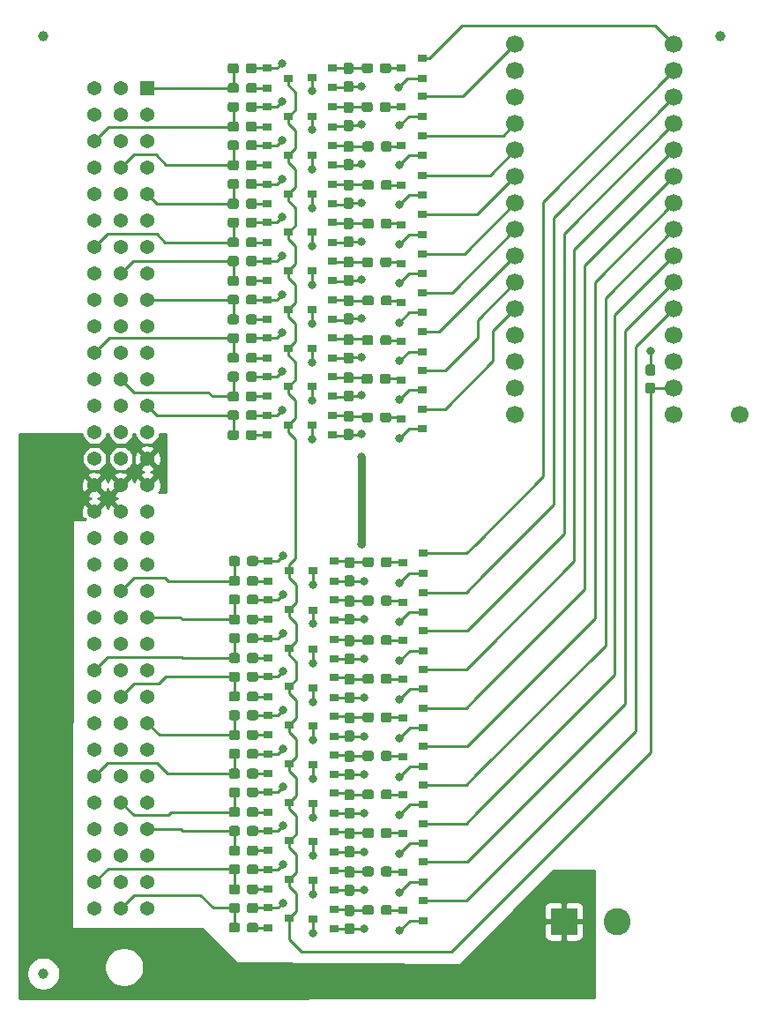
<source format=gbl>
G04 #@! TF.GenerationSoftware,KiCad,Pcbnew,(5.1.5)-3*
G04 #@! TF.CreationDate,2020-03-12T17:45:38-07:00*
G04 #@! TF.ProjectId,siplace_feeder_controller_96pin,7369706c-6163-4655-9f66-65656465725f,rev?*
G04 #@! TF.SameCoordinates,Original*
G04 #@! TF.FileFunction,Copper,L2,Bot*
G04 #@! TF.FilePolarity,Positive*
%FSLAX46Y46*%
G04 Gerber Fmt 4.6, Leading zero omitted, Abs format (unit mm)*
G04 Created by KiCad (PCBNEW (5.1.5)-3) date 2020-03-12 17:45:38*
%MOMM*%
%LPD*%
G04 APERTURE LIST*
%ADD10C,0.100000*%
%ADD11C,1.365000*%
%ADD12R,1.365000X1.365000*%
%ADD13R,0.900000X0.800000*%
%ADD14C,1.000000*%
%ADD15C,2.600000*%
%ADD16R,2.600000X2.600000*%
%ADD17C,1.700000*%
%ADD18C,0.800000*%
%ADD19C,0.250000*%
%ADD20C,0.762000*%
%ADD21C,0.254000*%
G04 APERTURE END LIST*
G04 #@! TA.AperFunction,SMDPad,CuDef*
D10*
G36*
X68660779Y-140126144D02*
G01*
X68683834Y-140129563D01*
X68706443Y-140135227D01*
X68728387Y-140143079D01*
X68749457Y-140153044D01*
X68769448Y-140165026D01*
X68788168Y-140178910D01*
X68805438Y-140194562D01*
X68821090Y-140211832D01*
X68834974Y-140230552D01*
X68846956Y-140250543D01*
X68856921Y-140271613D01*
X68864773Y-140293557D01*
X68870437Y-140316166D01*
X68873856Y-140339221D01*
X68875000Y-140362500D01*
X68875000Y-140837500D01*
X68873856Y-140860779D01*
X68870437Y-140883834D01*
X68864773Y-140906443D01*
X68856921Y-140928387D01*
X68846956Y-140949457D01*
X68834974Y-140969448D01*
X68821090Y-140988168D01*
X68805438Y-141005438D01*
X68788168Y-141021090D01*
X68769448Y-141034974D01*
X68749457Y-141046956D01*
X68728387Y-141056921D01*
X68706443Y-141064773D01*
X68683834Y-141070437D01*
X68660779Y-141073856D01*
X68637500Y-141075000D01*
X68062500Y-141075000D01*
X68039221Y-141073856D01*
X68016166Y-141070437D01*
X67993557Y-141064773D01*
X67971613Y-141056921D01*
X67950543Y-141046956D01*
X67930552Y-141034974D01*
X67911832Y-141021090D01*
X67894562Y-141005438D01*
X67878910Y-140988168D01*
X67865026Y-140969448D01*
X67853044Y-140949457D01*
X67843079Y-140928387D01*
X67835227Y-140906443D01*
X67829563Y-140883834D01*
X67826144Y-140860779D01*
X67825000Y-140837500D01*
X67825000Y-140362500D01*
X67826144Y-140339221D01*
X67829563Y-140316166D01*
X67835227Y-140293557D01*
X67843079Y-140271613D01*
X67853044Y-140250543D01*
X67865026Y-140230552D01*
X67878910Y-140211832D01*
X67894562Y-140194562D01*
X67911832Y-140178910D01*
X67930552Y-140165026D01*
X67950543Y-140153044D01*
X67971613Y-140143079D01*
X67993557Y-140135227D01*
X68016166Y-140129563D01*
X68039221Y-140126144D01*
X68062500Y-140125000D01*
X68637500Y-140125000D01*
X68660779Y-140126144D01*
G37*
G04 #@! TD.AperFunction*
G04 #@! TA.AperFunction,SMDPad,CuDef*
G36*
X70410779Y-140126144D02*
G01*
X70433834Y-140129563D01*
X70456443Y-140135227D01*
X70478387Y-140143079D01*
X70499457Y-140153044D01*
X70519448Y-140165026D01*
X70538168Y-140178910D01*
X70555438Y-140194562D01*
X70571090Y-140211832D01*
X70584974Y-140230552D01*
X70596956Y-140250543D01*
X70606921Y-140271613D01*
X70614773Y-140293557D01*
X70620437Y-140316166D01*
X70623856Y-140339221D01*
X70625000Y-140362500D01*
X70625000Y-140837500D01*
X70623856Y-140860779D01*
X70620437Y-140883834D01*
X70614773Y-140906443D01*
X70606921Y-140928387D01*
X70596956Y-140949457D01*
X70584974Y-140969448D01*
X70571090Y-140988168D01*
X70555438Y-141005438D01*
X70538168Y-141021090D01*
X70519448Y-141034974D01*
X70499457Y-141046956D01*
X70478387Y-141056921D01*
X70456443Y-141064773D01*
X70433834Y-141070437D01*
X70410779Y-141073856D01*
X70387500Y-141075000D01*
X69812500Y-141075000D01*
X69789221Y-141073856D01*
X69766166Y-141070437D01*
X69743557Y-141064773D01*
X69721613Y-141056921D01*
X69700543Y-141046956D01*
X69680552Y-141034974D01*
X69661832Y-141021090D01*
X69644562Y-141005438D01*
X69628910Y-140988168D01*
X69615026Y-140969448D01*
X69603044Y-140949457D01*
X69593079Y-140928387D01*
X69585227Y-140906443D01*
X69579563Y-140883834D01*
X69576144Y-140860779D01*
X69575000Y-140837500D01*
X69575000Y-140362500D01*
X69576144Y-140339221D01*
X69579563Y-140316166D01*
X69585227Y-140293557D01*
X69593079Y-140271613D01*
X69603044Y-140250543D01*
X69615026Y-140230552D01*
X69628910Y-140211832D01*
X69644562Y-140194562D01*
X69661832Y-140178910D01*
X69680552Y-140165026D01*
X69700543Y-140153044D01*
X69721613Y-140143079D01*
X69743557Y-140135227D01*
X69766166Y-140129563D01*
X69789221Y-140126144D01*
X69812500Y-140125000D01*
X70387500Y-140125000D01*
X70410779Y-140126144D01*
G37*
G04 #@! TD.AperFunction*
D11*
X54920000Y-138740000D03*
X54920000Y-136200000D03*
X54920000Y-133660000D03*
X54920000Y-131120000D03*
X54920000Y-128580000D03*
X54920000Y-126040000D03*
X54920000Y-123500000D03*
X54920000Y-120960000D03*
X54920000Y-118420000D03*
X54920000Y-115880000D03*
X54920000Y-113340000D03*
X54920000Y-110800000D03*
X54920000Y-108260000D03*
X54920000Y-105720000D03*
X54920000Y-103180000D03*
X54920000Y-100640000D03*
X54920000Y-98100000D03*
X54920000Y-95560000D03*
X54920000Y-93020000D03*
X54920000Y-90480000D03*
X54920000Y-87940000D03*
X54920000Y-85400000D03*
X54920000Y-82860000D03*
X54920000Y-80320000D03*
X54920000Y-77780000D03*
X54920000Y-75240000D03*
X54920000Y-72700000D03*
X54920000Y-70160000D03*
X54920000Y-67620000D03*
X54920000Y-65080000D03*
X54920000Y-62540000D03*
X54920000Y-60000000D03*
X57460000Y-138740000D03*
X57460000Y-136200000D03*
X57460000Y-133660000D03*
X57460000Y-131120000D03*
X57460000Y-128580000D03*
X57460000Y-126040000D03*
X57460000Y-123500000D03*
X57460000Y-120960000D03*
X57460000Y-118420000D03*
X57460000Y-115880000D03*
X57460000Y-113340000D03*
X57460000Y-110800000D03*
X57460000Y-108260000D03*
X57460000Y-105720000D03*
X57460000Y-103180000D03*
X57460000Y-100640000D03*
X57460000Y-98100000D03*
X57460000Y-95560000D03*
X57460000Y-93020000D03*
X57460000Y-90480000D03*
X57460000Y-87940000D03*
X57460000Y-85400000D03*
X57460000Y-82860000D03*
X57460000Y-80320000D03*
X57460000Y-77780000D03*
X57460000Y-75240000D03*
X57460000Y-72700000D03*
X57460000Y-70160000D03*
X57460000Y-67620000D03*
X57460000Y-65080000D03*
X57460000Y-62540000D03*
X57460000Y-60000000D03*
X60000000Y-138740000D03*
X60000000Y-136200000D03*
X60000000Y-133660000D03*
X60000000Y-131120000D03*
X60000000Y-128580000D03*
X60000000Y-126040000D03*
X60000000Y-123500000D03*
X60000000Y-120960000D03*
X60000000Y-118420000D03*
X60000000Y-115880000D03*
X60000000Y-113340000D03*
X60000000Y-110800000D03*
X60000000Y-108260000D03*
X60000000Y-105720000D03*
X60000000Y-103180000D03*
X60000000Y-100640000D03*
X60000000Y-98100000D03*
X60000000Y-95560000D03*
X60000000Y-93020000D03*
X60000000Y-90480000D03*
X60000000Y-87940000D03*
X60000000Y-85400000D03*
X60000000Y-82860000D03*
X60000000Y-80320000D03*
X60000000Y-77780000D03*
X60000000Y-75240000D03*
X60000000Y-72700000D03*
X60000000Y-70160000D03*
X60000000Y-67620000D03*
X60000000Y-65080000D03*
X60000000Y-62540000D03*
D12*
X60000000Y-60000000D03*
G04 #@! TA.AperFunction,SMDPad,CuDef*
D10*
G36*
X79660779Y-138426144D02*
G01*
X79683834Y-138429563D01*
X79706443Y-138435227D01*
X79728387Y-138443079D01*
X79749457Y-138453044D01*
X79769448Y-138465026D01*
X79788168Y-138478910D01*
X79805438Y-138494562D01*
X79821090Y-138511832D01*
X79834974Y-138530552D01*
X79846956Y-138550543D01*
X79856921Y-138571613D01*
X79864773Y-138593557D01*
X79870437Y-138616166D01*
X79873856Y-138639221D01*
X79875000Y-138662500D01*
X79875000Y-139237500D01*
X79873856Y-139260779D01*
X79870437Y-139283834D01*
X79864773Y-139306443D01*
X79856921Y-139328387D01*
X79846956Y-139349457D01*
X79834974Y-139369448D01*
X79821090Y-139388168D01*
X79805438Y-139405438D01*
X79788168Y-139421090D01*
X79769448Y-139434974D01*
X79749457Y-139446956D01*
X79728387Y-139456921D01*
X79706443Y-139464773D01*
X79683834Y-139470437D01*
X79660779Y-139473856D01*
X79637500Y-139475000D01*
X79162500Y-139475000D01*
X79139221Y-139473856D01*
X79116166Y-139470437D01*
X79093557Y-139464773D01*
X79071613Y-139456921D01*
X79050543Y-139446956D01*
X79030552Y-139434974D01*
X79011832Y-139421090D01*
X78994562Y-139405438D01*
X78978910Y-139388168D01*
X78965026Y-139369448D01*
X78953044Y-139349457D01*
X78943079Y-139328387D01*
X78935227Y-139306443D01*
X78929563Y-139283834D01*
X78926144Y-139260779D01*
X78925000Y-139237500D01*
X78925000Y-138662500D01*
X78926144Y-138639221D01*
X78929563Y-138616166D01*
X78935227Y-138593557D01*
X78943079Y-138571613D01*
X78953044Y-138550543D01*
X78965026Y-138530552D01*
X78978910Y-138511832D01*
X78994562Y-138494562D01*
X79011832Y-138478910D01*
X79030552Y-138465026D01*
X79050543Y-138453044D01*
X79071613Y-138443079D01*
X79093557Y-138435227D01*
X79116166Y-138429563D01*
X79139221Y-138426144D01*
X79162500Y-138425000D01*
X79637500Y-138425000D01*
X79660779Y-138426144D01*
G37*
G04 #@! TD.AperFunction*
G04 #@! TA.AperFunction,SMDPad,CuDef*
G36*
X79660779Y-140176144D02*
G01*
X79683834Y-140179563D01*
X79706443Y-140185227D01*
X79728387Y-140193079D01*
X79749457Y-140203044D01*
X79769448Y-140215026D01*
X79788168Y-140228910D01*
X79805438Y-140244562D01*
X79821090Y-140261832D01*
X79834974Y-140280552D01*
X79846956Y-140300543D01*
X79856921Y-140321613D01*
X79864773Y-140343557D01*
X79870437Y-140366166D01*
X79873856Y-140389221D01*
X79875000Y-140412500D01*
X79875000Y-140987500D01*
X79873856Y-141010779D01*
X79870437Y-141033834D01*
X79864773Y-141056443D01*
X79856921Y-141078387D01*
X79846956Y-141099457D01*
X79834974Y-141119448D01*
X79821090Y-141138168D01*
X79805438Y-141155438D01*
X79788168Y-141171090D01*
X79769448Y-141184974D01*
X79749457Y-141196956D01*
X79728387Y-141206921D01*
X79706443Y-141214773D01*
X79683834Y-141220437D01*
X79660779Y-141223856D01*
X79637500Y-141225000D01*
X79162500Y-141225000D01*
X79139221Y-141223856D01*
X79116166Y-141220437D01*
X79093557Y-141214773D01*
X79071613Y-141206921D01*
X79050543Y-141196956D01*
X79030552Y-141184974D01*
X79011832Y-141171090D01*
X78994562Y-141155438D01*
X78978910Y-141138168D01*
X78965026Y-141119448D01*
X78953044Y-141099457D01*
X78943079Y-141078387D01*
X78935227Y-141056443D01*
X78929563Y-141033834D01*
X78926144Y-141010779D01*
X78925000Y-140987500D01*
X78925000Y-140412500D01*
X78926144Y-140389221D01*
X78929563Y-140366166D01*
X78935227Y-140343557D01*
X78943079Y-140321613D01*
X78953044Y-140300543D01*
X78965026Y-140280552D01*
X78978910Y-140261832D01*
X78994562Y-140244562D01*
X79011832Y-140228910D01*
X79030552Y-140215026D01*
X79050543Y-140203044D01*
X79071613Y-140193079D01*
X79093557Y-140185227D01*
X79116166Y-140179563D01*
X79139221Y-140176144D01*
X79162500Y-140175000D01*
X79637500Y-140175000D01*
X79660779Y-140176144D01*
G37*
G04 #@! TD.AperFunction*
G04 #@! TA.AperFunction,SMDPad,CuDef*
G36*
X79660779Y-131026144D02*
G01*
X79683834Y-131029563D01*
X79706443Y-131035227D01*
X79728387Y-131043079D01*
X79749457Y-131053044D01*
X79769448Y-131065026D01*
X79788168Y-131078910D01*
X79805438Y-131094562D01*
X79821090Y-131111832D01*
X79834974Y-131130552D01*
X79846956Y-131150543D01*
X79856921Y-131171613D01*
X79864773Y-131193557D01*
X79870437Y-131216166D01*
X79873856Y-131239221D01*
X79875000Y-131262500D01*
X79875000Y-131837500D01*
X79873856Y-131860779D01*
X79870437Y-131883834D01*
X79864773Y-131906443D01*
X79856921Y-131928387D01*
X79846956Y-131949457D01*
X79834974Y-131969448D01*
X79821090Y-131988168D01*
X79805438Y-132005438D01*
X79788168Y-132021090D01*
X79769448Y-132034974D01*
X79749457Y-132046956D01*
X79728387Y-132056921D01*
X79706443Y-132064773D01*
X79683834Y-132070437D01*
X79660779Y-132073856D01*
X79637500Y-132075000D01*
X79162500Y-132075000D01*
X79139221Y-132073856D01*
X79116166Y-132070437D01*
X79093557Y-132064773D01*
X79071613Y-132056921D01*
X79050543Y-132046956D01*
X79030552Y-132034974D01*
X79011832Y-132021090D01*
X78994562Y-132005438D01*
X78978910Y-131988168D01*
X78965026Y-131969448D01*
X78953044Y-131949457D01*
X78943079Y-131928387D01*
X78935227Y-131906443D01*
X78929563Y-131883834D01*
X78926144Y-131860779D01*
X78925000Y-131837500D01*
X78925000Y-131262500D01*
X78926144Y-131239221D01*
X78929563Y-131216166D01*
X78935227Y-131193557D01*
X78943079Y-131171613D01*
X78953044Y-131150543D01*
X78965026Y-131130552D01*
X78978910Y-131111832D01*
X78994562Y-131094562D01*
X79011832Y-131078910D01*
X79030552Y-131065026D01*
X79050543Y-131053044D01*
X79071613Y-131043079D01*
X79093557Y-131035227D01*
X79116166Y-131029563D01*
X79139221Y-131026144D01*
X79162500Y-131025000D01*
X79637500Y-131025000D01*
X79660779Y-131026144D01*
G37*
G04 #@! TD.AperFunction*
G04 #@! TA.AperFunction,SMDPad,CuDef*
G36*
X79660779Y-132776144D02*
G01*
X79683834Y-132779563D01*
X79706443Y-132785227D01*
X79728387Y-132793079D01*
X79749457Y-132803044D01*
X79769448Y-132815026D01*
X79788168Y-132828910D01*
X79805438Y-132844562D01*
X79821090Y-132861832D01*
X79834974Y-132880552D01*
X79846956Y-132900543D01*
X79856921Y-132921613D01*
X79864773Y-132943557D01*
X79870437Y-132966166D01*
X79873856Y-132989221D01*
X79875000Y-133012500D01*
X79875000Y-133587500D01*
X79873856Y-133610779D01*
X79870437Y-133633834D01*
X79864773Y-133656443D01*
X79856921Y-133678387D01*
X79846956Y-133699457D01*
X79834974Y-133719448D01*
X79821090Y-133738168D01*
X79805438Y-133755438D01*
X79788168Y-133771090D01*
X79769448Y-133784974D01*
X79749457Y-133796956D01*
X79728387Y-133806921D01*
X79706443Y-133814773D01*
X79683834Y-133820437D01*
X79660779Y-133823856D01*
X79637500Y-133825000D01*
X79162500Y-133825000D01*
X79139221Y-133823856D01*
X79116166Y-133820437D01*
X79093557Y-133814773D01*
X79071613Y-133806921D01*
X79050543Y-133796956D01*
X79030552Y-133784974D01*
X79011832Y-133771090D01*
X78994562Y-133755438D01*
X78978910Y-133738168D01*
X78965026Y-133719448D01*
X78953044Y-133699457D01*
X78943079Y-133678387D01*
X78935227Y-133656443D01*
X78929563Y-133633834D01*
X78926144Y-133610779D01*
X78925000Y-133587500D01*
X78925000Y-133012500D01*
X78926144Y-132989221D01*
X78929563Y-132966166D01*
X78935227Y-132943557D01*
X78943079Y-132921613D01*
X78953044Y-132900543D01*
X78965026Y-132880552D01*
X78978910Y-132861832D01*
X78994562Y-132844562D01*
X79011832Y-132828910D01*
X79030552Y-132815026D01*
X79050543Y-132803044D01*
X79071613Y-132793079D01*
X79093557Y-132785227D01*
X79116166Y-132779563D01*
X79139221Y-132776144D01*
X79162500Y-132775000D01*
X79637500Y-132775000D01*
X79660779Y-132776144D01*
G37*
G04 #@! TD.AperFunction*
G04 #@! TA.AperFunction,SMDPad,CuDef*
G36*
X79660779Y-123626144D02*
G01*
X79683834Y-123629563D01*
X79706443Y-123635227D01*
X79728387Y-123643079D01*
X79749457Y-123653044D01*
X79769448Y-123665026D01*
X79788168Y-123678910D01*
X79805438Y-123694562D01*
X79821090Y-123711832D01*
X79834974Y-123730552D01*
X79846956Y-123750543D01*
X79856921Y-123771613D01*
X79864773Y-123793557D01*
X79870437Y-123816166D01*
X79873856Y-123839221D01*
X79875000Y-123862500D01*
X79875000Y-124437500D01*
X79873856Y-124460779D01*
X79870437Y-124483834D01*
X79864773Y-124506443D01*
X79856921Y-124528387D01*
X79846956Y-124549457D01*
X79834974Y-124569448D01*
X79821090Y-124588168D01*
X79805438Y-124605438D01*
X79788168Y-124621090D01*
X79769448Y-124634974D01*
X79749457Y-124646956D01*
X79728387Y-124656921D01*
X79706443Y-124664773D01*
X79683834Y-124670437D01*
X79660779Y-124673856D01*
X79637500Y-124675000D01*
X79162500Y-124675000D01*
X79139221Y-124673856D01*
X79116166Y-124670437D01*
X79093557Y-124664773D01*
X79071613Y-124656921D01*
X79050543Y-124646956D01*
X79030552Y-124634974D01*
X79011832Y-124621090D01*
X78994562Y-124605438D01*
X78978910Y-124588168D01*
X78965026Y-124569448D01*
X78953044Y-124549457D01*
X78943079Y-124528387D01*
X78935227Y-124506443D01*
X78929563Y-124483834D01*
X78926144Y-124460779D01*
X78925000Y-124437500D01*
X78925000Y-123862500D01*
X78926144Y-123839221D01*
X78929563Y-123816166D01*
X78935227Y-123793557D01*
X78943079Y-123771613D01*
X78953044Y-123750543D01*
X78965026Y-123730552D01*
X78978910Y-123711832D01*
X78994562Y-123694562D01*
X79011832Y-123678910D01*
X79030552Y-123665026D01*
X79050543Y-123653044D01*
X79071613Y-123643079D01*
X79093557Y-123635227D01*
X79116166Y-123629563D01*
X79139221Y-123626144D01*
X79162500Y-123625000D01*
X79637500Y-123625000D01*
X79660779Y-123626144D01*
G37*
G04 #@! TD.AperFunction*
G04 #@! TA.AperFunction,SMDPad,CuDef*
G36*
X79660779Y-125376144D02*
G01*
X79683834Y-125379563D01*
X79706443Y-125385227D01*
X79728387Y-125393079D01*
X79749457Y-125403044D01*
X79769448Y-125415026D01*
X79788168Y-125428910D01*
X79805438Y-125444562D01*
X79821090Y-125461832D01*
X79834974Y-125480552D01*
X79846956Y-125500543D01*
X79856921Y-125521613D01*
X79864773Y-125543557D01*
X79870437Y-125566166D01*
X79873856Y-125589221D01*
X79875000Y-125612500D01*
X79875000Y-126187500D01*
X79873856Y-126210779D01*
X79870437Y-126233834D01*
X79864773Y-126256443D01*
X79856921Y-126278387D01*
X79846956Y-126299457D01*
X79834974Y-126319448D01*
X79821090Y-126338168D01*
X79805438Y-126355438D01*
X79788168Y-126371090D01*
X79769448Y-126384974D01*
X79749457Y-126396956D01*
X79728387Y-126406921D01*
X79706443Y-126414773D01*
X79683834Y-126420437D01*
X79660779Y-126423856D01*
X79637500Y-126425000D01*
X79162500Y-126425000D01*
X79139221Y-126423856D01*
X79116166Y-126420437D01*
X79093557Y-126414773D01*
X79071613Y-126406921D01*
X79050543Y-126396956D01*
X79030552Y-126384974D01*
X79011832Y-126371090D01*
X78994562Y-126355438D01*
X78978910Y-126338168D01*
X78965026Y-126319448D01*
X78953044Y-126299457D01*
X78943079Y-126278387D01*
X78935227Y-126256443D01*
X78929563Y-126233834D01*
X78926144Y-126210779D01*
X78925000Y-126187500D01*
X78925000Y-125612500D01*
X78926144Y-125589221D01*
X78929563Y-125566166D01*
X78935227Y-125543557D01*
X78943079Y-125521613D01*
X78953044Y-125500543D01*
X78965026Y-125480552D01*
X78978910Y-125461832D01*
X78994562Y-125444562D01*
X79011832Y-125428910D01*
X79030552Y-125415026D01*
X79050543Y-125403044D01*
X79071613Y-125393079D01*
X79093557Y-125385227D01*
X79116166Y-125379563D01*
X79139221Y-125376144D01*
X79162500Y-125375000D01*
X79637500Y-125375000D01*
X79660779Y-125376144D01*
G37*
G04 #@! TD.AperFunction*
G04 #@! TA.AperFunction,SMDPad,CuDef*
G36*
X79660779Y-116226144D02*
G01*
X79683834Y-116229563D01*
X79706443Y-116235227D01*
X79728387Y-116243079D01*
X79749457Y-116253044D01*
X79769448Y-116265026D01*
X79788168Y-116278910D01*
X79805438Y-116294562D01*
X79821090Y-116311832D01*
X79834974Y-116330552D01*
X79846956Y-116350543D01*
X79856921Y-116371613D01*
X79864773Y-116393557D01*
X79870437Y-116416166D01*
X79873856Y-116439221D01*
X79875000Y-116462500D01*
X79875000Y-117037500D01*
X79873856Y-117060779D01*
X79870437Y-117083834D01*
X79864773Y-117106443D01*
X79856921Y-117128387D01*
X79846956Y-117149457D01*
X79834974Y-117169448D01*
X79821090Y-117188168D01*
X79805438Y-117205438D01*
X79788168Y-117221090D01*
X79769448Y-117234974D01*
X79749457Y-117246956D01*
X79728387Y-117256921D01*
X79706443Y-117264773D01*
X79683834Y-117270437D01*
X79660779Y-117273856D01*
X79637500Y-117275000D01*
X79162500Y-117275000D01*
X79139221Y-117273856D01*
X79116166Y-117270437D01*
X79093557Y-117264773D01*
X79071613Y-117256921D01*
X79050543Y-117246956D01*
X79030552Y-117234974D01*
X79011832Y-117221090D01*
X78994562Y-117205438D01*
X78978910Y-117188168D01*
X78965026Y-117169448D01*
X78953044Y-117149457D01*
X78943079Y-117128387D01*
X78935227Y-117106443D01*
X78929563Y-117083834D01*
X78926144Y-117060779D01*
X78925000Y-117037500D01*
X78925000Y-116462500D01*
X78926144Y-116439221D01*
X78929563Y-116416166D01*
X78935227Y-116393557D01*
X78943079Y-116371613D01*
X78953044Y-116350543D01*
X78965026Y-116330552D01*
X78978910Y-116311832D01*
X78994562Y-116294562D01*
X79011832Y-116278910D01*
X79030552Y-116265026D01*
X79050543Y-116253044D01*
X79071613Y-116243079D01*
X79093557Y-116235227D01*
X79116166Y-116229563D01*
X79139221Y-116226144D01*
X79162500Y-116225000D01*
X79637500Y-116225000D01*
X79660779Y-116226144D01*
G37*
G04 #@! TD.AperFunction*
G04 #@! TA.AperFunction,SMDPad,CuDef*
G36*
X79660779Y-117976144D02*
G01*
X79683834Y-117979563D01*
X79706443Y-117985227D01*
X79728387Y-117993079D01*
X79749457Y-118003044D01*
X79769448Y-118015026D01*
X79788168Y-118028910D01*
X79805438Y-118044562D01*
X79821090Y-118061832D01*
X79834974Y-118080552D01*
X79846956Y-118100543D01*
X79856921Y-118121613D01*
X79864773Y-118143557D01*
X79870437Y-118166166D01*
X79873856Y-118189221D01*
X79875000Y-118212500D01*
X79875000Y-118787500D01*
X79873856Y-118810779D01*
X79870437Y-118833834D01*
X79864773Y-118856443D01*
X79856921Y-118878387D01*
X79846956Y-118899457D01*
X79834974Y-118919448D01*
X79821090Y-118938168D01*
X79805438Y-118955438D01*
X79788168Y-118971090D01*
X79769448Y-118984974D01*
X79749457Y-118996956D01*
X79728387Y-119006921D01*
X79706443Y-119014773D01*
X79683834Y-119020437D01*
X79660779Y-119023856D01*
X79637500Y-119025000D01*
X79162500Y-119025000D01*
X79139221Y-119023856D01*
X79116166Y-119020437D01*
X79093557Y-119014773D01*
X79071613Y-119006921D01*
X79050543Y-118996956D01*
X79030552Y-118984974D01*
X79011832Y-118971090D01*
X78994562Y-118955438D01*
X78978910Y-118938168D01*
X78965026Y-118919448D01*
X78953044Y-118899457D01*
X78943079Y-118878387D01*
X78935227Y-118856443D01*
X78929563Y-118833834D01*
X78926144Y-118810779D01*
X78925000Y-118787500D01*
X78925000Y-118212500D01*
X78926144Y-118189221D01*
X78929563Y-118166166D01*
X78935227Y-118143557D01*
X78943079Y-118121613D01*
X78953044Y-118100543D01*
X78965026Y-118080552D01*
X78978910Y-118061832D01*
X78994562Y-118044562D01*
X79011832Y-118028910D01*
X79030552Y-118015026D01*
X79050543Y-118003044D01*
X79071613Y-117993079D01*
X79093557Y-117985227D01*
X79116166Y-117979563D01*
X79139221Y-117976144D01*
X79162500Y-117975000D01*
X79637500Y-117975000D01*
X79660779Y-117976144D01*
G37*
G04 #@! TD.AperFunction*
G04 #@! TA.AperFunction,SMDPad,CuDef*
G36*
X79660779Y-108726144D02*
G01*
X79683834Y-108729563D01*
X79706443Y-108735227D01*
X79728387Y-108743079D01*
X79749457Y-108753044D01*
X79769448Y-108765026D01*
X79788168Y-108778910D01*
X79805438Y-108794562D01*
X79821090Y-108811832D01*
X79834974Y-108830552D01*
X79846956Y-108850543D01*
X79856921Y-108871613D01*
X79864773Y-108893557D01*
X79870437Y-108916166D01*
X79873856Y-108939221D01*
X79875000Y-108962500D01*
X79875000Y-109537500D01*
X79873856Y-109560779D01*
X79870437Y-109583834D01*
X79864773Y-109606443D01*
X79856921Y-109628387D01*
X79846956Y-109649457D01*
X79834974Y-109669448D01*
X79821090Y-109688168D01*
X79805438Y-109705438D01*
X79788168Y-109721090D01*
X79769448Y-109734974D01*
X79749457Y-109746956D01*
X79728387Y-109756921D01*
X79706443Y-109764773D01*
X79683834Y-109770437D01*
X79660779Y-109773856D01*
X79637500Y-109775000D01*
X79162500Y-109775000D01*
X79139221Y-109773856D01*
X79116166Y-109770437D01*
X79093557Y-109764773D01*
X79071613Y-109756921D01*
X79050543Y-109746956D01*
X79030552Y-109734974D01*
X79011832Y-109721090D01*
X78994562Y-109705438D01*
X78978910Y-109688168D01*
X78965026Y-109669448D01*
X78953044Y-109649457D01*
X78943079Y-109628387D01*
X78935227Y-109606443D01*
X78929563Y-109583834D01*
X78926144Y-109560779D01*
X78925000Y-109537500D01*
X78925000Y-108962500D01*
X78926144Y-108939221D01*
X78929563Y-108916166D01*
X78935227Y-108893557D01*
X78943079Y-108871613D01*
X78953044Y-108850543D01*
X78965026Y-108830552D01*
X78978910Y-108811832D01*
X78994562Y-108794562D01*
X79011832Y-108778910D01*
X79030552Y-108765026D01*
X79050543Y-108753044D01*
X79071613Y-108743079D01*
X79093557Y-108735227D01*
X79116166Y-108729563D01*
X79139221Y-108726144D01*
X79162500Y-108725000D01*
X79637500Y-108725000D01*
X79660779Y-108726144D01*
G37*
G04 #@! TD.AperFunction*
G04 #@! TA.AperFunction,SMDPad,CuDef*
G36*
X79660779Y-110476144D02*
G01*
X79683834Y-110479563D01*
X79706443Y-110485227D01*
X79728387Y-110493079D01*
X79749457Y-110503044D01*
X79769448Y-110515026D01*
X79788168Y-110528910D01*
X79805438Y-110544562D01*
X79821090Y-110561832D01*
X79834974Y-110580552D01*
X79846956Y-110600543D01*
X79856921Y-110621613D01*
X79864773Y-110643557D01*
X79870437Y-110666166D01*
X79873856Y-110689221D01*
X79875000Y-110712500D01*
X79875000Y-111287500D01*
X79873856Y-111310779D01*
X79870437Y-111333834D01*
X79864773Y-111356443D01*
X79856921Y-111378387D01*
X79846956Y-111399457D01*
X79834974Y-111419448D01*
X79821090Y-111438168D01*
X79805438Y-111455438D01*
X79788168Y-111471090D01*
X79769448Y-111484974D01*
X79749457Y-111496956D01*
X79728387Y-111506921D01*
X79706443Y-111514773D01*
X79683834Y-111520437D01*
X79660779Y-111523856D01*
X79637500Y-111525000D01*
X79162500Y-111525000D01*
X79139221Y-111523856D01*
X79116166Y-111520437D01*
X79093557Y-111514773D01*
X79071613Y-111506921D01*
X79050543Y-111496956D01*
X79030552Y-111484974D01*
X79011832Y-111471090D01*
X78994562Y-111455438D01*
X78978910Y-111438168D01*
X78965026Y-111419448D01*
X78953044Y-111399457D01*
X78943079Y-111378387D01*
X78935227Y-111356443D01*
X78929563Y-111333834D01*
X78926144Y-111310779D01*
X78925000Y-111287500D01*
X78925000Y-110712500D01*
X78926144Y-110689221D01*
X78929563Y-110666166D01*
X78935227Y-110643557D01*
X78943079Y-110621613D01*
X78953044Y-110600543D01*
X78965026Y-110580552D01*
X78978910Y-110561832D01*
X78994562Y-110544562D01*
X79011832Y-110528910D01*
X79030552Y-110515026D01*
X79050543Y-110503044D01*
X79071613Y-110493079D01*
X79093557Y-110485227D01*
X79116166Y-110479563D01*
X79139221Y-110476144D01*
X79162500Y-110475000D01*
X79637500Y-110475000D01*
X79660779Y-110476144D01*
G37*
G04 #@! TD.AperFunction*
G04 #@! TA.AperFunction,SMDPad,CuDef*
G36*
X79560779Y-90976144D02*
G01*
X79583834Y-90979563D01*
X79606443Y-90985227D01*
X79628387Y-90993079D01*
X79649457Y-91003044D01*
X79669448Y-91015026D01*
X79688168Y-91028910D01*
X79705438Y-91044562D01*
X79721090Y-91061832D01*
X79734974Y-91080552D01*
X79746956Y-91100543D01*
X79756921Y-91121613D01*
X79764773Y-91143557D01*
X79770437Y-91166166D01*
X79773856Y-91189221D01*
X79775000Y-91212500D01*
X79775000Y-91787500D01*
X79773856Y-91810779D01*
X79770437Y-91833834D01*
X79764773Y-91856443D01*
X79756921Y-91878387D01*
X79746956Y-91899457D01*
X79734974Y-91919448D01*
X79721090Y-91938168D01*
X79705438Y-91955438D01*
X79688168Y-91971090D01*
X79669448Y-91984974D01*
X79649457Y-91996956D01*
X79628387Y-92006921D01*
X79606443Y-92014773D01*
X79583834Y-92020437D01*
X79560779Y-92023856D01*
X79537500Y-92025000D01*
X79062500Y-92025000D01*
X79039221Y-92023856D01*
X79016166Y-92020437D01*
X78993557Y-92014773D01*
X78971613Y-92006921D01*
X78950543Y-91996956D01*
X78930552Y-91984974D01*
X78911832Y-91971090D01*
X78894562Y-91955438D01*
X78878910Y-91938168D01*
X78865026Y-91919448D01*
X78853044Y-91899457D01*
X78843079Y-91878387D01*
X78835227Y-91856443D01*
X78829563Y-91833834D01*
X78826144Y-91810779D01*
X78825000Y-91787500D01*
X78825000Y-91212500D01*
X78826144Y-91189221D01*
X78829563Y-91166166D01*
X78835227Y-91143557D01*
X78843079Y-91121613D01*
X78853044Y-91100543D01*
X78865026Y-91080552D01*
X78878910Y-91061832D01*
X78894562Y-91044562D01*
X78911832Y-91028910D01*
X78930552Y-91015026D01*
X78950543Y-91003044D01*
X78971613Y-90993079D01*
X78993557Y-90985227D01*
X79016166Y-90979563D01*
X79039221Y-90976144D01*
X79062500Y-90975000D01*
X79537500Y-90975000D01*
X79560779Y-90976144D01*
G37*
G04 #@! TD.AperFunction*
G04 #@! TA.AperFunction,SMDPad,CuDef*
G36*
X79560779Y-92726144D02*
G01*
X79583834Y-92729563D01*
X79606443Y-92735227D01*
X79628387Y-92743079D01*
X79649457Y-92753044D01*
X79669448Y-92765026D01*
X79688168Y-92778910D01*
X79705438Y-92794562D01*
X79721090Y-92811832D01*
X79734974Y-92830552D01*
X79746956Y-92850543D01*
X79756921Y-92871613D01*
X79764773Y-92893557D01*
X79770437Y-92916166D01*
X79773856Y-92939221D01*
X79775000Y-92962500D01*
X79775000Y-93537500D01*
X79773856Y-93560779D01*
X79770437Y-93583834D01*
X79764773Y-93606443D01*
X79756921Y-93628387D01*
X79746956Y-93649457D01*
X79734974Y-93669448D01*
X79721090Y-93688168D01*
X79705438Y-93705438D01*
X79688168Y-93721090D01*
X79669448Y-93734974D01*
X79649457Y-93746956D01*
X79628387Y-93756921D01*
X79606443Y-93764773D01*
X79583834Y-93770437D01*
X79560779Y-93773856D01*
X79537500Y-93775000D01*
X79062500Y-93775000D01*
X79039221Y-93773856D01*
X79016166Y-93770437D01*
X78993557Y-93764773D01*
X78971613Y-93756921D01*
X78950543Y-93746956D01*
X78930552Y-93734974D01*
X78911832Y-93721090D01*
X78894562Y-93705438D01*
X78878910Y-93688168D01*
X78865026Y-93669448D01*
X78853044Y-93649457D01*
X78843079Y-93628387D01*
X78835227Y-93606443D01*
X78829563Y-93583834D01*
X78826144Y-93560779D01*
X78825000Y-93537500D01*
X78825000Y-92962500D01*
X78826144Y-92939221D01*
X78829563Y-92916166D01*
X78835227Y-92893557D01*
X78843079Y-92871613D01*
X78853044Y-92850543D01*
X78865026Y-92830552D01*
X78878910Y-92811832D01*
X78894562Y-92794562D01*
X78911832Y-92778910D01*
X78930552Y-92765026D01*
X78950543Y-92753044D01*
X78971613Y-92743079D01*
X78993557Y-92735227D01*
X79016166Y-92729563D01*
X79039221Y-92726144D01*
X79062500Y-92725000D01*
X79537500Y-92725000D01*
X79560779Y-92726144D01*
G37*
G04 #@! TD.AperFunction*
G04 #@! TA.AperFunction,SMDPad,CuDef*
G36*
X79560779Y-83626144D02*
G01*
X79583834Y-83629563D01*
X79606443Y-83635227D01*
X79628387Y-83643079D01*
X79649457Y-83653044D01*
X79669448Y-83665026D01*
X79688168Y-83678910D01*
X79705438Y-83694562D01*
X79721090Y-83711832D01*
X79734974Y-83730552D01*
X79746956Y-83750543D01*
X79756921Y-83771613D01*
X79764773Y-83793557D01*
X79770437Y-83816166D01*
X79773856Y-83839221D01*
X79775000Y-83862500D01*
X79775000Y-84437500D01*
X79773856Y-84460779D01*
X79770437Y-84483834D01*
X79764773Y-84506443D01*
X79756921Y-84528387D01*
X79746956Y-84549457D01*
X79734974Y-84569448D01*
X79721090Y-84588168D01*
X79705438Y-84605438D01*
X79688168Y-84621090D01*
X79669448Y-84634974D01*
X79649457Y-84646956D01*
X79628387Y-84656921D01*
X79606443Y-84664773D01*
X79583834Y-84670437D01*
X79560779Y-84673856D01*
X79537500Y-84675000D01*
X79062500Y-84675000D01*
X79039221Y-84673856D01*
X79016166Y-84670437D01*
X78993557Y-84664773D01*
X78971613Y-84656921D01*
X78950543Y-84646956D01*
X78930552Y-84634974D01*
X78911832Y-84621090D01*
X78894562Y-84605438D01*
X78878910Y-84588168D01*
X78865026Y-84569448D01*
X78853044Y-84549457D01*
X78843079Y-84528387D01*
X78835227Y-84506443D01*
X78829563Y-84483834D01*
X78826144Y-84460779D01*
X78825000Y-84437500D01*
X78825000Y-83862500D01*
X78826144Y-83839221D01*
X78829563Y-83816166D01*
X78835227Y-83793557D01*
X78843079Y-83771613D01*
X78853044Y-83750543D01*
X78865026Y-83730552D01*
X78878910Y-83711832D01*
X78894562Y-83694562D01*
X78911832Y-83678910D01*
X78930552Y-83665026D01*
X78950543Y-83653044D01*
X78971613Y-83643079D01*
X78993557Y-83635227D01*
X79016166Y-83629563D01*
X79039221Y-83626144D01*
X79062500Y-83625000D01*
X79537500Y-83625000D01*
X79560779Y-83626144D01*
G37*
G04 #@! TD.AperFunction*
G04 #@! TA.AperFunction,SMDPad,CuDef*
G36*
X79560779Y-85376144D02*
G01*
X79583834Y-85379563D01*
X79606443Y-85385227D01*
X79628387Y-85393079D01*
X79649457Y-85403044D01*
X79669448Y-85415026D01*
X79688168Y-85428910D01*
X79705438Y-85444562D01*
X79721090Y-85461832D01*
X79734974Y-85480552D01*
X79746956Y-85500543D01*
X79756921Y-85521613D01*
X79764773Y-85543557D01*
X79770437Y-85566166D01*
X79773856Y-85589221D01*
X79775000Y-85612500D01*
X79775000Y-86187500D01*
X79773856Y-86210779D01*
X79770437Y-86233834D01*
X79764773Y-86256443D01*
X79756921Y-86278387D01*
X79746956Y-86299457D01*
X79734974Y-86319448D01*
X79721090Y-86338168D01*
X79705438Y-86355438D01*
X79688168Y-86371090D01*
X79669448Y-86384974D01*
X79649457Y-86396956D01*
X79628387Y-86406921D01*
X79606443Y-86414773D01*
X79583834Y-86420437D01*
X79560779Y-86423856D01*
X79537500Y-86425000D01*
X79062500Y-86425000D01*
X79039221Y-86423856D01*
X79016166Y-86420437D01*
X78993557Y-86414773D01*
X78971613Y-86406921D01*
X78950543Y-86396956D01*
X78930552Y-86384974D01*
X78911832Y-86371090D01*
X78894562Y-86355438D01*
X78878910Y-86338168D01*
X78865026Y-86319448D01*
X78853044Y-86299457D01*
X78843079Y-86278387D01*
X78835227Y-86256443D01*
X78829563Y-86233834D01*
X78826144Y-86210779D01*
X78825000Y-86187500D01*
X78825000Y-85612500D01*
X78826144Y-85589221D01*
X78829563Y-85566166D01*
X78835227Y-85543557D01*
X78843079Y-85521613D01*
X78853044Y-85500543D01*
X78865026Y-85480552D01*
X78878910Y-85461832D01*
X78894562Y-85444562D01*
X78911832Y-85428910D01*
X78930552Y-85415026D01*
X78950543Y-85403044D01*
X78971613Y-85393079D01*
X78993557Y-85385227D01*
X79016166Y-85379563D01*
X79039221Y-85376144D01*
X79062500Y-85375000D01*
X79537500Y-85375000D01*
X79560779Y-85376144D01*
G37*
G04 #@! TD.AperFunction*
G04 #@! TA.AperFunction,SMDPad,CuDef*
G36*
X79560779Y-76176144D02*
G01*
X79583834Y-76179563D01*
X79606443Y-76185227D01*
X79628387Y-76193079D01*
X79649457Y-76203044D01*
X79669448Y-76215026D01*
X79688168Y-76228910D01*
X79705438Y-76244562D01*
X79721090Y-76261832D01*
X79734974Y-76280552D01*
X79746956Y-76300543D01*
X79756921Y-76321613D01*
X79764773Y-76343557D01*
X79770437Y-76366166D01*
X79773856Y-76389221D01*
X79775000Y-76412500D01*
X79775000Y-76987500D01*
X79773856Y-77010779D01*
X79770437Y-77033834D01*
X79764773Y-77056443D01*
X79756921Y-77078387D01*
X79746956Y-77099457D01*
X79734974Y-77119448D01*
X79721090Y-77138168D01*
X79705438Y-77155438D01*
X79688168Y-77171090D01*
X79669448Y-77184974D01*
X79649457Y-77196956D01*
X79628387Y-77206921D01*
X79606443Y-77214773D01*
X79583834Y-77220437D01*
X79560779Y-77223856D01*
X79537500Y-77225000D01*
X79062500Y-77225000D01*
X79039221Y-77223856D01*
X79016166Y-77220437D01*
X78993557Y-77214773D01*
X78971613Y-77206921D01*
X78950543Y-77196956D01*
X78930552Y-77184974D01*
X78911832Y-77171090D01*
X78894562Y-77155438D01*
X78878910Y-77138168D01*
X78865026Y-77119448D01*
X78853044Y-77099457D01*
X78843079Y-77078387D01*
X78835227Y-77056443D01*
X78829563Y-77033834D01*
X78826144Y-77010779D01*
X78825000Y-76987500D01*
X78825000Y-76412500D01*
X78826144Y-76389221D01*
X78829563Y-76366166D01*
X78835227Y-76343557D01*
X78843079Y-76321613D01*
X78853044Y-76300543D01*
X78865026Y-76280552D01*
X78878910Y-76261832D01*
X78894562Y-76244562D01*
X78911832Y-76228910D01*
X78930552Y-76215026D01*
X78950543Y-76203044D01*
X78971613Y-76193079D01*
X78993557Y-76185227D01*
X79016166Y-76179563D01*
X79039221Y-76176144D01*
X79062500Y-76175000D01*
X79537500Y-76175000D01*
X79560779Y-76176144D01*
G37*
G04 #@! TD.AperFunction*
G04 #@! TA.AperFunction,SMDPad,CuDef*
G36*
X79560779Y-77926144D02*
G01*
X79583834Y-77929563D01*
X79606443Y-77935227D01*
X79628387Y-77943079D01*
X79649457Y-77953044D01*
X79669448Y-77965026D01*
X79688168Y-77978910D01*
X79705438Y-77994562D01*
X79721090Y-78011832D01*
X79734974Y-78030552D01*
X79746956Y-78050543D01*
X79756921Y-78071613D01*
X79764773Y-78093557D01*
X79770437Y-78116166D01*
X79773856Y-78139221D01*
X79775000Y-78162500D01*
X79775000Y-78737500D01*
X79773856Y-78760779D01*
X79770437Y-78783834D01*
X79764773Y-78806443D01*
X79756921Y-78828387D01*
X79746956Y-78849457D01*
X79734974Y-78869448D01*
X79721090Y-78888168D01*
X79705438Y-78905438D01*
X79688168Y-78921090D01*
X79669448Y-78934974D01*
X79649457Y-78946956D01*
X79628387Y-78956921D01*
X79606443Y-78964773D01*
X79583834Y-78970437D01*
X79560779Y-78973856D01*
X79537500Y-78975000D01*
X79062500Y-78975000D01*
X79039221Y-78973856D01*
X79016166Y-78970437D01*
X78993557Y-78964773D01*
X78971613Y-78956921D01*
X78950543Y-78946956D01*
X78930552Y-78934974D01*
X78911832Y-78921090D01*
X78894562Y-78905438D01*
X78878910Y-78888168D01*
X78865026Y-78869448D01*
X78853044Y-78849457D01*
X78843079Y-78828387D01*
X78835227Y-78806443D01*
X78829563Y-78783834D01*
X78826144Y-78760779D01*
X78825000Y-78737500D01*
X78825000Y-78162500D01*
X78826144Y-78139221D01*
X78829563Y-78116166D01*
X78835227Y-78093557D01*
X78843079Y-78071613D01*
X78853044Y-78050543D01*
X78865026Y-78030552D01*
X78878910Y-78011832D01*
X78894562Y-77994562D01*
X78911832Y-77978910D01*
X78930552Y-77965026D01*
X78950543Y-77953044D01*
X78971613Y-77943079D01*
X78993557Y-77935227D01*
X79016166Y-77929563D01*
X79039221Y-77926144D01*
X79062500Y-77925000D01*
X79537500Y-77925000D01*
X79560779Y-77926144D01*
G37*
G04 #@! TD.AperFunction*
G04 #@! TA.AperFunction,SMDPad,CuDef*
G36*
X79560779Y-68776144D02*
G01*
X79583834Y-68779563D01*
X79606443Y-68785227D01*
X79628387Y-68793079D01*
X79649457Y-68803044D01*
X79669448Y-68815026D01*
X79688168Y-68828910D01*
X79705438Y-68844562D01*
X79721090Y-68861832D01*
X79734974Y-68880552D01*
X79746956Y-68900543D01*
X79756921Y-68921613D01*
X79764773Y-68943557D01*
X79770437Y-68966166D01*
X79773856Y-68989221D01*
X79775000Y-69012500D01*
X79775000Y-69587500D01*
X79773856Y-69610779D01*
X79770437Y-69633834D01*
X79764773Y-69656443D01*
X79756921Y-69678387D01*
X79746956Y-69699457D01*
X79734974Y-69719448D01*
X79721090Y-69738168D01*
X79705438Y-69755438D01*
X79688168Y-69771090D01*
X79669448Y-69784974D01*
X79649457Y-69796956D01*
X79628387Y-69806921D01*
X79606443Y-69814773D01*
X79583834Y-69820437D01*
X79560779Y-69823856D01*
X79537500Y-69825000D01*
X79062500Y-69825000D01*
X79039221Y-69823856D01*
X79016166Y-69820437D01*
X78993557Y-69814773D01*
X78971613Y-69806921D01*
X78950543Y-69796956D01*
X78930552Y-69784974D01*
X78911832Y-69771090D01*
X78894562Y-69755438D01*
X78878910Y-69738168D01*
X78865026Y-69719448D01*
X78853044Y-69699457D01*
X78843079Y-69678387D01*
X78835227Y-69656443D01*
X78829563Y-69633834D01*
X78826144Y-69610779D01*
X78825000Y-69587500D01*
X78825000Y-69012500D01*
X78826144Y-68989221D01*
X78829563Y-68966166D01*
X78835227Y-68943557D01*
X78843079Y-68921613D01*
X78853044Y-68900543D01*
X78865026Y-68880552D01*
X78878910Y-68861832D01*
X78894562Y-68844562D01*
X78911832Y-68828910D01*
X78930552Y-68815026D01*
X78950543Y-68803044D01*
X78971613Y-68793079D01*
X78993557Y-68785227D01*
X79016166Y-68779563D01*
X79039221Y-68776144D01*
X79062500Y-68775000D01*
X79537500Y-68775000D01*
X79560779Y-68776144D01*
G37*
G04 #@! TD.AperFunction*
G04 #@! TA.AperFunction,SMDPad,CuDef*
G36*
X79560779Y-70526144D02*
G01*
X79583834Y-70529563D01*
X79606443Y-70535227D01*
X79628387Y-70543079D01*
X79649457Y-70553044D01*
X79669448Y-70565026D01*
X79688168Y-70578910D01*
X79705438Y-70594562D01*
X79721090Y-70611832D01*
X79734974Y-70630552D01*
X79746956Y-70650543D01*
X79756921Y-70671613D01*
X79764773Y-70693557D01*
X79770437Y-70716166D01*
X79773856Y-70739221D01*
X79775000Y-70762500D01*
X79775000Y-71337500D01*
X79773856Y-71360779D01*
X79770437Y-71383834D01*
X79764773Y-71406443D01*
X79756921Y-71428387D01*
X79746956Y-71449457D01*
X79734974Y-71469448D01*
X79721090Y-71488168D01*
X79705438Y-71505438D01*
X79688168Y-71521090D01*
X79669448Y-71534974D01*
X79649457Y-71546956D01*
X79628387Y-71556921D01*
X79606443Y-71564773D01*
X79583834Y-71570437D01*
X79560779Y-71573856D01*
X79537500Y-71575000D01*
X79062500Y-71575000D01*
X79039221Y-71573856D01*
X79016166Y-71570437D01*
X78993557Y-71564773D01*
X78971613Y-71556921D01*
X78950543Y-71546956D01*
X78930552Y-71534974D01*
X78911832Y-71521090D01*
X78894562Y-71505438D01*
X78878910Y-71488168D01*
X78865026Y-71469448D01*
X78853044Y-71449457D01*
X78843079Y-71428387D01*
X78835227Y-71406443D01*
X78829563Y-71383834D01*
X78826144Y-71360779D01*
X78825000Y-71337500D01*
X78825000Y-70762500D01*
X78826144Y-70739221D01*
X78829563Y-70716166D01*
X78835227Y-70693557D01*
X78843079Y-70671613D01*
X78853044Y-70650543D01*
X78865026Y-70630552D01*
X78878910Y-70611832D01*
X78894562Y-70594562D01*
X78911832Y-70578910D01*
X78930552Y-70565026D01*
X78950543Y-70553044D01*
X78971613Y-70543079D01*
X78993557Y-70535227D01*
X79016166Y-70529563D01*
X79039221Y-70526144D01*
X79062500Y-70525000D01*
X79537500Y-70525000D01*
X79560779Y-70526144D01*
G37*
G04 #@! TD.AperFunction*
G04 #@! TA.AperFunction,SMDPad,CuDef*
G36*
X79560779Y-61326144D02*
G01*
X79583834Y-61329563D01*
X79606443Y-61335227D01*
X79628387Y-61343079D01*
X79649457Y-61353044D01*
X79669448Y-61365026D01*
X79688168Y-61378910D01*
X79705438Y-61394562D01*
X79721090Y-61411832D01*
X79734974Y-61430552D01*
X79746956Y-61450543D01*
X79756921Y-61471613D01*
X79764773Y-61493557D01*
X79770437Y-61516166D01*
X79773856Y-61539221D01*
X79775000Y-61562500D01*
X79775000Y-62137500D01*
X79773856Y-62160779D01*
X79770437Y-62183834D01*
X79764773Y-62206443D01*
X79756921Y-62228387D01*
X79746956Y-62249457D01*
X79734974Y-62269448D01*
X79721090Y-62288168D01*
X79705438Y-62305438D01*
X79688168Y-62321090D01*
X79669448Y-62334974D01*
X79649457Y-62346956D01*
X79628387Y-62356921D01*
X79606443Y-62364773D01*
X79583834Y-62370437D01*
X79560779Y-62373856D01*
X79537500Y-62375000D01*
X79062500Y-62375000D01*
X79039221Y-62373856D01*
X79016166Y-62370437D01*
X78993557Y-62364773D01*
X78971613Y-62356921D01*
X78950543Y-62346956D01*
X78930552Y-62334974D01*
X78911832Y-62321090D01*
X78894562Y-62305438D01*
X78878910Y-62288168D01*
X78865026Y-62269448D01*
X78853044Y-62249457D01*
X78843079Y-62228387D01*
X78835227Y-62206443D01*
X78829563Y-62183834D01*
X78826144Y-62160779D01*
X78825000Y-62137500D01*
X78825000Y-61562500D01*
X78826144Y-61539221D01*
X78829563Y-61516166D01*
X78835227Y-61493557D01*
X78843079Y-61471613D01*
X78853044Y-61450543D01*
X78865026Y-61430552D01*
X78878910Y-61411832D01*
X78894562Y-61394562D01*
X78911832Y-61378910D01*
X78930552Y-61365026D01*
X78950543Y-61353044D01*
X78971613Y-61343079D01*
X78993557Y-61335227D01*
X79016166Y-61329563D01*
X79039221Y-61326144D01*
X79062500Y-61325000D01*
X79537500Y-61325000D01*
X79560779Y-61326144D01*
G37*
G04 #@! TD.AperFunction*
G04 #@! TA.AperFunction,SMDPad,CuDef*
G36*
X79560779Y-63076144D02*
G01*
X79583834Y-63079563D01*
X79606443Y-63085227D01*
X79628387Y-63093079D01*
X79649457Y-63103044D01*
X79669448Y-63115026D01*
X79688168Y-63128910D01*
X79705438Y-63144562D01*
X79721090Y-63161832D01*
X79734974Y-63180552D01*
X79746956Y-63200543D01*
X79756921Y-63221613D01*
X79764773Y-63243557D01*
X79770437Y-63266166D01*
X79773856Y-63289221D01*
X79775000Y-63312500D01*
X79775000Y-63887500D01*
X79773856Y-63910779D01*
X79770437Y-63933834D01*
X79764773Y-63956443D01*
X79756921Y-63978387D01*
X79746956Y-63999457D01*
X79734974Y-64019448D01*
X79721090Y-64038168D01*
X79705438Y-64055438D01*
X79688168Y-64071090D01*
X79669448Y-64084974D01*
X79649457Y-64096956D01*
X79628387Y-64106921D01*
X79606443Y-64114773D01*
X79583834Y-64120437D01*
X79560779Y-64123856D01*
X79537500Y-64125000D01*
X79062500Y-64125000D01*
X79039221Y-64123856D01*
X79016166Y-64120437D01*
X78993557Y-64114773D01*
X78971613Y-64106921D01*
X78950543Y-64096956D01*
X78930552Y-64084974D01*
X78911832Y-64071090D01*
X78894562Y-64055438D01*
X78878910Y-64038168D01*
X78865026Y-64019448D01*
X78853044Y-63999457D01*
X78843079Y-63978387D01*
X78835227Y-63956443D01*
X78829563Y-63933834D01*
X78826144Y-63910779D01*
X78825000Y-63887500D01*
X78825000Y-63312500D01*
X78826144Y-63289221D01*
X78829563Y-63266166D01*
X78835227Y-63243557D01*
X78843079Y-63221613D01*
X78853044Y-63200543D01*
X78865026Y-63180552D01*
X78878910Y-63161832D01*
X78894562Y-63144562D01*
X78911832Y-63128910D01*
X78930552Y-63115026D01*
X78950543Y-63103044D01*
X78971613Y-63093079D01*
X78993557Y-63085227D01*
X79016166Y-63079563D01*
X79039221Y-63076144D01*
X79062500Y-63075000D01*
X79537500Y-63075000D01*
X79560779Y-63076144D01*
G37*
G04 #@! TD.AperFunction*
G04 #@! TA.AperFunction,SMDPad,CuDef*
G36*
X83260779Y-138426144D02*
G01*
X83283834Y-138429563D01*
X83306443Y-138435227D01*
X83328387Y-138443079D01*
X83349457Y-138453044D01*
X83369448Y-138465026D01*
X83388168Y-138478910D01*
X83405438Y-138494562D01*
X83421090Y-138511832D01*
X83434974Y-138530552D01*
X83446956Y-138550543D01*
X83456921Y-138571613D01*
X83464773Y-138593557D01*
X83470437Y-138616166D01*
X83473856Y-138639221D01*
X83475000Y-138662500D01*
X83475000Y-139137500D01*
X83473856Y-139160779D01*
X83470437Y-139183834D01*
X83464773Y-139206443D01*
X83456921Y-139228387D01*
X83446956Y-139249457D01*
X83434974Y-139269448D01*
X83421090Y-139288168D01*
X83405438Y-139305438D01*
X83388168Y-139321090D01*
X83369448Y-139334974D01*
X83349457Y-139346956D01*
X83328387Y-139356921D01*
X83306443Y-139364773D01*
X83283834Y-139370437D01*
X83260779Y-139373856D01*
X83237500Y-139375000D01*
X82662500Y-139375000D01*
X82639221Y-139373856D01*
X82616166Y-139370437D01*
X82593557Y-139364773D01*
X82571613Y-139356921D01*
X82550543Y-139346956D01*
X82530552Y-139334974D01*
X82511832Y-139321090D01*
X82494562Y-139305438D01*
X82478910Y-139288168D01*
X82465026Y-139269448D01*
X82453044Y-139249457D01*
X82443079Y-139228387D01*
X82435227Y-139206443D01*
X82429563Y-139183834D01*
X82426144Y-139160779D01*
X82425000Y-139137500D01*
X82425000Y-138662500D01*
X82426144Y-138639221D01*
X82429563Y-138616166D01*
X82435227Y-138593557D01*
X82443079Y-138571613D01*
X82453044Y-138550543D01*
X82465026Y-138530552D01*
X82478910Y-138511832D01*
X82494562Y-138494562D01*
X82511832Y-138478910D01*
X82530552Y-138465026D01*
X82550543Y-138453044D01*
X82571613Y-138443079D01*
X82593557Y-138435227D01*
X82616166Y-138429563D01*
X82639221Y-138426144D01*
X82662500Y-138425000D01*
X83237500Y-138425000D01*
X83260779Y-138426144D01*
G37*
G04 #@! TD.AperFunction*
G04 #@! TA.AperFunction,SMDPad,CuDef*
G36*
X81510779Y-138426144D02*
G01*
X81533834Y-138429563D01*
X81556443Y-138435227D01*
X81578387Y-138443079D01*
X81599457Y-138453044D01*
X81619448Y-138465026D01*
X81638168Y-138478910D01*
X81655438Y-138494562D01*
X81671090Y-138511832D01*
X81684974Y-138530552D01*
X81696956Y-138550543D01*
X81706921Y-138571613D01*
X81714773Y-138593557D01*
X81720437Y-138616166D01*
X81723856Y-138639221D01*
X81725000Y-138662500D01*
X81725000Y-139137500D01*
X81723856Y-139160779D01*
X81720437Y-139183834D01*
X81714773Y-139206443D01*
X81706921Y-139228387D01*
X81696956Y-139249457D01*
X81684974Y-139269448D01*
X81671090Y-139288168D01*
X81655438Y-139305438D01*
X81638168Y-139321090D01*
X81619448Y-139334974D01*
X81599457Y-139346956D01*
X81578387Y-139356921D01*
X81556443Y-139364773D01*
X81533834Y-139370437D01*
X81510779Y-139373856D01*
X81487500Y-139375000D01*
X80912500Y-139375000D01*
X80889221Y-139373856D01*
X80866166Y-139370437D01*
X80843557Y-139364773D01*
X80821613Y-139356921D01*
X80800543Y-139346956D01*
X80780552Y-139334974D01*
X80761832Y-139321090D01*
X80744562Y-139305438D01*
X80728910Y-139288168D01*
X80715026Y-139269448D01*
X80703044Y-139249457D01*
X80693079Y-139228387D01*
X80685227Y-139206443D01*
X80679563Y-139183834D01*
X80676144Y-139160779D01*
X80675000Y-139137500D01*
X80675000Y-138662500D01*
X80676144Y-138639221D01*
X80679563Y-138616166D01*
X80685227Y-138593557D01*
X80693079Y-138571613D01*
X80703044Y-138550543D01*
X80715026Y-138530552D01*
X80728910Y-138511832D01*
X80744562Y-138494562D01*
X80761832Y-138478910D01*
X80780552Y-138465026D01*
X80800543Y-138453044D01*
X80821613Y-138443079D01*
X80843557Y-138435227D01*
X80866166Y-138429563D01*
X80889221Y-138426144D01*
X80912500Y-138425000D01*
X81487500Y-138425000D01*
X81510779Y-138426144D01*
G37*
G04 #@! TD.AperFunction*
G04 #@! TA.AperFunction,SMDPad,CuDef*
G36*
X83260779Y-131026144D02*
G01*
X83283834Y-131029563D01*
X83306443Y-131035227D01*
X83328387Y-131043079D01*
X83349457Y-131053044D01*
X83369448Y-131065026D01*
X83388168Y-131078910D01*
X83405438Y-131094562D01*
X83421090Y-131111832D01*
X83434974Y-131130552D01*
X83446956Y-131150543D01*
X83456921Y-131171613D01*
X83464773Y-131193557D01*
X83470437Y-131216166D01*
X83473856Y-131239221D01*
X83475000Y-131262500D01*
X83475000Y-131737500D01*
X83473856Y-131760779D01*
X83470437Y-131783834D01*
X83464773Y-131806443D01*
X83456921Y-131828387D01*
X83446956Y-131849457D01*
X83434974Y-131869448D01*
X83421090Y-131888168D01*
X83405438Y-131905438D01*
X83388168Y-131921090D01*
X83369448Y-131934974D01*
X83349457Y-131946956D01*
X83328387Y-131956921D01*
X83306443Y-131964773D01*
X83283834Y-131970437D01*
X83260779Y-131973856D01*
X83237500Y-131975000D01*
X82662500Y-131975000D01*
X82639221Y-131973856D01*
X82616166Y-131970437D01*
X82593557Y-131964773D01*
X82571613Y-131956921D01*
X82550543Y-131946956D01*
X82530552Y-131934974D01*
X82511832Y-131921090D01*
X82494562Y-131905438D01*
X82478910Y-131888168D01*
X82465026Y-131869448D01*
X82453044Y-131849457D01*
X82443079Y-131828387D01*
X82435227Y-131806443D01*
X82429563Y-131783834D01*
X82426144Y-131760779D01*
X82425000Y-131737500D01*
X82425000Y-131262500D01*
X82426144Y-131239221D01*
X82429563Y-131216166D01*
X82435227Y-131193557D01*
X82443079Y-131171613D01*
X82453044Y-131150543D01*
X82465026Y-131130552D01*
X82478910Y-131111832D01*
X82494562Y-131094562D01*
X82511832Y-131078910D01*
X82530552Y-131065026D01*
X82550543Y-131053044D01*
X82571613Y-131043079D01*
X82593557Y-131035227D01*
X82616166Y-131029563D01*
X82639221Y-131026144D01*
X82662500Y-131025000D01*
X83237500Y-131025000D01*
X83260779Y-131026144D01*
G37*
G04 #@! TD.AperFunction*
G04 #@! TA.AperFunction,SMDPad,CuDef*
G36*
X81510779Y-131026144D02*
G01*
X81533834Y-131029563D01*
X81556443Y-131035227D01*
X81578387Y-131043079D01*
X81599457Y-131053044D01*
X81619448Y-131065026D01*
X81638168Y-131078910D01*
X81655438Y-131094562D01*
X81671090Y-131111832D01*
X81684974Y-131130552D01*
X81696956Y-131150543D01*
X81706921Y-131171613D01*
X81714773Y-131193557D01*
X81720437Y-131216166D01*
X81723856Y-131239221D01*
X81725000Y-131262500D01*
X81725000Y-131737500D01*
X81723856Y-131760779D01*
X81720437Y-131783834D01*
X81714773Y-131806443D01*
X81706921Y-131828387D01*
X81696956Y-131849457D01*
X81684974Y-131869448D01*
X81671090Y-131888168D01*
X81655438Y-131905438D01*
X81638168Y-131921090D01*
X81619448Y-131934974D01*
X81599457Y-131946956D01*
X81578387Y-131956921D01*
X81556443Y-131964773D01*
X81533834Y-131970437D01*
X81510779Y-131973856D01*
X81487500Y-131975000D01*
X80912500Y-131975000D01*
X80889221Y-131973856D01*
X80866166Y-131970437D01*
X80843557Y-131964773D01*
X80821613Y-131956921D01*
X80800543Y-131946956D01*
X80780552Y-131934974D01*
X80761832Y-131921090D01*
X80744562Y-131905438D01*
X80728910Y-131888168D01*
X80715026Y-131869448D01*
X80703044Y-131849457D01*
X80693079Y-131828387D01*
X80685227Y-131806443D01*
X80679563Y-131783834D01*
X80676144Y-131760779D01*
X80675000Y-131737500D01*
X80675000Y-131262500D01*
X80676144Y-131239221D01*
X80679563Y-131216166D01*
X80685227Y-131193557D01*
X80693079Y-131171613D01*
X80703044Y-131150543D01*
X80715026Y-131130552D01*
X80728910Y-131111832D01*
X80744562Y-131094562D01*
X80761832Y-131078910D01*
X80780552Y-131065026D01*
X80800543Y-131053044D01*
X80821613Y-131043079D01*
X80843557Y-131035227D01*
X80866166Y-131029563D01*
X80889221Y-131026144D01*
X80912500Y-131025000D01*
X81487500Y-131025000D01*
X81510779Y-131026144D01*
G37*
G04 #@! TD.AperFunction*
G04 #@! TA.AperFunction,SMDPad,CuDef*
G36*
X83260779Y-123626144D02*
G01*
X83283834Y-123629563D01*
X83306443Y-123635227D01*
X83328387Y-123643079D01*
X83349457Y-123653044D01*
X83369448Y-123665026D01*
X83388168Y-123678910D01*
X83405438Y-123694562D01*
X83421090Y-123711832D01*
X83434974Y-123730552D01*
X83446956Y-123750543D01*
X83456921Y-123771613D01*
X83464773Y-123793557D01*
X83470437Y-123816166D01*
X83473856Y-123839221D01*
X83475000Y-123862500D01*
X83475000Y-124337500D01*
X83473856Y-124360779D01*
X83470437Y-124383834D01*
X83464773Y-124406443D01*
X83456921Y-124428387D01*
X83446956Y-124449457D01*
X83434974Y-124469448D01*
X83421090Y-124488168D01*
X83405438Y-124505438D01*
X83388168Y-124521090D01*
X83369448Y-124534974D01*
X83349457Y-124546956D01*
X83328387Y-124556921D01*
X83306443Y-124564773D01*
X83283834Y-124570437D01*
X83260779Y-124573856D01*
X83237500Y-124575000D01*
X82662500Y-124575000D01*
X82639221Y-124573856D01*
X82616166Y-124570437D01*
X82593557Y-124564773D01*
X82571613Y-124556921D01*
X82550543Y-124546956D01*
X82530552Y-124534974D01*
X82511832Y-124521090D01*
X82494562Y-124505438D01*
X82478910Y-124488168D01*
X82465026Y-124469448D01*
X82453044Y-124449457D01*
X82443079Y-124428387D01*
X82435227Y-124406443D01*
X82429563Y-124383834D01*
X82426144Y-124360779D01*
X82425000Y-124337500D01*
X82425000Y-123862500D01*
X82426144Y-123839221D01*
X82429563Y-123816166D01*
X82435227Y-123793557D01*
X82443079Y-123771613D01*
X82453044Y-123750543D01*
X82465026Y-123730552D01*
X82478910Y-123711832D01*
X82494562Y-123694562D01*
X82511832Y-123678910D01*
X82530552Y-123665026D01*
X82550543Y-123653044D01*
X82571613Y-123643079D01*
X82593557Y-123635227D01*
X82616166Y-123629563D01*
X82639221Y-123626144D01*
X82662500Y-123625000D01*
X83237500Y-123625000D01*
X83260779Y-123626144D01*
G37*
G04 #@! TD.AperFunction*
G04 #@! TA.AperFunction,SMDPad,CuDef*
G36*
X81510779Y-123626144D02*
G01*
X81533834Y-123629563D01*
X81556443Y-123635227D01*
X81578387Y-123643079D01*
X81599457Y-123653044D01*
X81619448Y-123665026D01*
X81638168Y-123678910D01*
X81655438Y-123694562D01*
X81671090Y-123711832D01*
X81684974Y-123730552D01*
X81696956Y-123750543D01*
X81706921Y-123771613D01*
X81714773Y-123793557D01*
X81720437Y-123816166D01*
X81723856Y-123839221D01*
X81725000Y-123862500D01*
X81725000Y-124337500D01*
X81723856Y-124360779D01*
X81720437Y-124383834D01*
X81714773Y-124406443D01*
X81706921Y-124428387D01*
X81696956Y-124449457D01*
X81684974Y-124469448D01*
X81671090Y-124488168D01*
X81655438Y-124505438D01*
X81638168Y-124521090D01*
X81619448Y-124534974D01*
X81599457Y-124546956D01*
X81578387Y-124556921D01*
X81556443Y-124564773D01*
X81533834Y-124570437D01*
X81510779Y-124573856D01*
X81487500Y-124575000D01*
X80912500Y-124575000D01*
X80889221Y-124573856D01*
X80866166Y-124570437D01*
X80843557Y-124564773D01*
X80821613Y-124556921D01*
X80800543Y-124546956D01*
X80780552Y-124534974D01*
X80761832Y-124521090D01*
X80744562Y-124505438D01*
X80728910Y-124488168D01*
X80715026Y-124469448D01*
X80703044Y-124449457D01*
X80693079Y-124428387D01*
X80685227Y-124406443D01*
X80679563Y-124383834D01*
X80676144Y-124360779D01*
X80675000Y-124337500D01*
X80675000Y-123862500D01*
X80676144Y-123839221D01*
X80679563Y-123816166D01*
X80685227Y-123793557D01*
X80693079Y-123771613D01*
X80703044Y-123750543D01*
X80715026Y-123730552D01*
X80728910Y-123711832D01*
X80744562Y-123694562D01*
X80761832Y-123678910D01*
X80780552Y-123665026D01*
X80800543Y-123653044D01*
X80821613Y-123643079D01*
X80843557Y-123635227D01*
X80866166Y-123629563D01*
X80889221Y-123626144D01*
X80912500Y-123625000D01*
X81487500Y-123625000D01*
X81510779Y-123626144D01*
G37*
G04 #@! TD.AperFunction*
G04 #@! TA.AperFunction,SMDPad,CuDef*
G36*
X83260779Y-116226144D02*
G01*
X83283834Y-116229563D01*
X83306443Y-116235227D01*
X83328387Y-116243079D01*
X83349457Y-116253044D01*
X83369448Y-116265026D01*
X83388168Y-116278910D01*
X83405438Y-116294562D01*
X83421090Y-116311832D01*
X83434974Y-116330552D01*
X83446956Y-116350543D01*
X83456921Y-116371613D01*
X83464773Y-116393557D01*
X83470437Y-116416166D01*
X83473856Y-116439221D01*
X83475000Y-116462500D01*
X83475000Y-116937500D01*
X83473856Y-116960779D01*
X83470437Y-116983834D01*
X83464773Y-117006443D01*
X83456921Y-117028387D01*
X83446956Y-117049457D01*
X83434974Y-117069448D01*
X83421090Y-117088168D01*
X83405438Y-117105438D01*
X83388168Y-117121090D01*
X83369448Y-117134974D01*
X83349457Y-117146956D01*
X83328387Y-117156921D01*
X83306443Y-117164773D01*
X83283834Y-117170437D01*
X83260779Y-117173856D01*
X83237500Y-117175000D01*
X82662500Y-117175000D01*
X82639221Y-117173856D01*
X82616166Y-117170437D01*
X82593557Y-117164773D01*
X82571613Y-117156921D01*
X82550543Y-117146956D01*
X82530552Y-117134974D01*
X82511832Y-117121090D01*
X82494562Y-117105438D01*
X82478910Y-117088168D01*
X82465026Y-117069448D01*
X82453044Y-117049457D01*
X82443079Y-117028387D01*
X82435227Y-117006443D01*
X82429563Y-116983834D01*
X82426144Y-116960779D01*
X82425000Y-116937500D01*
X82425000Y-116462500D01*
X82426144Y-116439221D01*
X82429563Y-116416166D01*
X82435227Y-116393557D01*
X82443079Y-116371613D01*
X82453044Y-116350543D01*
X82465026Y-116330552D01*
X82478910Y-116311832D01*
X82494562Y-116294562D01*
X82511832Y-116278910D01*
X82530552Y-116265026D01*
X82550543Y-116253044D01*
X82571613Y-116243079D01*
X82593557Y-116235227D01*
X82616166Y-116229563D01*
X82639221Y-116226144D01*
X82662500Y-116225000D01*
X83237500Y-116225000D01*
X83260779Y-116226144D01*
G37*
G04 #@! TD.AperFunction*
G04 #@! TA.AperFunction,SMDPad,CuDef*
G36*
X81510779Y-116226144D02*
G01*
X81533834Y-116229563D01*
X81556443Y-116235227D01*
X81578387Y-116243079D01*
X81599457Y-116253044D01*
X81619448Y-116265026D01*
X81638168Y-116278910D01*
X81655438Y-116294562D01*
X81671090Y-116311832D01*
X81684974Y-116330552D01*
X81696956Y-116350543D01*
X81706921Y-116371613D01*
X81714773Y-116393557D01*
X81720437Y-116416166D01*
X81723856Y-116439221D01*
X81725000Y-116462500D01*
X81725000Y-116937500D01*
X81723856Y-116960779D01*
X81720437Y-116983834D01*
X81714773Y-117006443D01*
X81706921Y-117028387D01*
X81696956Y-117049457D01*
X81684974Y-117069448D01*
X81671090Y-117088168D01*
X81655438Y-117105438D01*
X81638168Y-117121090D01*
X81619448Y-117134974D01*
X81599457Y-117146956D01*
X81578387Y-117156921D01*
X81556443Y-117164773D01*
X81533834Y-117170437D01*
X81510779Y-117173856D01*
X81487500Y-117175000D01*
X80912500Y-117175000D01*
X80889221Y-117173856D01*
X80866166Y-117170437D01*
X80843557Y-117164773D01*
X80821613Y-117156921D01*
X80800543Y-117146956D01*
X80780552Y-117134974D01*
X80761832Y-117121090D01*
X80744562Y-117105438D01*
X80728910Y-117088168D01*
X80715026Y-117069448D01*
X80703044Y-117049457D01*
X80693079Y-117028387D01*
X80685227Y-117006443D01*
X80679563Y-116983834D01*
X80676144Y-116960779D01*
X80675000Y-116937500D01*
X80675000Y-116462500D01*
X80676144Y-116439221D01*
X80679563Y-116416166D01*
X80685227Y-116393557D01*
X80693079Y-116371613D01*
X80703044Y-116350543D01*
X80715026Y-116330552D01*
X80728910Y-116311832D01*
X80744562Y-116294562D01*
X80761832Y-116278910D01*
X80780552Y-116265026D01*
X80800543Y-116253044D01*
X80821613Y-116243079D01*
X80843557Y-116235227D01*
X80866166Y-116229563D01*
X80889221Y-116226144D01*
X80912500Y-116225000D01*
X81487500Y-116225000D01*
X81510779Y-116226144D01*
G37*
G04 #@! TD.AperFunction*
G04 #@! TA.AperFunction,SMDPad,CuDef*
G36*
X83260779Y-108726144D02*
G01*
X83283834Y-108729563D01*
X83306443Y-108735227D01*
X83328387Y-108743079D01*
X83349457Y-108753044D01*
X83369448Y-108765026D01*
X83388168Y-108778910D01*
X83405438Y-108794562D01*
X83421090Y-108811832D01*
X83434974Y-108830552D01*
X83446956Y-108850543D01*
X83456921Y-108871613D01*
X83464773Y-108893557D01*
X83470437Y-108916166D01*
X83473856Y-108939221D01*
X83475000Y-108962500D01*
X83475000Y-109437500D01*
X83473856Y-109460779D01*
X83470437Y-109483834D01*
X83464773Y-109506443D01*
X83456921Y-109528387D01*
X83446956Y-109549457D01*
X83434974Y-109569448D01*
X83421090Y-109588168D01*
X83405438Y-109605438D01*
X83388168Y-109621090D01*
X83369448Y-109634974D01*
X83349457Y-109646956D01*
X83328387Y-109656921D01*
X83306443Y-109664773D01*
X83283834Y-109670437D01*
X83260779Y-109673856D01*
X83237500Y-109675000D01*
X82662500Y-109675000D01*
X82639221Y-109673856D01*
X82616166Y-109670437D01*
X82593557Y-109664773D01*
X82571613Y-109656921D01*
X82550543Y-109646956D01*
X82530552Y-109634974D01*
X82511832Y-109621090D01*
X82494562Y-109605438D01*
X82478910Y-109588168D01*
X82465026Y-109569448D01*
X82453044Y-109549457D01*
X82443079Y-109528387D01*
X82435227Y-109506443D01*
X82429563Y-109483834D01*
X82426144Y-109460779D01*
X82425000Y-109437500D01*
X82425000Y-108962500D01*
X82426144Y-108939221D01*
X82429563Y-108916166D01*
X82435227Y-108893557D01*
X82443079Y-108871613D01*
X82453044Y-108850543D01*
X82465026Y-108830552D01*
X82478910Y-108811832D01*
X82494562Y-108794562D01*
X82511832Y-108778910D01*
X82530552Y-108765026D01*
X82550543Y-108753044D01*
X82571613Y-108743079D01*
X82593557Y-108735227D01*
X82616166Y-108729563D01*
X82639221Y-108726144D01*
X82662500Y-108725000D01*
X83237500Y-108725000D01*
X83260779Y-108726144D01*
G37*
G04 #@! TD.AperFunction*
G04 #@! TA.AperFunction,SMDPad,CuDef*
G36*
X81510779Y-108726144D02*
G01*
X81533834Y-108729563D01*
X81556443Y-108735227D01*
X81578387Y-108743079D01*
X81599457Y-108753044D01*
X81619448Y-108765026D01*
X81638168Y-108778910D01*
X81655438Y-108794562D01*
X81671090Y-108811832D01*
X81684974Y-108830552D01*
X81696956Y-108850543D01*
X81706921Y-108871613D01*
X81714773Y-108893557D01*
X81720437Y-108916166D01*
X81723856Y-108939221D01*
X81725000Y-108962500D01*
X81725000Y-109437500D01*
X81723856Y-109460779D01*
X81720437Y-109483834D01*
X81714773Y-109506443D01*
X81706921Y-109528387D01*
X81696956Y-109549457D01*
X81684974Y-109569448D01*
X81671090Y-109588168D01*
X81655438Y-109605438D01*
X81638168Y-109621090D01*
X81619448Y-109634974D01*
X81599457Y-109646956D01*
X81578387Y-109656921D01*
X81556443Y-109664773D01*
X81533834Y-109670437D01*
X81510779Y-109673856D01*
X81487500Y-109675000D01*
X80912500Y-109675000D01*
X80889221Y-109673856D01*
X80866166Y-109670437D01*
X80843557Y-109664773D01*
X80821613Y-109656921D01*
X80800543Y-109646956D01*
X80780552Y-109634974D01*
X80761832Y-109621090D01*
X80744562Y-109605438D01*
X80728910Y-109588168D01*
X80715026Y-109569448D01*
X80703044Y-109549457D01*
X80693079Y-109528387D01*
X80685227Y-109506443D01*
X80679563Y-109483834D01*
X80676144Y-109460779D01*
X80675000Y-109437500D01*
X80675000Y-108962500D01*
X80676144Y-108939221D01*
X80679563Y-108916166D01*
X80685227Y-108893557D01*
X80693079Y-108871613D01*
X80703044Y-108850543D01*
X80715026Y-108830552D01*
X80728910Y-108811832D01*
X80744562Y-108794562D01*
X80761832Y-108778910D01*
X80780552Y-108765026D01*
X80800543Y-108753044D01*
X80821613Y-108743079D01*
X80843557Y-108735227D01*
X80866166Y-108729563D01*
X80889221Y-108726144D01*
X80912500Y-108725000D01*
X81487500Y-108725000D01*
X81510779Y-108726144D01*
G37*
G04 #@! TD.AperFunction*
G04 #@! TA.AperFunction,SMDPad,CuDef*
G36*
X83185779Y-91126144D02*
G01*
X83208834Y-91129563D01*
X83231443Y-91135227D01*
X83253387Y-91143079D01*
X83274457Y-91153044D01*
X83294448Y-91165026D01*
X83313168Y-91178910D01*
X83330438Y-91194562D01*
X83346090Y-91211832D01*
X83359974Y-91230552D01*
X83371956Y-91250543D01*
X83381921Y-91271613D01*
X83389773Y-91293557D01*
X83395437Y-91316166D01*
X83398856Y-91339221D01*
X83400000Y-91362500D01*
X83400000Y-91837500D01*
X83398856Y-91860779D01*
X83395437Y-91883834D01*
X83389773Y-91906443D01*
X83381921Y-91928387D01*
X83371956Y-91949457D01*
X83359974Y-91969448D01*
X83346090Y-91988168D01*
X83330438Y-92005438D01*
X83313168Y-92021090D01*
X83294448Y-92034974D01*
X83274457Y-92046956D01*
X83253387Y-92056921D01*
X83231443Y-92064773D01*
X83208834Y-92070437D01*
X83185779Y-92073856D01*
X83162500Y-92075000D01*
X82587500Y-92075000D01*
X82564221Y-92073856D01*
X82541166Y-92070437D01*
X82518557Y-92064773D01*
X82496613Y-92056921D01*
X82475543Y-92046956D01*
X82455552Y-92034974D01*
X82436832Y-92021090D01*
X82419562Y-92005438D01*
X82403910Y-91988168D01*
X82390026Y-91969448D01*
X82378044Y-91949457D01*
X82368079Y-91928387D01*
X82360227Y-91906443D01*
X82354563Y-91883834D01*
X82351144Y-91860779D01*
X82350000Y-91837500D01*
X82350000Y-91362500D01*
X82351144Y-91339221D01*
X82354563Y-91316166D01*
X82360227Y-91293557D01*
X82368079Y-91271613D01*
X82378044Y-91250543D01*
X82390026Y-91230552D01*
X82403910Y-91211832D01*
X82419562Y-91194562D01*
X82436832Y-91178910D01*
X82455552Y-91165026D01*
X82475543Y-91153044D01*
X82496613Y-91143079D01*
X82518557Y-91135227D01*
X82541166Y-91129563D01*
X82564221Y-91126144D01*
X82587500Y-91125000D01*
X83162500Y-91125000D01*
X83185779Y-91126144D01*
G37*
G04 #@! TD.AperFunction*
G04 #@! TA.AperFunction,SMDPad,CuDef*
G36*
X81435779Y-91126144D02*
G01*
X81458834Y-91129563D01*
X81481443Y-91135227D01*
X81503387Y-91143079D01*
X81524457Y-91153044D01*
X81544448Y-91165026D01*
X81563168Y-91178910D01*
X81580438Y-91194562D01*
X81596090Y-91211832D01*
X81609974Y-91230552D01*
X81621956Y-91250543D01*
X81631921Y-91271613D01*
X81639773Y-91293557D01*
X81645437Y-91316166D01*
X81648856Y-91339221D01*
X81650000Y-91362500D01*
X81650000Y-91837500D01*
X81648856Y-91860779D01*
X81645437Y-91883834D01*
X81639773Y-91906443D01*
X81631921Y-91928387D01*
X81621956Y-91949457D01*
X81609974Y-91969448D01*
X81596090Y-91988168D01*
X81580438Y-92005438D01*
X81563168Y-92021090D01*
X81544448Y-92034974D01*
X81524457Y-92046956D01*
X81503387Y-92056921D01*
X81481443Y-92064773D01*
X81458834Y-92070437D01*
X81435779Y-92073856D01*
X81412500Y-92075000D01*
X80837500Y-92075000D01*
X80814221Y-92073856D01*
X80791166Y-92070437D01*
X80768557Y-92064773D01*
X80746613Y-92056921D01*
X80725543Y-92046956D01*
X80705552Y-92034974D01*
X80686832Y-92021090D01*
X80669562Y-92005438D01*
X80653910Y-91988168D01*
X80640026Y-91969448D01*
X80628044Y-91949457D01*
X80618079Y-91928387D01*
X80610227Y-91906443D01*
X80604563Y-91883834D01*
X80601144Y-91860779D01*
X80600000Y-91837500D01*
X80600000Y-91362500D01*
X80601144Y-91339221D01*
X80604563Y-91316166D01*
X80610227Y-91293557D01*
X80618079Y-91271613D01*
X80628044Y-91250543D01*
X80640026Y-91230552D01*
X80653910Y-91211832D01*
X80669562Y-91194562D01*
X80686832Y-91178910D01*
X80705552Y-91165026D01*
X80725543Y-91153044D01*
X80746613Y-91143079D01*
X80768557Y-91135227D01*
X80791166Y-91129563D01*
X80814221Y-91126144D01*
X80837500Y-91125000D01*
X81412500Y-91125000D01*
X81435779Y-91126144D01*
G37*
G04 #@! TD.AperFunction*
G04 #@! TA.AperFunction,SMDPad,CuDef*
G36*
X83210779Y-83726144D02*
G01*
X83233834Y-83729563D01*
X83256443Y-83735227D01*
X83278387Y-83743079D01*
X83299457Y-83753044D01*
X83319448Y-83765026D01*
X83338168Y-83778910D01*
X83355438Y-83794562D01*
X83371090Y-83811832D01*
X83384974Y-83830552D01*
X83396956Y-83850543D01*
X83406921Y-83871613D01*
X83414773Y-83893557D01*
X83420437Y-83916166D01*
X83423856Y-83939221D01*
X83425000Y-83962500D01*
X83425000Y-84437500D01*
X83423856Y-84460779D01*
X83420437Y-84483834D01*
X83414773Y-84506443D01*
X83406921Y-84528387D01*
X83396956Y-84549457D01*
X83384974Y-84569448D01*
X83371090Y-84588168D01*
X83355438Y-84605438D01*
X83338168Y-84621090D01*
X83319448Y-84634974D01*
X83299457Y-84646956D01*
X83278387Y-84656921D01*
X83256443Y-84664773D01*
X83233834Y-84670437D01*
X83210779Y-84673856D01*
X83187500Y-84675000D01*
X82612500Y-84675000D01*
X82589221Y-84673856D01*
X82566166Y-84670437D01*
X82543557Y-84664773D01*
X82521613Y-84656921D01*
X82500543Y-84646956D01*
X82480552Y-84634974D01*
X82461832Y-84621090D01*
X82444562Y-84605438D01*
X82428910Y-84588168D01*
X82415026Y-84569448D01*
X82403044Y-84549457D01*
X82393079Y-84528387D01*
X82385227Y-84506443D01*
X82379563Y-84483834D01*
X82376144Y-84460779D01*
X82375000Y-84437500D01*
X82375000Y-83962500D01*
X82376144Y-83939221D01*
X82379563Y-83916166D01*
X82385227Y-83893557D01*
X82393079Y-83871613D01*
X82403044Y-83850543D01*
X82415026Y-83830552D01*
X82428910Y-83811832D01*
X82444562Y-83794562D01*
X82461832Y-83778910D01*
X82480552Y-83765026D01*
X82500543Y-83753044D01*
X82521613Y-83743079D01*
X82543557Y-83735227D01*
X82566166Y-83729563D01*
X82589221Y-83726144D01*
X82612500Y-83725000D01*
X83187500Y-83725000D01*
X83210779Y-83726144D01*
G37*
G04 #@! TD.AperFunction*
G04 #@! TA.AperFunction,SMDPad,CuDef*
G36*
X81460779Y-83726144D02*
G01*
X81483834Y-83729563D01*
X81506443Y-83735227D01*
X81528387Y-83743079D01*
X81549457Y-83753044D01*
X81569448Y-83765026D01*
X81588168Y-83778910D01*
X81605438Y-83794562D01*
X81621090Y-83811832D01*
X81634974Y-83830552D01*
X81646956Y-83850543D01*
X81656921Y-83871613D01*
X81664773Y-83893557D01*
X81670437Y-83916166D01*
X81673856Y-83939221D01*
X81675000Y-83962500D01*
X81675000Y-84437500D01*
X81673856Y-84460779D01*
X81670437Y-84483834D01*
X81664773Y-84506443D01*
X81656921Y-84528387D01*
X81646956Y-84549457D01*
X81634974Y-84569448D01*
X81621090Y-84588168D01*
X81605438Y-84605438D01*
X81588168Y-84621090D01*
X81569448Y-84634974D01*
X81549457Y-84646956D01*
X81528387Y-84656921D01*
X81506443Y-84664773D01*
X81483834Y-84670437D01*
X81460779Y-84673856D01*
X81437500Y-84675000D01*
X80862500Y-84675000D01*
X80839221Y-84673856D01*
X80816166Y-84670437D01*
X80793557Y-84664773D01*
X80771613Y-84656921D01*
X80750543Y-84646956D01*
X80730552Y-84634974D01*
X80711832Y-84621090D01*
X80694562Y-84605438D01*
X80678910Y-84588168D01*
X80665026Y-84569448D01*
X80653044Y-84549457D01*
X80643079Y-84528387D01*
X80635227Y-84506443D01*
X80629563Y-84483834D01*
X80626144Y-84460779D01*
X80625000Y-84437500D01*
X80625000Y-83962500D01*
X80626144Y-83939221D01*
X80629563Y-83916166D01*
X80635227Y-83893557D01*
X80643079Y-83871613D01*
X80653044Y-83850543D01*
X80665026Y-83830552D01*
X80678910Y-83811832D01*
X80694562Y-83794562D01*
X80711832Y-83778910D01*
X80730552Y-83765026D01*
X80750543Y-83753044D01*
X80771613Y-83743079D01*
X80793557Y-83735227D01*
X80816166Y-83729563D01*
X80839221Y-83726144D01*
X80862500Y-83725000D01*
X81437500Y-83725000D01*
X81460779Y-83726144D01*
G37*
G04 #@! TD.AperFunction*
G04 #@! TA.AperFunction,SMDPad,CuDef*
G36*
X83210779Y-76226144D02*
G01*
X83233834Y-76229563D01*
X83256443Y-76235227D01*
X83278387Y-76243079D01*
X83299457Y-76253044D01*
X83319448Y-76265026D01*
X83338168Y-76278910D01*
X83355438Y-76294562D01*
X83371090Y-76311832D01*
X83384974Y-76330552D01*
X83396956Y-76350543D01*
X83406921Y-76371613D01*
X83414773Y-76393557D01*
X83420437Y-76416166D01*
X83423856Y-76439221D01*
X83425000Y-76462500D01*
X83425000Y-76937500D01*
X83423856Y-76960779D01*
X83420437Y-76983834D01*
X83414773Y-77006443D01*
X83406921Y-77028387D01*
X83396956Y-77049457D01*
X83384974Y-77069448D01*
X83371090Y-77088168D01*
X83355438Y-77105438D01*
X83338168Y-77121090D01*
X83319448Y-77134974D01*
X83299457Y-77146956D01*
X83278387Y-77156921D01*
X83256443Y-77164773D01*
X83233834Y-77170437D01*
X83210779Y-77173856D01*
X83187500Y-77175000D01*
X82612500Y-77175000D01*
X82589221Y-77173856D01*
X82566166Y-77170437D01*
X82543557Y-77164773D01*
X82521613Y-77156921D01*
X82500543Y-77146956D01*
X82480552Y-77134974D01*
X82461832Y-77121090D01*
X82444562Y-77105438D01*
X82428910Y-77088168D01*
X82415026Y-77069448D01*
X82403044Y-77049457D01*
X82393079Y-77028387D01*
X82385227Y-77006443D01*
X82379563Y-76983834D01*
X82376144Y-76960779D01*
X82375000Y-76937500D01*
X82375000Y-76462500D01*
X82376144Y-76439221D01*
X82379563Y-76416166D01*
X82385227Y-76393557D01*
X82393079Y-76371613D01*
X82403044Y-76350543D01*
X82415026Y-76330552D01*
X82428910Y-76311832D01*
X82444562Y-76294562D01*
X82461832Y-76278910D01*
X82480552Y-76265026D01*
X82500543Y-76253044D01*
X82521613Y-76243079D01*
X82543557Y-76235227D01*
X82566166Y-76229563D01*
X82589221Y-76226144D01*
X82612500Y-76225000D01*
X83187500Y-76225000D01*
X83210779Y-76226144D01*
G37*
G04 #@! TD.AperFunction*
G04 #@! TA.AperFunction,SMDPad,CuDef*
G36*
X81460779Y-76226144D02*
G01*
X81483834Y-76229563D01*
X81506443Y-76235227D01*
X81528387Y-76243079D01*
X81549457Y-76253044D01*
X81569448Y-76265026D01*
X81588168Y-76278910D01*
X81605438Y-76294562D01*
X81621090Y-76311832D01*
X81634974Y-76330552D01*
X81646956Y-76350543D01*
X81656921Y-76371613D01*
X81664773Y-76393557D01*
X81670437Y-76416166D01*
X81673856Y-76439221D01*
X81675000Y-76462500D01*
X81675000Y-76937500D01*
X81673856Y-76960779D01*
X81670437Y-76983834D01*
X81664773Y-77006443D01*
X81656921Y-77028387D01*
X81646956Y-77049457D01*
X81634974Y-77069448D01*
X81621090Y-77088168D01*
X81605438Y-77105438D01*
X81588168Y-77121090D01*
X81569448Y-77134974D01*
X81549457Y-77146956D01*
X81528387Y-77156921D01*
X81506443Y-77164773D01*
X81483834Y-77170437D01*
X81460779Y-77173856D01*
X81437500Y-77175000D01*
X80862500Y-77175000D01*
X80839221Y-77173856D01*
X80816166Y-77170437D01*
X80793557Y-77164773D01*
X80771613Y-77156921D01*
X80750543Y-77146956D01*
X80730552Y-77134974D01*
X80711832Y-77121090D01*
X80694562Y-77105438D01*
X80678910Y-77088168D01*
X80665026Y-77069448D01*
X80653044Y-77049457D01*
X80643079Y-77028387D01*
X80635227Y-77006443D01*
X80629563Y-76983834D01*
X80626144Y-76960779D01*
X80625000Y-76937500D01*
X80625000Y-76462500D01*
X80626144Y-76439221D01*
X80629563Y-76416166D01*
X80635227Y-76393557D01*
X80643079Y-76371613D01*
X80653044Y-76350543D01*
X80665026Y-76330552D01*
X80678910Y-76311832D01*
X80694562Y-76294562D01*
X80711832Y-76278910D01*
X80730552Y-76265026D01*
X80750543Y-76253044D01*
X80771613Y-76243079D01*
X80793557Y-76235227D01*
X80816166Y-76229563D01*
X80839221Y-76226144D01*
X80862500Y-76225000D01*
X81437500Y-76225000D01*
X81460779Y-76226144D01*
G37*
G04 #@! TD.AperFunction*
G04 #@! TA.AperFunction,SMDPad,CuDef*
G36*
X83260779Y-68826144D02*
G01*
X83283834Y-68829563D01*
X83306443Y-68835227D01*
X83328387Y-68843079D01*
X83349457Y-68853044D01*
X83369448Y-68865026D01*
X83388168Y-68878910D01*
X83405438Y-68894562D01*
X83421090Y-68911832D01*
X83434974Y-68930552D01*
X83446956Y-68950543D01*
X83456921Y-68971613D01*
X83464773Y-68993557D01*
X83470437Y-69016166D01*
X83473856Y-69039221D01*
X83475000Y-69062500D01*
X83475000Y-69537500D01*
X83473856Y-69560779D01*
X83470437Y-69583834D01*
X83464773Y-69606443D01*
X83456921Y-69628387D01*
X83446956Y-69649457D01*
X83434974Y-69669448D01*
X83421090Y-69688168D01*
X83405438Y-69705438D01*
X83388168Y-69721090D01*
X83369448Y-69734974D01*
X83349457Y-69746956D01*
X83328387Y-69756921D01*
X83306443Y-69764773D01*
X83283834Y-69770437D01*
X83260779Y-69773856D01*
X83237500Y-69775000D01*
X82662500Y-69775000D01*
X82639221Y-69773856D01*
X82616166Y-69770437D01*
X82593557Y-69764773D01*
X82571613Y-69756921D01*
X82550543Y-69746956D01*
X82530552Y-69734974D01*
X82511832Y-69721090D01*
X82494562Y-69705438D01*
X82478910Y-69688168D01*
X82465026Y-69669448D01*
X82453044Y-69649457D01*
X82443079Y-69628387D01*
X82435227Y-69606443D01*
X82429563Y-69583834D01*
X82426144Y-69560779D01*
X82425000Y-69537500D01*
X82425000Y-69062500D01*
X82426144Y-69039221D01*
X82429563Y-69016166D01*
X82435227Y-68993557D01*
X82443079Y-68971613D01*
X82453044Y-68950543D01*
X82465026Y-68930552D01*
X82478910Y-68911832D01*
X82494562Y-68894562D01*
X82511832Y-68878910D01*
X82530552Y-68865026D01*
X82550543Y-68853044D01*
X82571613Y-68843079D01*
X82593557Y-68835227D01*
X82616166Y-68829563D01*
X82639221Y-68826144D01*
X82662500Y-68825000D01*
X83237500Y-68825000D01*
X83260779Y-68826144D01*
G37*
G04 #@! TD.AperFunction*
G04 #@! TA.AperFunction,SMDPad,CuDef*
G36*
X81510779Y-68826144D02*
G01*
X81533834Y-68829563D01*
X81556443Y-68835227D01*
X81578387Y-68843079D01*
X81599457Y-68853044D01*
X81619448Y-68865026D01*
X81638168Y-68878910D01*
X81655438Y-68894562D01*
X81671090Y-68911832D01*
X81684974Y-68930552D01*
X81696956Y-68950543D01*
X81706921Y-68971613D01*
X81714773Y-68993557D01*
X81720437Y-69016166D01*
X81723856Y-69039221D01*
X81725000Y-69062500D01*
X81725000Y-69537500D01*
X81723856Y-69560779D01*
X81720437Y-69583834D01*
X81714773Y-69606443D01*
X81706921Y-69628387D01*
X81696956Y-69649457D01*
X81684974Y-69669448D01*
X81671090Y-69688168D01*
X81655438Y-69705438D01*
X81638168Y-69721090D01*
X81619448Y-69734974D01*
X81599457Y-69746956D01*
X81578387Y-69756921D01*
X81556443Y-69764773D01*
X81533834Y-69770437D01*
X81510779Y-69773856D01*
X81487500Y-69775000D01*
X80912500Y-69775000D01*
X80889221Y-69773856D01*
X80866166Y-69770437D01*
X80843557Y-69764773D01*
X80821613Y-69756921D01*
X80800543Y-69746956D01*
X80780552Y-69734974D01*
X80761832Y-69721090D01*
X80744562Y-69705438D01*
X80728910Y-69688168D01*
X80715026Y-69669448D01*
X80703044Y-69649457D01*
X80693079Y-69628387D01*
X80685227Y-69606443D01*
X80679563Y-69583834D01*
X80676144Y-69560779D01*
X80675000Y-69537500D01*
X80675000Y-69062500D01*
X80676144Y-69039221D01*
X80679563Y-69016166D01*
X80685227Y-68993557D01*
X80693079Y-68971613D01*
X80703044Y-68950543D01*
X80715026Y-68930552D01*
X80728910Y-68911832D01*
X80744562Y-68894562D01*
X80761832Y-68878910D01*
X80780552Y-68865026D01*
X80800543Y-68853044D01*
X80821613Y-68843079D01*
X80843557Y-68835227D01*
X80866166Y-68829563D01*
X80889221Y-68826144D01*
X80912500Y-68825000D01*
X81487500Y-68825000D01*
X81510779Y-68826144D01*
G37*
G04 #@! TD.AperFunction*
G04 #@! TA.AperFunction,SMDPad,CuDef*
G36*
X83160779Y-61326144D02*
G01*
X83183834Y-61329563D01*
X83206443Y-61335227D01*
X83228387Y-61343079D01*
X83249457Y-61353044D01*
X83269448Y-61365026D01*
X83288168Y-61378910D01*
X83305438Y-61394562D01*
X83321090Y-61411832D01*
X83334974Y-61430552D01*
X83346956Y-61450543D01*
X83356921Y-61471613D01*
X83364773Y-61493557D01*
X83370437Y-61516166D01*
X83373856Y-61539221D01*
X83375000Y-61562500D01*
X83375000Y-62037500D01*
X83373856Y-62060779D01*
X83370437Y-62083834D01*
X83364773Y-62106443D01*
X83356921Y-62128387D01*
X83346956Y-62149457D01*
X83334974Y-62169448D01*
X83321090Y-62188168D01*
X83305438Y-62205438D01*
X83288168Y-62221090D01*
X83269448Y-62234974D01*
X83249457Y-62246956D01*
X83228387Y-62256921D01*
X83206443Y-62264773D01*
X83183834Y-62270437D01*
X83160779Y-62273856D01*
X83137500Y-62275000D01*
X82562500Y-62275000D01*
X82539221Y-62273856D01*
X82516166Y-62270437D01*
X82493557Y-62264773D01*
X82471613Y-62256921D01*
X82450543Y-62246956D01*
X82430552Y-62234974D01*
X82411832Y-62221090D01*
X82394562Y-62205438D01*
X82378910Y-62188168D01*
X82365026Y-62169448D01*
X82353044Y-62149457D01*
X82343079Y-62128387D01*
X82335227Y-62106443D01*
X82329563Y-62083834D01*
X82326144Y-62060779D01*
X82325000Y-62037500D01*
X82325000Y-61562500D01*
X82326144Y-61539221D01*
X82329563Y-61516166D01*
X82335227Y-61493557D01*
X82343079Y-61471613D01*
X82353044Y-61450543D01*
X82365026Y-61430552D01*
X82378910Y-61411832D01*
X82394562Y-61394562D01*
X82411832Y-61378910D01*
X82430552Y-61365026D01*
X82450543Y-61353044D01*
X82471613Y-61343079D01*
X82493557Y-61335227D01*
X82516166Y-61329563D01*
X82539221Y-61326144D01*
X82562500Y-61325000D01*
X83137500Y-61325000D01*
X83160779Y-61326144D01*
G37*
G04 #@! TD.AperFunction*
G04 #@! TA.AperFunction,SMDPad,CuDef*
G36*
X81410779Y-61326144D02*
G01*
X81433834Y-61329563D01*
X81456443Y-61335227D01*
X81478387Y-61343079D01*
X81499457Y-61353044D01*
X81519448Y-61365026D01*
X81538168Y-61378910D01*
X81555438Y-61394562D01*
X81571090Y-61411832D01*
X81584974Y-61430552D01*
X81596956Y-61450543D01*
X81606921Y-61471613D01*
X81614773Y-61493557D01*
X81620437Y-61516166D01*
X81623856Y-61539221D01*
X81625000Y-61562500D01*
X81625000Y-62037500D01*
X81623856Y-62060779D01*
X81620437Y-62083834D01*
X81614773Y-62106443D01*
X81606921Y-62128387D01*
X81596956Y-62149457D01*
X81584974Y-62169448D01*
X81571090Y-62188168D01*
X81555438Y-62205438D01*
X81538168Y-62221090D01*
X81519448Y-62234974D01*
X81499457Y-62246956D01*
X81478387Y-62256921D01*
X81456443Y-62264773D01*
X81433834Y-62270437D01*
X81410779Y-62273856D01*
X81387500Y-62275000D01*
X80812500Y-62275000D01*
X80789221Y-62273856D01*
X80766166Y-62270437D01*
X80743557Y-62264773D01*
X80721613Y-62256921D01*
X80700543Y-62246956D01*
X80680552Y-62234974D01*
X80661832Y-62221090D01*
X80644562Y-62205438D01*
X80628910Y-62188168D01*
X80615026Y-62169448D01*
X80603044Y-62149457D01*
X80593079Y-62128387D01*
X80585227Y-62106443D01*
X80579563Y-62083834D01*
X80576144Y-62060779D01*
X80575000Y-62037500D01*
X80575000Y-61562500D01*
X80576144Y-61539221D01*
X80579563Y-61516166D01*
X80585227Y-61493557D01*
X80593079Y-61471613D01*
X80603044Y-61450543D01*
X80615026Y-61430552D01*
X80628910Y-61411832D01*
X80644562Y-61394562D01*
X80661832Y-61378910D01*
X80680552Y-61365026D01*
X80700543Y-61353044D01*
X80721613Y-61343079D01*
X80743557Y-61335227D01*
X80766166Y-61329563D01*
X80789221Y-61326144D01*
X80812500Y-61325000D01*
X81387500Y-61325000D01*
X81410779Y-61326144D01*
G37*
G04 #@! TD.AperFunction*
G04 #@! TA.AperFunction,SMDPad,CuDef*
G36*
X79660779Y-134726144D02*
G01*
X79683834Y-134729563D01*
X79706443Y-134735227D01*
X79728387Y-134743079D01*
X79749457Y-134753044D01*
X79769448Y-134765026D01*
X79788168Y-134778910D01*
X79805438Y-134794562D01*
X79821090Y-134811832D01*
X79834974Y-134830552D01*
X79846956Y-134850543D01*
X79856921Y-134871613D01*
X79864773Y-134893557D01*
X79870437Y-134916166D01*
X79873856Y-134939221D01*
X79875000Y-134962500D01*
X79875000Y-135537500D01*
X79873856Y-135560779D01*
X79870437Y-135583834D01*
X79864773Y-135606443D01*
X79856921Y-135628387D01*
X79846956Y-135649457D01*
X79834974Y-135669448D01*
X79821090Y-135688168D01*
X79805438Y-135705438D01*
X79788168Y-135721090D01*
X79769448Y-135734974D01*
X79749457Y-135746956D01*
X79728387Y-135756921D01*
X79706443Y-135764773D01*
X79683834Y-135770437D01*
X79660779Y-135773856D01*
X79637500Y-135775000D01*
X79162500Y-135775000D01*
X79139221Y-135773856D01*
X79116166Y-135770437D01*
X79093557Y-135764773D01*
X79071613Y-135756921D01*
X79050543Y-135746956D01*
X79030552Y-135734974D01*
X79011832Y-135721090D01*
X78994562Y-135705438D01*
X78978910Y-135688168D01*
X78965026Y-135669448D01*
X78953044Y-135649457D01*
X78943079Y-135628387D01*
X78935227Y-135606443D01*
X78929563Y-135583834D01*
X78926144Y-135560779D01*
X78925000Y-135537500D01*
X78925000Y-134962500D01*
X78926144Y-134939221D01*
X78929563Y-134916166D01*
X78935227Y-134893557D01*
X78943079Y-134871613D01*
X78953044Y-134850543D01*
X78965026Y-134830552D01*
X78978910Y-134811832D01*
X78994562Y-134794562D01*
X79011832Y-134778910D01*
X79030552Y-134765026D01*
X79050543Y-134753044D01*
X79071613Y-134743079D01*
X79093557Y-134735227D01*
X79116166Y-134729563D01*
X79139221Y-134726144D01*
X79162500Y-134725000D01*
X79637500Y-134725000D01*
X79660779Y-134726144D01*
G37*
G04 #@! TD.AperFunction*
G04 #@! TA.AperFunction,SMDPad,CuDef*
G36*
X79660779Y-136476144D02*
G01*
X79683834Y-136479563D01*
X79706443Y-136485227D01*
X79728387Y-136493079D01*
X79749457Y-136503044D01*
X79769448Y-136515026D01*
X79788168Y-136528910D01*
X79805438Y-136544562D01*
X79821090Y-136561832D01*
X79834974Y-136580552D01*
X79846956Y-136600543D01*
X79856921Y-136621613D01*
X79864773Y-136643557D01*
X79870437Y-136666166D01*
X79873856Y-136689221D01*
X79875000Y-136712500D01*
X79875000Y-137287500D01*
X79873856Y-137310779D01*
X79870437Y-137333834D01*
X79864773Y-137356443D01*
X79856921Y-137378387D01*
X79846956Y-137399457D01*
X79834974Y-137419448D01*
X79821090Y-137438168D01*
X79805438Y-137455438D01*
X79788168Y-137471090D01*
X79769448Y-137484974D01*
X79749457Y-137496956D01*
X79728387Y-137506921D01*
X79706443Y-137514773D01*
X79683834Y-137520437D01*
X79660779Y-137523856D01*
X79637500Y-137525000D01*
X79162500Y-137525000D01*
X79139221Y-137523856D01*
X79116166Y-137520437D01*
X79093557Y-137514773D01*
X79071613Y-137506921D01*
X79050543Y-137496956D01*
X79030552Y-137484974D01*
X79011832Y-137471090D01*
X78994562Y-137455438D01*
X78978910Y-137438168D01*
X78965026Y-137419448D01*
X78953044Y-137399457D01*
X78943079Y-137378387D01*
X78935227Y-137356443D01*
X78929563Y-137333834D01*
X78926144Y-137310779D01*
X78925000Y-137287500D01*
X78925000Y-136712500D01*
X78926144Y-136689221D01*
X78929563Y-136666166D01*
X78935227Y-136643557D01*
X78943079Y-136621613D01*
X78953044Y-136600543D01*
X78965026Y-136580552D01*
X78978910Y-136561832D01*
X78994562Y-136544562D01*
X79011832Y-136528910D01*
X79030552Y-136515026D01*
X79050543Y-136503044D01*
X79071613Y-136493079D01*
X79093557Y-136485227D01*
X79116166Y-136479563D01*
X79139221Y-136476144D01*
X79162500Y-136475000D01*
X79637500Y-136475000D01*
X79660779Y-136476144D01*
G37*
G04 #@! TD.AperFunction*
G04 #@! TA.AperFunction,SMDPad,CuDef*
G36*
X79660779Y-127326144D02*
G01*
X79683834Y-127329563D01*
X79706443Y-127335227D01*
X79728387Y-127343079D01*
X79749457Y-127353044D01*
X79769448Y-127365026D01*
X79788168Y-127378910D01*
X79805438Y-127394562D01*
X79821090Y-127411832D01*
X79834974Y-127430552D01*
X79846956Y-127450543D01*
X79856921Y-127471613D01*
X79864773Y-127493557D01*
X79870437Y-127516166D01*
X79873856Y-127539221D01*
X79875000Y-127562500D01*
X79875000Y-128137500D01*
X79873856Y-128160779D01*
X79870437Y-128183834D01*
X79864773Y-128206443D01*
X79856921Y-128228387D01*
X79846956Y-128249457D01*
X79834974Y-128269448D01*
X79821090Y-128288168D01*
X79805438Y-128305438D01*
X79788168Y-128321090D01*
X79769448Y-128334974D01*
X79749457Y-128346956D01*
X79728387Y-128356921D01*
X79706443Y-128364773D01*
X79683834Y-128370437D01*
X79660779Y-128373856D01*
X79637500Y-128375000D01*
X79162500Y-128375000D01*
X79139221Y-128373856D01*
X79116166Y-128370437D01*
X79093557Y-128364773D01*
X79071613Y-128356921D01*
X79050543Y-128346956D01*
X79030552Y-128334974D01*
X79011832Y-128321090D01*
X78994562Y-128305438D01*
X78978910Y-128288168D01*
X78965026Y-128269448D01*
X78953044Y-128249457D01*
X78943079Y-128228387D01*
X78935227Y-128206443D01*
X78929563Y-128183834D01*
X78926144Y-128160779D01*
X78925000Y-128137500D01*
X78925000Y-127562500D01*
X78926144Y-127539221D01*
X78929563Y-127516166D01*
X78935227Y-127493557D01*
X78943079Y-127471613D01*
X78953044Y-127450543D01*
X78965026Y-127430552D01*
X78978910Y-127411832D01*
X78994562Y-127394562D01*
X79011832Y-127378910D01*
X79030552Y-127365026D01*
X79050543Y-127353044D01*
X79071613Y-127343079D01*
X79093557Y-127335227D01*
X79116166Y-127329563D01*
X79139221Y-127326144D01*
X79162500Y-127325000D01*
X79637500Y-127325000D01*
X79660779Y-127326144D01*
G37*
G04 #@! TD.AperFunction*
G04 #@! TA.AperFunction,SMDPad,CuDef*
G36*
X79660779Y-129076144D02*
G01*
X79683834Y-129079563D01*
X79706443Y-129085227D01*
X79728387Y-129093079D01*
X79749457Y-129103044D01*
X79769448Y-129115026D01*
X79788168Y-129128910D01*
X79805438Y-129144562D01*
X79821090Y-129161832D01*
X79834974Y-129180552D01*
X79846956Y-129200543D01*
X79856921Y-129221613D01*
X79864773Y-129243557D01*
X79870437Y-129266166D01*
X79873856Y-129289221D01*
X79875000Y-129312500D01*
X79875000Y-129887500D01*
X79873856Y-129910779D01*
X79870437Y-129933834D01*
X79864773Y-129956443D01*
X79856921Y-129978387D01*
X79846956Y-129999457D01*
X79834974Y-130019448D01*
X79821090Y-130038168D01*
X79805438Y-130055438D01*
X79788168Y-130071090D01*
X79769448Y-130084974D01*
X79749457Y-130096956D01*
X79728387Y-130106921D01*
X79706443Y-130114773D01*
X79683834Y-130120437D01*
X79660779Y-130123856D01*
X79637500Y-130125000D01*
X79162500Y-130125000D01*
X79139221Y-130123856D01*
X79116166Y-130120437D01*
X79093557Y-130114773D01*
X79071613Y-130106921D01*
X79050543Y-130096956D01*
X79030552Y-130084974D01*
X79011832Y-130071090D01*
X78994562Y-130055438D01*
X78978910Y-130038168D01*
X78965026Y-130019448D01*
X78953044Y-129999457D01*
X78943079Y-129978387D01*
X78935227Y-129956443D01*
X78929563Y-129933834D01*
X78926144Y-129910779D01*
X78925000Y-129887500D01*
X78925000Y-129312500D01*
X78926144Y-129289221D01*
X78929563Y-129266166D01*
X78935227Y-129243557D01*
X78943079Y-129221613D01*
X78953044Y-129200543D01*
X78965026Y-129180552D01*
X78978910Y-129161832D01*
X78994562Y-129144562D01*
X79011832Y-129128910D01*
X79030552Y-129115026D01*
X79050543Y-129103044D01*
X79071613Y-129093079D01*
X79093557Y-129085227D01*
X79116166Y-129079563D01*
X79139221Y-129076144D01*
X79162500Y-129075000D01*
X79637500Y-129075000D01*
X79660779Y-129076144D01*
G37*
G04 #@! TD.AperFunction*
G04 #@! TA.AperFunction,SMDPad,CuDef*
G36*
X79660779Y-119926144D02*
G01*
X79683834Y-119929563D01*
X79706443Y-119935227D01*
X79728387Y-119943079D01*
X79749457Y-119953044D01*
X79769448Y-119965026D01*
X79788168Y-119978910D01*
X79805438Y-119994562D01*
X79821090Y-120011832D01*
X79834974Y-120030552D01*
X79846956Y-120050543D01*
X79856921Y-120071613D01*
X79864773Y-120093557D01*
X79870437Y-120116166D01*
X79873856Y-120139221D01*
X79875000Y-120162500D01*
X79875000Y-120737500D01*
X79873856Y-120760779D01*
X79870437Y-120783834D01*
X79864773Y-120806443D01*
X79856921Y-120828387D01*
X79846956Y-120849457D01*
X79834974Y-120869448D01*
X79821090Y-120888168D01*
X79805438Y-120905438D01*
X79788168Y-120921090D01*
X79769448Y-120934974D01*
X79749457Y-120946956D01*
X79728387Y-120956921D01*
X79706443Y-120964773D01*
X79683834Y-120970437D01*
X79660779Y-120973856D01*
X79637500Y-120975000D01*
X79162500Y-120975000D01*
X79139221Y-120973856D01*
X79116166Y-120970437D01*
X79093557Y-120964773D01*
X79071613Y-120956921D01*
X79050543Y-120946956D01*
X79030552Y-120934974D01*
X79011832Y-120921090D01*
X78994562Y-120905438D01*
X78978910Y-120888168D01*
X78965026Y-120869448D01*
X78953044Y-120849457D01*
X78943079Y-120828387D01*
X78935227Y-120806443D01*
X78929563Y-120783834D01*
X78926144Y-120760779D01*
X78925000Y-120737500D01*
X78925000Y-120162500D01*
X78926144Y-120139221D01*
X78929563Y-120116166D01*
X78935227Y-120093557D01*
X78943079Y-120071613D01*
X78953044Y-120050543D01*
X78965026Y-120030552D01*
X78978910Y-120011832D01*
X78994562Y-119994562D01*
X79011832Y-119978910D01*
X79030552Y-119965026D01*
X79050543Y-119953044D01*
X79071613Y-119943079D01*
X79093557Y-119935227D01*
X79116166Y-119929563D01*
X79139221Y-119926144D01*
X79162500Y-119925000D01*
X79637500Y-119925000D01*
X79660779Y-119926144D01*
G37*
G04 #@! TD.AperFunction*
G04 #@! TA.AperFunction,SMDPad,CuDef*
G36*
X79660779Y-121676144D02*
G01*
X79683834Y-121679563D01*
X79706443Y-121685227D01*
X79728387Y-121693079D01*
X79749457Y-121703044D01*
X79769448Y-121715026D01*
X79788168Y-121728910D01*
X79805438Y-121744562D01*
X79821090Y-121761832D01*
X79834974Y-121780552D01*
X79846956Y-121800543D01*
X79856921Y-121821613D01*
X79864773Y-121843557D01*
X79870437Y-121866166D01*
X79873856Y-121889221D01*
X79875000Y-121912500D01*
X79875000Y-122487500D01*
X79873856Y-122510779D01*
X79870437Y-122533834D01*
X79864773Y-122556443D01*
X79856921Y-122578387D01*
X79846956Y-122599457D01*
X79834974Y-122619448D01*
X79821090Y-122638168D01*
X79805438Y-122655438D01*
X79788168Y-122671090D01*
X79769448Y-122684974D01*
X79749457Y-122696956D01*
X79728387Y-122706921D01*
X79706443Y-122714773D01*
X79683834Y-122720437D01*
X79660779Y-122723856D01*
X79637500Y-122725000D01*
X79162500Y-122725000D01*
X79139221Y-122723856D01*
X79116166Y-122720437D01*
X79093557Y-122714773D01*
X79071613Y-122706921D01*
X79050543Y-122696956D01*
X79030552Y-122684974D01*
X79011832Y-122671090D01*
X78994562Y-122655438D01*
X78978910Y-122638168D01*
X78965026Y-122619448D01*
X78953044Y-122599457D01*
X78943079Y-122578387D01*
X78935227Y-122556443D01*
X78929563Y-122533834D01*
X78926144Y-122510779D01*
X78925000Y-122487500D01*
X78925000Y-121912500D01*
X78926144Y-121889221D01*
X78929563Y-121866166D01*
X78935227Y-121843557D01*
X78943079Y-121821613D01*
X78953044Y-121800543D01*
X78965026Y-121780552D01*
X78978910Y-121761832D01*
X78994562Y-121744562D01*
X79011832Y-121728910D01*
X79030552Y-121715026D01*
X79050543Y-121703044D01*
X79071613Y-121693079D01*
X79093557Y-121685227D01*
X79116166Y-121679563D01*
X79139221Y-121676144D01*
X79162500Y-121675000D01*
X79637500Y-121675000D01*
X79660779Y-121676144D01*
G37*
G04 #@! TD.AperFunction*
G04 #@! TA.AperFunction,SMDPad,CuDef*
G36*
X79660779Y-112526144D02*
G01*
X79683834Y-112529563D01*
X79706443Y-112535227D01*
X79728387Y-112543079D01*
X79749457Y-112553044D01*
X79769448Y-112565026D01*
X79788168Y-112578910D01*
X79805438Y-112594562D01*
X79821090Y-112611832D01*
X79834974Y-112630552D01*
X79846956Y-112650543D01*
X79856921Y-112671613D01*
X79864773Y-112693557D01*
X79870437Y-112716166D01*
X79873856Y-112739221D01*
X79875000Y-112762500D01*
X79875000Y-113337500D01*
X79873856Y-113360779D01*
X79870437Y-113383834D01*
X79864773Y-113406443D01*
X79856921Y-113428387D01*
X79846956Y-113449457D01*
X79834974Y-113469448D01*
X79821090Y-113488168D01*
X79805438Y-113505438D01*
X79788168Y-113521090D01*
X79769448Y-113534974D01*
X79749457Y-113546956D01*
X79728387Y-113556921D01*
X79706443Y-113564773D01*
X79683834Y-113570437D01*
X79660779Y-113573856D01*
X79637500Y-113575000D01*
X79162500Y-113575000D01*
X79139221Y-113573856D01*
X79116166Y-113570437D01*
X79093557Y-113564773D01*
X79071613Y-113556921D01*
X79050543Y-113546956D01*
X79030552Y-113534974D01*
X79011832Y-113521090D01*
X78994562Y-113505438D01*
X78978910Y-113488168D01*
X78965026Y-113469448D01*
X78953044Y-113449457D01*
X78943079Y-113428387D01*
X78935227Y-113406443D01*
X78929563Y-113383834D01*
X78926144Y-113360779D01*
X78925000Y-113337500D01*
X78925000Y-112762500D01*
X78926144Y-112739221D01*
X78929563Y-112716166D01*
X78935227Y-112693557D01*
X78943079Y-112671613D01*
X78953044Y-112650543D01*
X78965026Y-112630552D01*
X78978910Y-112611832D01*
X78994562Y-112594562D01*
X79011832Y-112578910D01*
X79030552Y-112565026D01*
X79050543Y-112553044D01*
X79071613Y-112543079D01*
X79093557Y-112535227D01*
X79116166Y-112529563D01*
X79139221Y-112526144D01*
X79162500Y-112525000D01*
X79637500Y-112525000D01*
X79660779Y-112526144D01*
G37*
G04 #@! TD.AperFunction*
G04 #@! TA.AperFunction,SMDPad,CuDef*
G36*
X79660779Y-114276144D02*
G01*
X79683834Y-114279563D01*
X79706443Y-114285227D01*
X79728387Y-114293079D01*
X79749457Y-114303044D01*
X79769448Y-114315026D01*
X79788168Y-114328910D01*
X79805438Y-114344562D01*
X79821090Y-114361832D01*
X79834974Y-114380552D01*
X79846956Y-114400543D01*
X79856921Y-114421613D01*
X79864773Y-114443557D01*
X79870437Y-114466166D01*
X79873856Y-114489221D01*
X79875000Y-114512500D01*
X79875000Y-115087500D01*
X79873856Y-115110779D01*
X79870437Y-115133834D01*
X79864773Y-115156443D01*
X79856921Y-115178387D01*
X79846956Y-115199457D01*
X79834974Y-115219448D01*
X79821090Y-115238168D01*
X79805438Y-115255438D01*
X79788168Y-115271090D01*
X79769448Y-115284974D01*
X79749457Y-115296956D01*
X79728387Y-115306921D01*
X79706443Y-115314773D01*
X79683834Y-115320437D01*
X79660779Y-115323856D01*
X79637500Y-115325000D01*
X79162500Y-115325000D01*
X79139221Y-115323856D01*
X79116166Y-115320437D01*
X79093557Y-115314773D01*
X79071613Y-115306921D01*
X79050543Y-115296956D01*
X79030552Y-115284974D01*
X79011832Y-115271090D01*
X78994562Y-115255438D01*
X78978910Y-115238168D01*
X78965026Y-115219448D01*
X78953044Y-115199457D01*
X78943079Y-115178387D01*
X78935227Y-115156443D01*
X78929563Y-115133834D01*
X78926144Y-115110779D01*
X78925000Y-115087500D01*
X78925000Y-114512500D01*
X78926144Y-114489221D01*
X78929563Y-114466166D01*
X78935227Y-114443557D01*
X78943079Y-114421613D01*
X78953044Y-114400543D01*
X78965026Y-114380552D01*
X78978910Y-114361832D01*
X78994562Y-114344562D01*
X79011832Y-114328910D01*
X79030552Y-114315026D01*
X79050543Y-114303044D01*
X79071613Y-114293079D01*
X79093557Y-114285227D01*
X79116166Y-114279563D01*
X79139221Y-114276144D01*
X79162500Y-114275000D01*
X79637500Y-114275000D01*
X79660779Y-114276144D01*
G37*
G04 #@! TD.AperFunction*
G04 #@! TA.AperFunction,SMDPad,CuDef*
G36*
X79660779Y-105026144D02*
G01*
X79683834Y-105029563D01*
X79706443Y-105035227D01*
X79728387Y-105043079D01*
X79749457Y-105053044D01*
X79769448Y-105065026D01*
X79788168Y-105078910D01*
X79805438Y-105094562D01*
X79821090Y-105111832D01*
X79834974Y-105130552D01*
X79846956Y-105150543D01*
X79856921Y-105171613D01*
X79864773Y-105193557D01*
X79870437Y-105216166D01*
X79873856Y-105239221D01*
X79875000Y-105262500D01*
X79875000Y-105837500D01*
X79873856Y-105860779D01*
X79870437Y-105883834D01*
X79864773Y-105906443D01*
X79856921Y-105928387D01*
X79846956Y-105949457D01*
X79834974Y-105969448D01*
X79821090Y-105988168D01*
X79805438Y-106005438D01*
X79788168Y-106021090D01*
X79769448Y-106034974D01*
X79749457Y-106046956D01*
X79728387Y-106056921D01*
X79706443Y-106064773D01*
X79683834Y-106070437D01*
X79660779Y-106073856D01*
X79637500Y-106075000D01*
X79162500Y-106075000D01*
X79139221Y-106073856D01*
X79116166Y-106070437D01*
X79093557Y-106064773D01*
X79071613Y-106056921D01*
X79050543Y-106046956D01*
X79030552Y-106034974D01*
X79011832Y-106021090D01*
X78994562Y-106005438D01*
X78978910Y-105988168D01*
X78965026Y-105969448D01*
X78953044Y-105949457D01*
X78943079Y-105928387D01*
X78935227Y-105906443D01*
X78929563Y-105883834D01*
X78926144Y-105860779D01*
X78925000Y-105837500D01*
X78925000Y-105262500D01*
X78926144Y-105239221D01*
X78929563Y-105216166D01*
X78935227Y-105193557D01*
X78943079Y-105171613D01*
X78953044Y-105150543D01*
X78965026Y-105130552D01*
X78978910Y-105111832D01*
X78994562Y-105094562D01*
X79011832Y-105078910D01*
X79030552Y-105065026D01*
X79050543Y-105053044D01*
X79071613Y-105043079D01*
X79093557Y-105035227D01*
X79116166Y-105029563D01*
X79139221Y-105026144D01*
X79162500Y-105025000D01*
X79637500Y-105025000D01*
X79660779Y-105026144D01*
G37*
G04 #@! TD.AperFunction*
G04 #@! TA.AperFunction,SMDPad,CuDef*
G36*
X79660779Y-106776144D02*
G01*
X79683834Y-106779563D01*
X79706443Y-106785227D01*
X79728387Y-106793079D01*
X79749457Y-106803044D01*
X79769448Y-106815026D01*
X79788168Y-106828910D01*
X79805438Y-106844562D01*
X79821090Y-106861832D01*
X79834974Y-106880552D01*
X79846956Y-106900543D01*
X79856921Y-106921613D01*
X79864773Y-106943557D01*
X79870437Y-106966166D01*
X79873856Y-106989221D01*
X79875000Y-107012500D01*
X79875000Y-107587500D01*
X79873856Y-107610779D01*
X79870437Y-107633834D01*
X79864773Y-107656443D01*
X79856921Y-107678387D01*
X79846956Y-107699457D01*
X79834974Y-107719448D01*
X79821090Y-107738168D01*
X79805438Y-107755438D01*
X79788168Y-107771090D01*
X79769448Y-107784974D01*
X79749457Y-107796956D01*
X79728387Y-107806921D01*
X79706443Y-107814773D01*
X79683834Y-107820437D01*
X79660779Y-107823856D01*
X79637500Y-107825000D01*
X79162500Y-107825000D01*
X79139221Y-107823856D01*
X79116166Y-107820437D01*
X79093557Y-107814773D01*
X79071613Y-107806921D01*
X79050543Y-107796956D01*
X79030552Y-107784974D01*
X79011832Y-107771090D01*
X78994562Y-107755438D01*
X78978910Y-107738168D01*
X78965026Y-107719448D01*
X78953044Y-107699457D01*
X78943079Y-107678387D01*
X78935227Y-107656443D01*
X78929563Y-107633834D01*
X78926144Y-107610779D01*
X78925000Y-107587500D01*
X78925000Y-107012500D01*
X78926144Y-106989221D01*
X78929563Y-106966166D01*
X78935227Y-106943557D01*
X78943079Y-106921613D01*
X78953044Y-106900543D01*
X78965026Y-106880552D01*
X78978910Y-106861832D01*
X78994562Y-106844562D01*
X79011832Y-106828910D01*
X79030552Y-106815026D01*
X79050543Y-106803044D01*
X79071613Y-106793079D01*
X79093557Y-106785227D01*
X79116166Y-106779563D01*
X79139221Y-106776144D01*
X79162500Y-106775000D01*
X79637500Y-106775000D01*
X79660779Y-106776144D01*
G37*
G04 #@! TD.AperFunction*
G04 #@! TA.AperFunction,SMDPad,CuDef*
G36*
X79560779Y-87276144D02*
G01*
X79583834Y-87279563D01*
X79606443Y-87285227D01*
X79628387Y-87293079D01*
X79649457Y-87303044D01*
X79669448Y-87315026D01*
X79688168Y-87328910D01*
X79705438Y-87344562D01*
X79721090Y-87361832D01*
X79734974Y-87380552D01*
X79746956Y-87400543D01*
X79756921Y-87421613D01*
X79764773Y-87443557D01*
X79770437Y-87466166D01*
X79773856Y-87489221D01*
X79775000Y-87512500D01*
X79775000Y-88087500D01*
X79773856Y-88110779D01*
X79770437Y-88133834D01*
X79764773Y-88156443D01*
X79756921Y-88178387D01*
X79746956Y-88199457D01*
X79734974Y-88219448D01*
X79721090Y-88238168D01*
X79705438Y-88255438D01*
X79688168Y-88271090D01*
X79669448Y-88284974D01*
X79649457Y-88296956D01*
X79628387Y-88306921D01*
X79606443Y-88314773D01*
X79583834Y-88320437D01*
X79560779Y-88323856D01*
X79537500Y-88325000D01*
X79062500Y-88325000D01*
X79039221Y-88323856D01*
X79016166Y-88320437D01*
X78993557Y-88314773D01*
X78971613Y-88306921D01*
X78950543Y-88296956D01*
X78930552Y-88284974D01*
X78911832Y-88271090D01*
X78894562Y-88255438D01*
X78878910Y-88238168D01*
X78865026Y-88219448D01*
X78853044Y-88199457D01*
X78843079Y-88178387D01*
X78835227Y-88156443D01*
X78829563Y-88133834D01*
X78826144Y-88110779D01*
X78825000Y-88087500D01*
X78825000Y-87512500D01*
X78826144Y-87489221D01*
X78829563Y-87466166D01*
X78835227Y-87443557D01*
X78843079Y-87421613D01*
X78853044Y-87400543D01*
X78865026Y-87380552D01*
X78878910Y-87361832D01*
X78894562Y-87344562D01*
X78911832Y-87328910D01*
X78930552Y-87315026D01*
X78950543Y-87303044D01*
X78971613Y-87293079D01*
X78993557Y-87285227D01*
X79016166Y-87279563D01*
X79039221Y-87276144D01*
X79062500Y-87275000D01*
X79537500Y-87275000D01*
X79560779Y-87276144D01*
G37*
G04 #@! TD.AperFunction*
G04 #@! TA.AperFunction,SMDPad,CuDef*
G36*
X79560779Y-89026144D02*
G01*
X79583834Y-89029563D01*
X79606443Y-89035227D01*
X79628387Y-89043079D01*
X79649457Y-89053044D01*
X79669448Y-89065026D01*
X79688168Y-89078910D01*
X79705438Y-89094562D01*
X79721090Y-89111832D01*
X79734974Y-89130552D01*
X79746956Y-89150543D01*
X79756921Y-89171613D01*
X79764773Y-89193557D01*
X79770437Y-89216166D01*
X79773856Y-89239221D01*
X79775000Y-89262500D01*
X79775000Y-89837500D01*
X79773856Y-89860779D01*
X79770437Y-89883834D01*
X79764773Y-89906443D01*
X79756921Y-89928387D01*
X79746956Y-89949457D01*
X79734974Y-89969448D01*
X79721090Y-89988168D01*
X79705438Y-90005438D01*
X79688168Y-90021090D01*
X79669448Y-90034974D01*
X79649457Y-90046956D01*
X79628387Y-90056921D01*
X79606443Y-90064773D01*
X79583834Y-90070437D01*
X79560779Y-90073856D01*
X79537500Y-90075000D01*
X79062500Y-90075000D01*
X79039221Y-90073856D01*
X79016166Y-90070437D01*
X78993557Y-90064773D01*
X78971613Y-90056921D01*
X78950543Y-90046956D01*
X78930552Y-90034974D01*
X78911832Y-90021090D01*
X78894562Y-90005438D01*
X78878910Y-89988168D01*
X78865026Y-89969448D01*
X78853044Y-89949457D01*
X78843079Y-89928387D01*
X78835227Y-89906443D01*
X78829563Y-89883834D01*
X78826144Y-89860779D01*
X78825000Y-89837500D01*
X78825000Y-89262500D01*
X78826144Y-89239221D01*
X78829563Y-89216166D01*
X78835227Y-89193557D01*
X78843079Y-89171613D01*
X78853044Y-89150543D01*
X78865026Y-89130552D01*
X78878910Y-89111832D01*
X78894562Y-89094562D01*
X78911832Y-89078910D01*
X78930552Y-89065026D01*
X78950543Y-89053044D01*
X78971613Y-89043079D01*
X78993557Y-89035227D01*
X79016166Y-89029563D01*
X79039221Y-89026144D01*
X79062500Y-89025000D01*
X79537500Y-89025000D01*
X79560779Y-89026144D01*
G37*
G04 #@! TD.AperFunction*
G04 #@! TA.AperFunction,SMDPad,CuDef*
G36*
X79560779Y-79876144D02*
G01*
X79583834Y-79879563D01*
X79606443Y-79885227D01*
X79628387Y-79893079D01*
X79649457Y-79903044D01*
X79669448Y-79915026D01*
X79688168Y-79928910D01*
X79705438Y-79944562D01*
X79721090Y-79961832D01*
X79734974Y-79980552D01*
X79746956Y-80000543D01*
X79756921Y-80021613D01*
X79764773Y-80043557D01*
X79770437Y-80066166D01*
X79773856Y-80089221D01*
X79775000Y-80112500D01*
X79775000Y-80687500D01*
X79773856Y-80710779D01*
X79770437Y-80733834D01*
X79764773Y-80756443D01*
X79756921Y-80778387D01*
X79746956Y-80799457D01*
X79734974Y-80819448D01*
X79721090Y-80838168D01*
X79705438Y-80855438D01*
X79688168Y-80871090D01*
X79669448Y-80884974D01*
X79649457Y-80896956D01*
X79628387Y-80906921D01*
X79606443Y-80914773D01*
X79583834Y-80920437D01*
X79560779Y-80923856D01*
X79537500Y-80925000D01*
X79062500Y-80925000D01*
X79039221Y-80923856D01*
X79016166Y-80920437D01*
X78993557Y-80914773D01*
X78971613Y-80906921D01*
X78950543Y-80896956D01*
X78930552Y-80884974D01*
X78911832Y-80871090D01*
X78894562Y-80855438D01*
X78878910Y-80838168D01*
X78865026Y-80819448D01*
X78853044Y-80799457D01*
X78843079Y-80778387D01*
X78835227Y-80756443D01*
X78829563Y-80733834D01*
X78826144Y-80710779D01*
X78825000Y-80687500D01*
X78825000Y-80112500D01*
X78826144Y-80089221D01*
X78829563Y-80066166D01*
X78835227Y-80043557D01*
X78843079Y-80021613D01*
X78853044Y-80000543D01*
X78865026Y-79980552D01*
X78878910Y-79961832D01*
X78894562Y-79944562D01*
X78911832Y-79928910D01*
X78930552Y-79915026D01*
X78950543Y-79903044D01*
X78971613Y-79893079D01*
X78993557Y-79885227D01*
X79016166Y-79879563D01*
X79039221Y-79876144D01*
X79062500Y-79875000D01*
X79537500Y-79875000D01*
X79560779Y-79876144D01*
G37*
G04 #@! TD.AperFunction*
G04 #@! TA.AperFunction,SMDPad,CuDef*
G36*
X79560779Y-81626144D02*
G01*
X79583834Y-81629563D01*
X79606443Y-81635227D01*
X79628387Y-81643079D01*
X79649457Y-81653044D01*
X79669448Y-81665026D01*
X79688168Y-81678910D01*
X79705438Y-81694562D01*
X79721090Y-81711832D01*
X79734974Y-81730552D01*
X79746956Y-81750543D01*
X79756921Y-81771613D01*
X79764773Y-81793557D01*
X79770437Y-81816166D01*
X79773856Y-81839221D01*
X79775000Y-81862500D01*
X79775000Y-82437500D01*
X79773856Y-82460779D01*
X79770437Y-82483834D01*
X79764773Y-82506443D01*
X79756921Y-82528387D01*
X79746956Y-82549457D01*
X79734974Y-82569448D01*
X79721090Y-82588168D01*
X79705438Y-82605438D01*
X79688168Y-82621090D01*
X79669448Y-82634974D01*
X79649457Y-82646956D01*
X79628387Y-82656921D01*
X79606443Y-82664773D01*
X79583834Y-82670437D01*
X79560779Y-82673856D01*
X79537500Y-82675000D01*
X79062500Y-82675000D01*
X79039221Y-82673856D01*
X79016166Y-82670437D01*
X78993557Y-82664773D01*
X78971613Y-82656921D01*
X78950543Y-82646956D01*
X78930552Y-82634974D01*
X78911832Y-82621090D01*
X78894562Y-82605438D01*
X78878910Y-82588168D01*
X78865026Y-82569448D01*
X78853044Y-82549457D01*
X78843079Y-82528387D01*
X78835227Y-82506443D01*
X78829563Y-82483834D01*
X78826144Y-82460779D01*
X78825000Y-82437500D01*
X78825000Y-81862500D01*
X78826144Y-81839221D01*
X78829563Y-81816166D01*
X78835227Y-81793557D01*
X78843079Y-81771613D01*
X78853044Y-81750543D01*
X78865026Y-81730552D01*
X78878910Y-81711832D01*
X78894562Y-81694562D01*
X78911832Y-81678910D01*
X78930552Y-81665026D01*
X78950543Y-81653044D01*
X78971613Y-81643079D01*
X78993557Y-81635227D01*
X79016166Y-81629563D01*
X79039221Y-81626144D01*
X79062500Y-81625000D01*
X79537500Y-81625000D01*
X79560779Y-81626144D01*
G37*
G04 #@! TD.AperFunction*
G04 #@! TA.AperFunction,SMDPad,CuDef*
G36*
X79560779Y-72476144D02*
G01*
X79583834Y-72479563D01*
X79606443Y-72485227D01*
X79628387Y-72493079D01*
X79649457Y-72503044D01*
X79669448Y-72515026D01*
X79688168Y-72528910D01*
X79705438Y-72544562D01*
X79721090Y-72561832D01*
X79734974Y-72580552D01*
X79746956Y-72600543D01*
X79756921Y-72621613D01*
X79764773Y-72643557D01*
X79770437Y-72666166D01*
X79773856Y-72689221D01*
X79775000Y-72712500D01*
X79775000Y-73287500D01*
X79773856Y-73310779D01*
X79770437Y-73333834D01*
X79764773Y-73356443D01*
X79756921Y-73378387D01*
X79746956Y-73399457D01*
X79734974Y-73419448D01*
X79721090Y-73438168D01*
X79705438Y-73455438D01*
X79688168Y-73471090D01*
X79669448Y-73484974D01*
X79649457Y-73496956D01*
X79628387Y-73506921D01*
X79606443Y-73514773D01*
X79583834Y-73520437D01*
X79560779Y-73523856D01*
X79537500Y-73525000D01*
X79062500Y-73525000D01*
X79039221Y-73523856D01*
X79016166Y-73520437D01*
X78993557Y-73514773D01*
X78971613Y-73506921D01*
X78950543Y-73496956D01*
X78930552Y-73484974D01*
X78911832Y-73471090D01*
X78894562Y-73455438D01*
X78878910Y-73438168D01*
X78865026Y-73419448D01*
X78853044Y-73399457D01*
X78843079Y-73378387D01*
X78835227Y-73356443D01*
X78829563Y-73333834D01*
X78826144Y-73310779D01*
X78825000Y-73287500D01*
X78825000Y-72712500D01*
X78826144Y-72689221D01*
X78829563Y-72666166D01*
X78835227Y-72643557D01*
X78843079Y-72621613D01*
X78853044Y-72600543D01*
X78865026Y-72580552D01*
X78878910Y-72561832D01*
X78894562Y-72544562D01*
X78911832Y-72528910D01*
X78930552Y-72515026D01*
X78950543Y-72503044D01*
X78971613Y-72493079D01*
X78993557Y-72485227D01*
X79016166Y-72479563D01*
X79039221Y-72476144D01*
X79062500Y-72475000D01*
X79537500Y-72475000D01*
X79560779Y-72476144D01*
G37*
G04 #@! TD.AperFunction*
G04 #@! TA.AperFunction,SMDPad,CuDef*
G36*
X79560779Y-74226144D02*
G01*
X79583834Y-74229563D01*
X79606443Y-74235227D01*
X79628387Y-74243079D01*
X79649457Y-74253044D01*
X79669448Y-74265026D01*
X79688168Y-74278910D01*
X79705438Y-74294562D01*
X79721090Y-74311832D01*
X79734974Y-74330552D01*
X79746956Y-74350543D01*
X79756921Y-74371613D01*
X79764773Y-74393557D01*
X79770437Y-74416166D01*
X79773856Y-74439221D01*
X79775000Y-74462500D01*
X79775000Y-75037500D01*
X79773856Y-75060779D01*
X79770437Y-75083834D01*
X79764773Y-75106443D01*
X79756921Y-75128387D01*
X79746956Y-75149457D01*
X79734974Y-75169448D01*
X79721090Y-75188168D01*
X79705438Y-75205438D01*
X79688168Y-75221090D01*
X79669448Y-75234974D01*
X79649457Y-75246956D01*
X79628387Y-75256921D01*
X79606443Y-75264773D01*
X79583834Y-75270437D01*
X79560779Y-75273856D01*
X79537500Y-75275000D01*
X79062500Y-75275000D01*
X79039221Y-75273856D01*
X79016166Y-75270437D01*
X78993557Y-75264773D01*
X78971613Y-75256921D01*
X78950543Y-75246956D01*
X78930552Y-75234974D01*
X78911832Y-75221090D01*
X78894562Y-75205438D01*
X78878910Y-75188168D01*
X78865026Y-75169448D01*
X78853044Y-75149457D01*
X78843079Y-75128387D01*
X78835227Y-75106443D01*
X78829563Y-75083834D01*
X78826144Y-75060779D01*
X78825000Y-75037500D01*
X78825000Y-74462500D01*
X78826144Y-74439221D01*
X78829563Y-74416166D01*
X78835227Y-74393557D01*
X78843079Y-74371613D01*
X78853044Y-74350543D01*
X78865026Y-74330552D01*
X78878910Y-74311832D01*
X78894562Y-74294562D01*
X78911832Y-74278910D01*
X78930552Y-74265026D01*
X78950543Y-74253044D01*
X78971613Y-74243079D01*
X78993557Y-74235227D01*
X79016166Y-74229563D01*
X79039221Y-74226144D01*
X79062500Y-74225000D01*
X79537500Y-74225000D01*
X79560779Y-74226144D01*
G37*
G04 #@! TD.AperFunction*
G04 #@! TA.AperFunction,SMDPad,CuDef*
G36*
X79560779Y-65076144D02*
G01*
X79583834Y-65079563D01*
X79606443Y-65085227D01*
X79628387Y-65093079D01*
X79649457Y-65103044D01*
X79669448Y-65115026D01*
X79688168Y-65128910D01*
X79705438Y-65144562D01*
X79721090Y-65161832D01*
X79734974Y-65180552D01*
X79746956Y-65200543D01*
X79756921Y-65221613D01*
X79764773Y-65243557D01*
X79770437Y-65266166D01*
X79773856Y-65289221D01*
X79775000Y-65312500D01*
X79775000Y-65887500D01*
X79773856Y-65910779D01*
X79770437Y-65933834D01*
X79764773Y-65956443D01*
X79756921Y-65978387D01*
X79746956Y-65999457D01*
X79734974Y-66019448D01*
X79721090Y-66038168D01*
X79705438Y-66055438D01*
X79688168Y-66071090D01*
X79669448Y-66084974D01*
X79649457Y-66096956D01*
X79628387Y-66106921D01*
X79606443Y-66114773D01*
X79583834Y-66120437D01*
X79560779Y-66123856D01*
X79537500Y-66125000D01*
X79062500Y-66125000D01*
X79039221Y-66123856D01*
X79016166Y-66120437D01*
X78993557Y-66114773D01*
X78971613Y-66106921D01*
X78950543Y-66096956D01*
X78930552Y-66084974D01*
X78911832Y-66071090D01*
X78894562Y-66055438D01*
X78878910Y-66038168D01*
X78865026Y-66019448D01*
X78853044Y-65999457D01*
X78843079Y-65978387D01*
X78835227Y-65956443D01*
X78829563Y-65933834D01*
X78826144Y-65910779D01*
X78825000Y-65887500D01*
X78825000Y-65312500D01*
X78826144Y-65289221D01*
X78829563Y-65266166D01*
X78835227Y-65243557D01*
X78843079Y-65221613D01*
X78853044Y-65200543D01*
X78865026Y-65180552D01*
X78878910Y-65161832D01*
X78894562Y-65144562D01*
X78911832Y-65128910D01*
X78930552Y-65115026D01*
X78950543Y-65103044D01*
X78971613Y-65093079D01*
X78993557Y-65085227D01*
X79016166Y-65079563D01*
X79039221Y-65076144D01*
X79062500Y-65075000D01*
X79537500Y-65075000D01*
X79560779Y-65076144D01*
G37*
G04 #@! TD.AperFunction*
G04 #@! TA.AperFunction,SMDPad,CuDef*
G36*
X79560779Y-66826144D02*
G01*
X79583834Y-66829563D01*
X79606443Y-66835227D01*
X79628387Y-66843079D01*
X79649457Y-66853044D01*
X79669448Y-66865026D01*
X79688168Y-66878910D01*
X79705438Y-66894562D01*
X79721090Y-66911832D01*
X79734974Y-66930552D01*
X79746956Y-66950543D01*
X79756921Y-66971613D01*
X79764773Y-66993557D01*
X79770437Y-67016166D01*
X79773856Y-67039221D01*
X79775000Y-67062500D01*
X79775000Y-67637500D01*
X79773856Y-67660779D01*
X79770437Y-67683834D01*
X79764773Y-67706443D01*
X79756921Y-67728387D01*
X79746956Y-67749457D01*
X79734974Y-67769448D01*
X79721090Y-67788168D01*
X79705438Y-67805438D01*
X79688168Y-67821090D01*
X79669448Y-67834974D01*
X79649457Y-67846956D01*
X79628387Y-67856921D01*
X79606443Y-67864773D01*
X79583834Y-67870437D01*
X79560779Y-67873856D01*
X79537500Y-67875000D01*
X79062500Y-67875000D01*
X79039221Y-67873856D01*
X79016166Y-67870437D01*
X78993557Y-67864773D01*
X78971613Y-67856921D01*
X78950543Y-67846956D01*
X78930552Y-67834974D01*
X78911832Y-67821090D01*
X78894562Y-67805438D01*
X78878910Y-67788168D01*
X78865026Y-67769448D01*
X78853044Y-67749457D01*
X78843079Y-67728387D01*
X78835227Y-67706443D01*
X78829563Y-67683834D01*
X78826144Y-67660779D01*
X78825000Y-67637500D01*
X78825000Y-67062500D01*
X78826144Y-67039221D01*
X78829563Y-67016166D01*
X78835227Y-66993557D01*
X78843079Y-66971613D01*
X78853044Y-66950543D01*
X78865026Y-66930552D01*
X78878910Y-66911832D01*
X78894562Y-66894562D01*
X78911832Y-66878910D01*
X78930552Y-66865026D01*
X78950543Y-66853044D01*
X78971613Y-66843079D01*
X78993557Y-66835227D01*
X79016166Y-66829563D01*
X79039221Y-66826144D01*
X79062500Y-66825000D01*
X79537500Y-66825000D01*
X79560779Y-66826144D01*
G37*
G04 #@! TD.AperFunction*
G04 #@! TA.AperFunction,SMDPad,CuDef*
G36*
X79560779Y-57576144D02*
G01*
X79583834Y-57579563D01*
X79606443Y-57585227D01*
X79628387Y-57593079D01*
X79649457Y-57603044D01*
X79669448Y-57615026D01*
X79688168Y-57628910D01*
X79705438Y-57644562D01*
X79721090Y-57661832D01*
X79734974Y-57680552D01*
X79746956Y-57700543D01*
X79756921Y-57721613D01*
X79764773Y-57743557D01*
X79770437Y-57766166D01*
X79773856Y-57789221D01*
X79775000Y-57812500D01*
X79775000Y-58387500D01*
X79773856Y-58410779D01*
X79770437Y-58433834D01*
X79764773Y-58456443D01*
X79756921Y-58478387D01*
X79746956Y-58499457D01*
X79734974Y-58519448D01*
X79721090Y-58538168D01*
X79705438Y-58555438D01*
X79688168Y-58571090D01*
X79669448Y-58584974D01*
X79649457Y-58596956D01*
X79628387Y-58606921D01*
X79606443Y-58614773D01*
X79583834Y-58620437D01*
X79560779Y-58623856D01*
X79537500Y-58625000D01*
X79062500Y-58625000D01*
X79039221Y-58623856D01*
X79016166Y-58620437D01*
X78993557Y-58614773D01*
X78971613Y-58606921D01*
X78950543Y-58596956D01*
X78930552Y-58584974D01*
X78911832Y-58571090D01*
X78894562Y-58555438D01*
X78878910Y-58538168D01*
X78865026Y-58519448D01*
X78853044Y-58499457D01*
X78843079Y-58478387D01*
X78835227Y-58456443D01*
X78829563Y-58433834D01*
X78826144Y-58410779D01*
X78825000Y-58387500D01*
X78825000Y-57812500D01*
X78826144Y-57789221D01*
X78829563Y-57766166D01*
X78835227Y-57743557D01*
X78843079Y-57721613D01*
X78853044Y-57700543D01*
X78865026Y-57680552D01*
X78878910Y-57661832D01*
X78894562Y-57644562D01*
X78911832Y-57628910D01*
X78930552Y-57615026D01*
X78950543Y-57603044D01*
X78971613Y-57593079D01*
X78993557Y-57585227D01*
X79016166Y-57579563D01*
X79039221Y-57576144D01*
X79062500Y-57575000D01*
X79537500Y-57575000D01*
X79560779Y-57576144D01*
G37*
G04 #@! TD.AperFunction*
G04 #@! TA.AperFunction,SMDPad,CuDef*
G36*
X79560779Y-59326144D02*
G01*
X79583834Y-59329563D01*
X79606443Y-59335227D01*
X79628387Y-59343079D01*
X79649457Y-59353044D01*
X79669448Y-59365026D01*
X79688168Y-59378910D01*
X79705438Y-59394562D01*
X79721090Y-59411832D01*
X79734974Y-59430552D01*
X79746956Y-59450543D01*
X79756921Y-59471613D01*
X79764773Y-59493557D01*
X79770437Y-59516166D01*
X79773856Y-59539221D01*
X79775000Y-59562500D01*
X79775000Y-60137500D01*
X79773856Y-60160779D01*
X79770437Y-60183834D01*
X79764773Y-60206443D01*
X79756921Y-60228387D01*
X79746956Y-60249457D01*
X79734974Y-60269448D01*
X79721090Y-60288168D01*
X79705438Y-60305438D01*
X79688168Y-60321090D01*
X79669448Y-60334974D01*
X79649457Y-60346956D01*
X79628387Y-60356921D01*
X79606443Y-60364773D01*
X79583834Y-60370437D01*
X79560779Y-60373856D01*
X79537500Y-60375000D01*
X79062500Y-60375000D01*
X79039221Y-60373856D01*
X79016166Y-60370437D01*
X78993557Y-60364773D01*
X78971613Y-60356921D01*
X78950543Y-60346956D01*
X78930552Y-60334974D01*
X78911832Y-60321090D01*
X78894562Y-60305438D01*
X78878910Y-60288168D01*
X78865026Y-60269448D01*
X78853044Y-60249457D01*
X78843079Y-60228387D01*
X78835227Y-60206443D01*
X78829563Y-60183834D01*
X78826144Y-60160779D01*
X78825000Y-60137500D01*
X78825000Y-59562500D01*
X78826144Y-59539221D01*
X78829563Y-59516166D01*
X78835227Y-59493557D01*
X78843079Y-59471613D01*
X78853044Y-59450543D01*
X78865026Y-59430552D01*
X78878910Y-59411832D01*
X78894562Y-59394562D01*
X78911832Y-59378910D01*
X78930552Y-59365026D01*
X78950543Y-59353044D01*
X78971613Y-59343079D01*
X78993557Y-59335227D01*
X79016166Y-59329563D01*
X79039221Y-59326144D01*
X79062500Y-59325000D01*
X79537500Y-59325000D01*
X79560779Y-59326144D01*
G37*
G04 #@! TD.AperFunction*
G04 #@! TA.AperFunction,SMDPad,CuDef*
G36*
X83260779Y-134726144D02*
G01*
X83283834Y-134729563D01*
X83306443Y-134735227D01*
X83328387Y-134743079D01*
X83349457Y-134753044D01*
X83369448Y-134765026D01*
X83388168Y-134778910D01*
X83405438Y-134794562D01*
X83421090Y-134811832D01*
X83434974Y-134830552D01*
X83446956Y-134850543D01*
X83456921Y-134871613D01*
X83464773Y-134893557D01*
X83470437Y-134916166D01*
X83473856Y-134939221D01*
X83475000Y-134962500D01*
X83475000Y-135437500D01*
X83473856Y-135460779D01*
X83470437Y-135483834D01*
X83464773Y-135506443D01*
X83456921Y-135528387D01*
X83446956Y-135549457D01*
X83434974Y-135569448D01*
X83421090Y-135588168D01*
X83405438Y-135605438D01*
X83388168Y-135621090D01*
X83369448Y-135634974D01*
X83349457Y-135646956D01*
X83328387Y-135656921D01*
X83306443Y-135664773D01*
X83283834Y-135670437D01*
X83260779Y-135673856D01*
X83237500Y-135675000D01*
X82662500Y-135675000D01*
X82639221Y-135673856D01*
X82616166Y-135670437D01*
X82593557Y-135664773D01*
X82571613Y-135656921D01*
X82550543Y-135646956D01*
X82530552Y-135634974D01*
X82511832Y-135621090D01*
X82494562Y-135605438D01*
X82478910Y-135588168D01*
X82465026Y-135569448D01*
X82453044Y-135549457D01*
X82443079Y-135528387D01*
X82435227Y-135506443D01*
X82429563Y-135483834D01*
X82426144Y-135460779D01*
X82425000Y-135437500D01*
X82425000Y-134962500D01*
X82426144Y-134939221D01*
X82429563Y-134916166D01*
X82435227Y-134893557D01*
X82443079Y-134871613D01*
X82453044Y-134850543D01*
X82465026Y-134830552D01*
X82478910Y-134811832D01*
X82494562Y-134794562D01*
X82511832Y-134778910D01*
X82530552Y-134765026D01*
X82550543Y-134753044D01*
X82571613Y-134743079D01*
X82593557Y-134735227D01*
X82616166Y-134729563D01*
X82639221Y-134726144D01*
X82662500Y-134725000D01*
X83237500Y-134725000D01*
X83260779Y-134726144D01*
G37*
G04 #@! TD.AperFunction*
G04 #@! TA.AperFunction,SMDPad,CuDef*
G36*
X81510779Y-134726144D02*
G01*
X81533834Y-134729563D01*
X81556443Y-134735227D01*
X81578387Y-134743079D01*
X81599457Y-134753044D01*
X81619448Y-134765026D01*
X81638168Y-134778910D01*
X81655438Y-134794562D01*
X81671090Y-134811832D01*
X81684974Y-134830552D01*
X81696956Y-134850543D01*
X81706921Y-134871613D01*
X81714773Y-134893557D01*
X81720437Y-134916166D01*
X81723856Y-134939221D01*
X81725000Y-134962500D01*
X81725000Y-135437500D01*
X81723856Y-135460779D01*
X81720437Y-135483834D01*
X81714773Y-135506443D01*
X81706921Y-135528387D01*
X81696956Y-135549457D01*
X81684974Y-135569448D01*
X81671090Y-135588168D01*
X81655438Y-135605438D01*
X81638168Y-135621090D01*
X81619448Y-135634974D01*
X81599457Y-135646956D01*
X81578387Y-135656921D01*
X81556443Y-135664773D01*
X81533834Y-135670437D01*
X81510779Y-135673856D01*
X81487500Y-135675000D01*
X80912500Y-135675000D01*
X80889221Y-135673856D01*
X80866166Y-135670437D01*
X80843557Y-135664773D01*
X80821613Y-135656921D01*
X80800543Y-135646956D01*
X80780552Y-135634974D01*
X80761832Y-135621090D01*
X80744562Y-135605438D01*
X80728910Y-135588168D01*
X80715026Y-135569448D01*
X80703044Y-135549457D01*
X80693079Y-135528387D01*
X80685227Y-135506443D01*
X80679563Y-135483834D01*
X80676144Y-135460779D01*
X80675000Y-135437500D01*
X80675000Y-134962500D01*
X80676144Y-134939221D01*
X80679563Y-134916166D01*
X80685227Y-134893557D01*
X80693079Y-134871613D01*
X80703044Y-134850543D01*
X80715026Y-134830552D01*
X80728910Y-134811832D01*
X80744562Y-134794562D01*
X80761832Y-134778910D01*
X80780552Y-134765026D01*
X80800543Y-134753044D01*
X80821613Y-134743079D01*
X80843557Y-134735227D01*
X80866166Y-134729563D01*
X80889221Y-134726144D01*
X80912500Y-134725000D01*
X81487500Y-134725000D01*
X81510779Y-134726144D01*
G37*
G04 #@! TD.AperFunction*
G04 #@! TA.AperFunction,SMDPad,CuDef*
G36*
X83260779Y-127326144D02*
G01*
X83283834Y-127329563D01*
X83306443Y-127335227D01*
X83328387Y-127343079D01*
X83349457Y-127353044D01*
X83369448Y-127365026D01*
X83388168Y-127378910D01*
X83405438Y-127394562D01*
X83421090Y-127411832D01*
X83434974Y-127430552D01*
X83446956Y-127450543D01*
X83456921Y-127471613D01*
X83464773Y-127493557D01*
X83470437Y-127516166D01*
X83473856Y-127539221D01*
X83475000Y-127562500D01*
X83475000Y-128037500D01*
X83473856Y-128060779D01*
X83470437Y-128083834D01*
X83464773Y-128106443D01*
X83456921Y-128128387D01*
X83446956Y-128149457D01*
X83434974Y-128169448D01*
X83421090Y-128188168D01*
X83405438Y-128205438D01*
X83388168Y-128221090D01*
X83369448Y-128234974D01*
X83349457Y-128246956D01*
X83328387Y-128256921D01*
X83306443Y-128264773D01*
X83283834Y-128270437D01*
X83260779Y-128273856D01*
X83237500Y-128275000D01*
X82662500Y-128275000D01*
X82639221Y-128273856D01*
X82616166Y-128270437D01*
X82593557Y-128264773D01*
X82571613Y-128256921D01*
X82550543Y-128246956D01*
X82530552Y-128234974D01*
X82511832Y-128221090D01*
X82494562Y-128205438D01*
X82478910Y-128188168D01*
X82465026Y-128169448D01*
X82453044Y-128149457D01*
X82443079Y-128128387D01*
X82435227Y-128106443D01*
X82429563Y-128083834D01*
X82426144Y-128060779D01*
X82425000Y-128037500D01*
X82425000Y-127562500D01*
X82426144Y-127539221D01*
X82429563Y-127516166D01*
X82435227Y-127493557D01*
X82443079Y-127471613D01*
X82453044Y-127450543D01*
X82465026Y-127430552D01*
X82478910Y-127411832D01*
X82494562Y-127394562D01*
X82511832Y-127378910D01*
X82530552Y-127365026D01*
X82550543Y-127353044D01*
X82571613Y-127343079D01*
X82593557Y-127335227D01*
X82616166Y-127329563D01*
X82639221Y-127326144D01*
X82662500Y-127325000D01*
X83237500Y-127325000D01*
X83260779Y-127326144D01*
G37*
G04 #@! TD.AperFunction*
G04 #@! TA.AperFunction,SMDPad,CuDef*
G36*
X81510779Y-127326144D02*
G01*
X81533834Y-127329563D01*
X81556443Y-127335227D01*
X81578387Y-127343079D01*
X81599457Y-127353044D01*
X81619448Y-127365026D01*
X81638168Y-127378910D01*
X81655438Y-127394562D01*
X81671090Y-127411832D01*
X81684974Y-127430552D01*
X81696956Y-127450543D01*
X81706921Y-127471613D01*
X81714773Y-127493557D01*
X81720437Y-127516166D01*
X81723856Y-127539221D01*
X81725000Y-127562500D01*
X81725000Y-128037500D01*
X81723856Y-128060779D01*
X81720437Y-128083834D01*
X81714773Y-128106443D01*
X81706921Y-128128387D01*
X81696956Y-128149457D01*
X81684974Y-128169448D01*
X81671090Y-128188168D01*
X81655438Y-128205438D01*
X81638168Y-128221090D01*
X81619448Y-128234974D01*
X81599457Y-128246956D01*
X81578387Y-128256921D01*
X81556443Y-128264773D01*
X81533834Y-128270437D01*
X81510779Y-128273856D01*
X81487500Y-128275000D01*
X80912500Y-128275000D01*
X80889221Y-128273856D01*
X80866166Y-128270437D01*
X80843557Y-128264773D01*
X80821613Y-128256921D01*
X80800543Y-128246956D01*
X80780552Y-128234974D01*
X80761832Y-128221090D01*
X80744562Y-128205438D01*
X80728910Y-128188168D01*
X80715026Y-128169448D01*
X80703044Y-128149457D01*
X80693079Y-128128387D01*
X80685227Y-128106443D01*
X80679563Y-128083834D01*
X80676144Y-128060779D01*
X80675000Y-128037500D01*
X80675000Y-127562500D01*
X80676144Y-127539221D01*
X80679563Y-127516166D01*
X80685227Y-127493557D01*
X80693079Y-127471613D01*
X80703044Y-127450543D01*
X80715026Y-127430552D01*
X80728910Y-127411832D01*
X80744562Y-127394562D01*
X80761832Y-127378910D01*
X80780552Y-127365026D01*
X80800543Y-127353044D01*
X80821613Y-127343079D01*
X80843557Y-127335227D01*
X80866166Y-127329563D01*
X80889221Y-127326144D01*
X80912500Y-127325000D01*
X81487500Y-127325000D01*
X81510779Y-127326144D01*
G37*
G04 #@! TD.AperFunction*
G04 #@! TA.AperFunction,SMDPad,CuDef*
G36*
X83260779Y-119926144D02*
G01*
X83283834Y-119929563D01*
X83306443Y-119935227D01*
X83328387Y-119943079D01*
X83349457Y-119953044D01*
X83369448Y-119965026D01*
X83388168Y-119978910D01*
X83405438Y-119994562D01*
X83421090Y-120011832D01*
X83434974Y-120030552D01*
X83446956Y-120050543D01*
X83456921Y-120071613D01*
X83464773Y-120093557D01*
X83470437Y-120116166D01*
X83473856Y-120139221D01*
X83475000Y-120162500D01*
X83475000Y-120637500D01*
X83473856Y-120660779D01*
X83470437Y-120683834D01*
X83464773Y-120706443D01*
X83456921Y-120728387D01*
X83446956Y-120749457D01*
X83434974Y-120769448D01*
X83421090Y-120788168D01*
X83405438Y-120805438D01*
X83388168Y-120821090D01*
X83369448Y-120834974D01*
X83349457Y-120846956D01*
X83328387Y-120856921D01*
X83306443Y-120864773D01*
X83283834Y-120870437D01*
X83260779Y-120873856D01*
X83237500Y-120875000D01*
X82662500Y-120875000D01*
X82639221Y-120873856D01*
X82616166Y-120870437D01*
X82593557Y-120864773D01*
X82571613Y-120856921D01*
X82550543Y-120846956D01*
X82530552Y-120834974D01*
X82511832Y-120821090D01*
X82494562Y-120805438D01*
X82478910Y-120788168D01*
X82465026Y-120769448D01*
X82453044Y-120749457D01*
X82443079Y-120728387D01*
X82435227Y-120706443D01*
X82429563Y-120683834D01*
X82426144Y-120660779D01*
X82425000Y-120637500D01*
X82425000Y-120162500D01*
X82426144Y-120139221D01*
X82429563Y-120116166D01*
X82435227Y-120093557D01*
X82443079Y-120071613D01*
X82453044Y-120050543D01*
X82465026Y-120030552D01*
X82478910Y-120011832D01*
X82494562Y-119994562D01*
X82511832Y-119978910D01*
X82530552Y-119965026D01*
X82550543Y-119953044D01*
X82571613Y-119943079D01*
X82593557Y-119935227D01*
X82616166Y-119929563D01*
X82639221Y-119926144D01*
X82662500Y-119925000D01*
X83237500Y-119925000D01*
X83260779Y-119926144D01*
G37*
G04 #@! TD.AperFunction*
G04 #@! TA.AperFunction,SMDPad,CuDef*
G36*
X81510779Y-119926144D02*
G01*
X81533834Y-119929563D01*
X81556443Y-119935227D01*
X81578387Y-119943079D01*
X81599457Y-119953044D01*
X81619448Y-119965026D01*
X81638168Y-119978910D01*
X81655438Y-119994562D01*
X81671090Y-120011832D01*
X81684974Y-120030552D01*
X81696956Y-120050543D01*
X81706921Y-120071613D01*
X81714773Y-120093557D01*
X81720437Y-120116166D01*
X81723856Y-120139221D01*
X81725000Y-120162500D01*
X81725000Y-120637500D01*
X81723856Y-120660779D01*
X81720437Y-120683834D01*
X81714773Y-120706443D01*
X81706921Y-120728387D01*
X81696956Y-120749457D01*
X81684974Y-120769448D01*
X81671090Y-120788168D01*
X81655438Y-120805438D01*
X81638168Y-120821090D01*
X81619448Y-120834974D01*
X81599457Y-120846956D01*
X81578387Y-120856921D01*
X81556443Y-120864773D01*
X81533834Y-120870437D01*
X81510779Y-120873856D01*
X81487500Y-120875000D01*
X80912500Y-120875000D01*
X80889221Y-120873856D01*
X80866166Y-120870437D01*
X80843557Y-120864773D01*
X80821613Y-120856921D01*
X80800543Y-120846956D01*
X80780552Y-120834974D01*
X80761832Y-120821090D01*
X80744562Y-120805438D01*
X80728910Y-120788168D01*
X80715026Y-120769448D01*
X80703044Y-120749457D01*
X80693079Y-120728387D01*
X80685227Y-120706443D01*
X80679563Y-120683834D01*
X80676144Y-120660779D01*
X80675000Y-120637500D01*
X80675000Y-120162500D01*
X80676144Y-120139221D01*
X80679563Y-120116166D01*
X80685227Y-120093557D01*
X80693079Y-120071613D01*
X80703044Y-120050543D01*
X80715026Y-120030552D01*
X80728910Y-120011832D01*
X80744562Y-119994562D01*
X80761832Y-119978910D01*
X80780552Y-119965026D01*
X80800543Y-119953044D01*
X80821613Y-119943079D01*
X80843557Y-119935227D01*
X80866166Y-119929563D01*
X80889221Y-119926144D01*
X80912500Y-119925000D01*
X81487500Y-119925000D01*
X81510779Y-119926144D01*
G37*
G04 #@! TD.AperFunction*
G04 #@! TA.AperFunction,SMDPad,CuDef*
G36*
X83260779Y-112526144D02*
G01*
X83283834Y-112529563D01*
X83306443Y-112535227D01*
X83328387Y-112543079D01*
X83349457Y-112553044D01*
X83369448Y-112565026D01*
X83388168Y-112578910D01*
X83405438Y-112594562D01*
X83421090Y-112611832D01*
X83434974Y-112630552D01*
X83446956Y-112650543D01*
X83456921Y-112671613D01*
X83464773Y-112693557D01*
X83470437Y-112716166D01*
X83473856Y-112739221D01*
X83475000Y-112762500D01*
X83475000Y-113237500D01*
X83473856Y-113260779D01*
X83470437Y-113283834D01*
X83464773Y-113306443D01*
X83456921Y-113328387D01*
X83446956Y-113349457D01*
X83434974Y-113369448D01*
X83421090Y-113388168D01*
X83405438Y-113405438D01*
X83388168Y-113421090D01*
X83369448Y-113434974D01*
X83349457Y-113446956D01*
X83328387Y-113456921D01*
X83306443Y-113464773D01*
X83283834Y-113470437D01*
X83260779Y-113473856D01*
X83237500Y-113475000D01*
X82662500Y-113475000D01*
X82639221Y-113473856D01*
X82616166Y-113470437D01*
X82593557Y-113464773D01*
X82571613Y-113456921D01*
X82550543Y-113446956D01*
X82530552Y-113434974D01*
X82511832Y-113421090D01*
X82494562Y-113405438D01*
X82478910Y-113388168D01*
X82465026Y-113369448D01*
X82453044Y-113349457D01*
X82443079Y-113328387D01*
X82435227Y-113306443D01*
X82429563Y-113283834D01*
X82426144Y-113260779D01*
X82425000Y-113237500D01*
X82425000Y-112762500D01*
X82426144Y-112739221D01*
X82429563Y-112716166D01*
X82435227Y-112693557D01*
X82443079Y-112671613D01*
X82453044Y-112650543D01*
X82465026Y-112630552D01*
X82478910Y-112611832D01*
X82494562Y-112594562D01*
X82511832Y-112578910D01*
X82530552Y-112565026D01*
X82550543Y-112553044D01*
X82571613Y-112543079D01*
X82593557Y-112535227D01*
X82616166Y-112529563D01*
X82639221Y-112526144D01*
X82662500Y-112525000D01*
X83237500Y-112525000D01*
X83260779Y-112526144D01*
G37*
G04 #@! TD.AperFunction*
G04 #@! TA.AperFunction,SMDPad,CuDef*
G36*
X81510779Y-112526144D02*
G01*
X81533834Y-112529563D01*
X81556443Y-112535227D01*
X81578387Y-112543079D01*
X81599457Y-112553044D01*
X81619448Y-112565026D01*
X81638168Y-112578910D01*
X81655438Y-112594562D01*
X81671090Y-112611832D01*
X81684974Y-112630552D01*
X81696956Y-112650543D01*
X81706921Y-112671613D01*
X81714773Y-112693557D01*
X81720437Y-112716166D01*
X81723856Y-112739221D01*
X81725000Y-112762500D01*
X81725000Y-113237500D01*
X81723856Y-113260779D01*
X81720437Y-113283834D01*
X81714773Y-113306443D01*
X81706921Y-113328387D01*
X81696956Y-113349457D01*
X81684974Y-113369448D01*
X81671090Y-113388168D01*
X81655438Y-113405438D01*
X81638168Y-113421090D01*
X81619448Y-113434974D01*
X81599457Y-113446956D01*
X81578387Y-113456921D01*
X81556443Y-113464773D01*
X81533834Y-113470437D01*
X81510779Y-113473856D01*
X81487500Y-113475000D01*
X80912500Y-113475000D01*
X80889221Y-113473856D01*
X80866166Y-113470437D01*
X80843557Y-113464773D01*
X80821613Y-113456921D01*
X80800543Y-113446956D01*
X80780552Y-113434974D01*
X80761832Y-113421090D01*
X80744562Y-113405438D01*
X80728910Y-113388168D01*
X80715026Y-113369448D01*
X80703044Y-113349457D01*
X80693079Y-113328387D01*
X80685227Y-113306443D01*
X80679563Y-113283834D01*
X80676144Y-113260779D01*
X80675000Y-113237500D01*
X80675000Y-112762500D01*
X80676144Y-112739221D01*
X80679563Y-112716166D01*
X80685227Y-112693557D01*
X80693079Y-112671613D01*
X80703044Y-112650543D01*
X80715026Y-112630552D01*
X80728910Y-112611832D01*
X80744562Y-112594562D01*
X80761832Y-112578910D01*
X80780552Y-112565026D01*
X80800543Y-112553044D01*
X80821613Y-112543079D01*
X80843557Y-112535227D01*
X80866166Y-112529563D01*
X80889221Y-112526144D01*
X80912500Y-112525000D01*
X81487500Y-112525000D01*
X81510779Y-112526144D01*
G37*
G04 #@! TD.AperFunction*
G04 #@! TA.AperFunction,SMDPad,CuDef*
G36*
X83260779Y-105026144D02*
G01*
X83283834Y-105029563D01*
X83306443Y-105035227D01*
X83328387Y-105043079D01*
X83349457Y-105053044D01*
X83369448Y-105065026D01*
X83388168Y-105078910D01*
X83405438Y-105094562D01*
X83421090Y-105111832D01*
X83434974Y-105130552D01*
X83446956Y-105150543D01*
X83456921Y-105171613D01*
X83464773Y-105193557D01*
X83470437Y-105216166D01*
X83473856Y-105239221D01*
X83475000Y-105262500D01*
X83475000Y-105737500D01*
X83473856Y-105760779D01*
X83470437Y-105783834D01*
X83464773Y-105806443D01*
X83456921Y-105828387D01*
X83446956Y-105849457D01*
X83434974Y-105869448D01*
X83421090Y-105888168D01*
X83405438Y-105905438D01*
X83388168Y-105921090D01*
X83369448Y-105934974D01*
X83349457Y-105946956D01*
X83328387Y-105956921D01*
X83306443Y-105964773D01*
X83283834Y-105970437D01*
X83260779Y-105973856D01*
X83237500Y-105975000D01*
X82662500Y-105975000D01*
X82639221Y-105973856D01*
X82616166Y-105970437D01*
X82593557Y-105964773D01*
X82571613Y-105956921D01*
X82550543Y-105946956D01*
X82530552Y-105934974D01*
X82511832Y-105921090D01*
X82494562Y-105905438D01*
X82478910Y-105888168D01*
X82465026Y-105869448D01*
X82453044Y-105849457D01*
X82443079Y-105828387D01*
X82435227Y-105806443D01*
X82429563Y-105783834D01*
X82426144Y-105760779D01*
X82425000Y-105737500D01*
X82425000Y-105262500D01*
X82426144Y-105239221D01*
X82429563Y-105216166D01*
X82435227Y-105193557D01*
X82443079Y-105171613D01*
X82453044Y-105150543D01*
X82465026Y-105130552D01*
X82478910Y-105111832D01*
X82494562Y-105094562D01*
X82511832Y-105078910D01*
X82530552Y-105065026D01*
X82550543Y-105053044D01*
X82571613Y-105043079D01*
X82593557Y-105035227D01*
X82616166Y-105029563D01*
X82639221Y-105026144D01*
X82662500Y-105025000D01*
X83237500Y-105025000D01*
X83260779Y-105026144D01*
G37*
G04 #@! TD.AperFunction*
G04 #@! TA.AperFunction,SMDPad,CuDef*
G36*
X81510779Y-105026144D02*
G01*
X81533834Y-105029563D01*
X81556443Y-105035227D01*
X81578387Y-105043079D01*
X81599457Y-105053044D01*
X81619448Y-105065026D01*
X81638168Y-105078910D01*
X81655438Y-105094562D01*
X81671090Y-105111832D01*
X81684974Y-105130552D01*
X81696956Y-105150543D01*
X81706921Y-105171613D01*
X81714773Y-105193557D01*
X81720437Y-105216166D01*
X81723856Y-105239221D01*
X81725000Y-105262500D01*
X81725000Y-105737500D01*
X81723856Y-105760779D01*
X81720437Y-105783834D01*
X81714773Y-105806443D01*
X81706921Y-105828387D01*
X81696956Y-105849457D01*
X81684974Y-105869448D01*
X81671090Y-105888168D01*
X81655438Y-105905438D01*
X81638168Y-105921090D01*
X81619448Y-105934974D01*
X81599457Y-105946956D01*
X81578387Y-105956921D01*
X81556443Y-105964773D01*
X81533834Y-105970437D01*
X81510779Y-105973856D01*
X81487500Y-105975000D01*
X80912500Y-105975000D01*
X80889221Y-105973856D01*
X80866166Y-105970437D01*
X80843557Y-105964773D01*
X80821613Y-105956921D01*
X80800543Y-105946956D01*
X80780552Y-105934974D01*
X80761832Y-105921090D01*
X80744562Y-105905438D01*
X80728910Y-105888168D01*
X80715026Y-105869448D01*
X80703044Y-105849457D01*
X80693079Y-105828387D01*
X80685227Y-105806443D01*
X80679563Y-105783834D01*
X80676144Y-105760779D01*
X80675000Y-105737500D01*
X80675000Y-105262500D01*
X80676144Y-105239221D01*
X80679563Y-105216166D01*
X80685227Y-105193557D01*
X80693079Y-105171613D01*
X80703044Y-105150543D01*
X80715026Y-105130552D01*
X80728910Y-105111832D01*
X80744562Y-105094562D01*
X80761832Y-105078910D01*
X80780552Y-105065026D01*
X80800543Y-105053044D01*
X80821613Y-105043079D01*
X80843557Y-105035227D01*
X80866166Y-105029563D01*
X80889221Y-105026144D01*
X80912500Y-105025000D01*
X81487500Y-105025000D01*
X81510779Y-105026144D01*
G37*
G04 #@! TD.AperFunction*
G04 #@! TA.AperFunction,SMDPad,CuDef*
G36*
X83160779Y-87426144D02*
G01*
X83183834Y-87429563D01*
X83206443Y-87435227D01*
X83228387Y-87443079D01*
X83249457Y-87453044D01*
X83269448Y-87465026D01*
X83288168Y-87478910D01*
X83305438Y-87494562D01*
X83321090Y-87511832D01*
X83334974Y-87530552D01*
X83346956Y-87550543D01*
X83356921Y-87571613D01*
X83364773Y-87593557D01*
X83370437Y-87616166D01*
X83373856Y-87639221D01*
X83375000Y-87662500D01*
X83375000Y-88137500D01*
X83373856Y-88160779D01*
X83370437Y-88183834D01*
X83364773Y-88206443D01*
X83356921Y-88228387D01*
X83346956Y-88249457D01*
X83334974Y-88269448D01*
X83321090Y-88288168D01*
X83305438Y-88305438D01*
X83288168Y-88321090D01*
X83269448Y-88334974D01*
X83249457Y-88346956D01*
X83228387Y-88356921D01*
X83206443Y-88364773D01*
X83183834Y-88370437D01*
X83160779Y-88373856D01*
X83137500Y-88375000D01*
X82562500Y-88375000D01*
X82539221Y-88373856D01*
X82516166Y-88370437D01*
X82493557Y-88364773D01*
X82471613Y-88356921D01*
X82450543Y-88346956D01*
X82430552Y-88334974D01*
X82411832Y-88321090D01*
X82394562Y-88305438D01*
X82378910Y-88288168D01*
X82365026Y-88269448D01*
X82353044Y-88249457D01*
X82343079Y-88228387D01*
X82335227Y-88206443D01*
X82329563Y-88183834D01*
X82326144Y-88160779D01*
X82325000Y-88137500D01*
X82325000Y-87662500D01*
X82326144Y-87639221D01*
X82329563Y-87616166D01*
X82335227Y-87593557D01*
X82343079Y-87571613D01*
X82353044Y-87550543D01*
X82365026Y-87530552D01*
X82378910Y-87511832D01*
X82394562Y-87494562D01*
X82411832Y-87478910D01*
X82430552Y-87465026D01*
X82450543Y-87453044D01*
X82471613Y-87443079D01*
X82493557Y-87435227D01*
X82516166Y-87429563D01*
X82539221Y-87426144D01*
X82562500Y-87425000D01*
X83137500Y-87425000D01*
X83160779Y-87426144D01*
G37*
G04 #@! TD.AperFunction*
G04 #@! TA.AperFunction,SMDPad,CuDef*
G36*
X81410779Y-87426144D02*
G01*
X81433834Y-87429563D01*
X81456443Y-87435227D01*
X81478387Y-87443079D01*
X81499457Y-87453044D01*
X81519448Y-87465026D01*
X81538168Y-87478910D01*
X81555438Y-87494562D01*
X81571090Y-87511832D01*
X81584974Y-87530552D01*
X81596956Y-87550543D01*
X81606921Y-87571613D01*
X81614773Y-87593557D01*
X81620437Y-87616166D01*
X81623856Y-87639221D01*
X81625000Y-87662500D01*
X81625000Y-88137500D01*
X81623856Y-88160779D01*
X81620437Y-88183834D01*
X81614773Y-88206443D01*
X81606921Y-88228387D01*
X81596956Y-88249457D01*
X81584974Y-88269448D01*
X81571090Y-88288168D01*
X81555438Y-88305438D01*
X81538168Y-88321090D01*
X81519448Y-88334974D01*
X81499457Y-88346956D01*
X81478387Y-88356921D01*
X81456443Y-88364773D01*
X81433834Y-88370437D01*
X81410779Y-88373856D01*
X81387500Y-88375000D01*
X80812500Y-88375000D01*
X80789221Y-88373856D01*
X80766166Y-88370437D01*
X80743557Y-88364773D01*
X80721613Y-88356921D01*
X80700543Y-88346956D01*
X80680552Y-88334974D01*
X80661832Y-88321090D01*
X80644562Y-88305438D01*
X80628910Y-88288168D01*
X80615026Y-88269448D01*
X80603044Y-88249457D01*
X80593079Y-88228387D01*
X80585227Y-88206443D01*
X80579563Y-88183834D01*
X80576144Y-88160779D01*
X80575000Y-88137500D01*
X80575000Y-87662500D01*
X80576144Y-87639221D01*
X80579563Y-87616166D01*
X80585227Y-87593557D01*
X80593079Y-87571613D01*
X80603044Y-87550543D01*
X80615026Y-87530552D01*
X80628910Y-87511832D01*
X80644562Y-87494562D01*
X80661832Y-87478910D01*
X80680552Y-87465026D01*
X80700543Y-87453044D01*
X80721613Y-87443079D01*
X80743557Y-87435227D01*
X80766166Y-87429563D01*
X80789221Y-87426144D01*
X80812500Y-87425000D01*
X81387500Y-87425000D01*
X81410779Y-87426144D01*
G37*
G04 #@! TD.AperFunction*
G04 #@! TA.AperFunction,SMDPad,CuDef*
G36*
X83260779Y-79926144D02*
G01*
X83283834Y-79929563D01*
X83306443Y-79935227D01*
X83328387Y-79943079D01*
X83349457Y-79953044D01*
X83369448Y-79965026D01*
X83388168Y-79978910D01*
X83405438Y-79994562D01*
X83421090Y-80011832D01*
X83434974Y-80030552D01*
X83446956Y-80050543D01*
X83456921Y-80071613D01*
X83464773Y-80093557D01*
X83470437Y-80116166D01*
X83473856Y-80139221D01*
X83475000Y-80162500D01*
X83475000Y-80637500D01*
X83473856Y-80660779D01*
X83470437Y-80683834D01*
X83464773Y-80706443D01*
X83456921Y-80728387D01*
X83446956Y-80749457D01*
X83434974Y-80769448D01*
X83421090Y-80788168D01*
X83405438Y-80805438D01*
X83388168Y-80821090D01*
X83369448Y-80834974D01*
X83349457Y-80846956D01*
X83328387Y-80856921D01*
X83306443Y-80864773D01*
X83283834Y-80870437D01*
X83260779Y-80873856D01*
X83237500Y-80875000D01*
X82662500Y-80875000D01*
X82639221Y-80873856D01*
X82616166Y-80870437D01*
X82593557Y-80864773D01*
X82571613Y-80856921D01*
X82550543Y-80846956D01*
X82530552Y-80834974D01*
X82511832Y-80821090D01*
X82494562Y-80805438D01*
X82478910Y-80788168D01*
X82465026Y-80769448D01*
X82453044Y-80749457D01*
X82443079Y-80728387D01*
X82435227Y-80706443D01*
X82429563Y-80683834D01*
X82426144Y-80660779D01*
X82425000Y-80637500D01*
X82425000Y-80162500D01*
X82426144Y-80139221D01*
X82429563Y-80116166D01*
X82435227Y-80093557D01*
X82443079Y-80071613D01*
X82453044Y-80050543D01*
X82465026Y-80030552D01*
X82478910Y-80011832D01*
X82494562Y-79994562D01*
X82511832Y-79978910D01*
X82530552Y-79965026D01*
X82550543Y-79953044D01*
X82571613Y-79943079D01*
X82593557Y-79935227D01*
X82616166Y-79929563D01*
X82639221Y-79926144D01*
X82662500Y-79925000D01*
X83237500Y-79925000D01*
X83260779Y-79926144D01*
G37*
G04 #@! TD.AperFunction*
G04 #@! TA.AperFunction,SMDPad,CuDef*
G36*
X81510779Y-79926144D02*
G01*
X81533834Y-79929563D01*
X81556443Y-79935227D01*
X81578387Y-79943079D01*
X81599457Y-79953044D01*
X81619448Y-79965026D01*
X81638168Y-79978910D01*
X81655438Y-79994562D01*
X81671090Y-80011832D01*
X81684974Y-80030552D01*
X81696956Y-80050543D01*
X81706921Y-80071613D01*
X81714773Y-80093557D01*
X81720437Y-80116166D01*
X81723856Y-80139221D01*
X81725000Y-80162500D01*
X81725000Y-80637500D01*
X81723856Y-80660779D01*
X81720437Y-80683834D01*
X81714773Y-80706443D01*
X81706921Y-80728387D01*
X81696956Y-80749457D01*
X81684974Y-80769448D01*
X81671090Y-80788168D01*
X81655438Y-80805438D01*
X81638168Y-80821090D01*
X81619448Y-80834974D01*
X81599457Y-80846956D01*
X81578387Y-80856921D01*
X81556443Y-80864773D01*
X81533834Y-80870437D01*
X81510779Y-80873856D01*
X81487500Y-80875000D01*
X80912500Y-80875000D01*
X80889221Y-80873856D01*
X80866166Y-80870437D01*
X80843557Y-80864773D01*
X80821613Y-80856921D01*
X80800543Y-80846956D01*
X80780552Y-80834974D01*
X80761832Y-80821090D01*
X80744562Y-80805438D01*
X80728910Y-80788168D01*
X80715026Y-80769448D01*
X80703044Y-80749457D01*
X80693079Y-80728387D01*
X80685227Y-80706443D01*
X80679563Y-80683834D01*
X80676144Y-80660779D01*
X80675000Y-80637500D01*
X80675000Y-80162500D01*
X80676144Y-80139221D01*
X80679563Y-80116166D01*
X80685227Y-80093557D01*
X80693079Y-80071613D01*
X80703044Y-80050543D01*
X80715026Y-80030552D01*
X80728910Y-80011832D01*
X80744562Y-79994562D01*
X80761832Y-79978910D01*
X80780552Y-79965026D01*
X80800543Y-79953044D01*
X80821613Y-79943079D01*
X80843557Y-79935227D01*
X80866166Y-79929563D01*
X80889221Y-79926144D01*
X80912500Y-79925000D01*
X81487500Y-79925000D01*
X81510779Y-79926144D01*
G37*
G04 #@! TD.AperFunction*
G04 #@! TA.AperFunction,SMDPad,CuDef*
G36*
X83260779Y-72526144D02*
G01*
X83283834Y-72529563D01*
X83306443Y-72535227D01*
X83328387Y-72543079D01*
X83349457Y-72553044D01*
X83369448Y-72565026D01*
X83388168Y-72578910D01*
X83405438Y-72594562D01*
X83421090Y-72611832D01*
X83434974Y-72630552D01*
X83446956Y-72650543D01*
X83456921Y-72671613D01*
X83464773Y-72693557D01*
X83470437Y-72716166D01*
X83473856Y-72739221D01*
X83475000Y-72762500D01*
X83475000Y-73237500D01*
X83473856Y-73260779D01*
X83470437Y-73283834D01*
X83464773Y-73306443D01*
X83456921Y-73328387D01*
X83446956Y-73349457D01*
X83434974Y-73369448D01*
X83421090Y-73388168D01*
X83405438Y-73405438D01*
X83388168Y-73421090D01*
X83369448Y-73434974D01*
X83349457Y-73446956D01*
X83328387Y-73456921D01*
X83306443Y-73464773D01*
X83283834Y-73470437D01*
X83260779Y-73473856D01*
X83237500Y-73475000D01*
X82662500Y-73475000D01*
X82639221Y-73473856D01*
X82616166Y-73470437D01*
X82593557Y-73464773D01*
X82571613Y-73456921D01*
X82550543Y-73446956D01*
X82530552Y-73434974D01*
X82511832Y-73421090D01*
X82494562Y-73405438D01*
X82478910Y-73388168D01*
X82465026Y-73369448D01*
X82453044Y-73349457D01*
X82443079Y-73328387D01*
X82435227Y-73306443D01*
X82429563Y-73283834D01*
X82426144Y-73260779D01*
X82425000Y-73237500D01*
X82425000Y-72762500D01*
X82426144Y-72739221D01*
X82429563Y-72716166D01*
X82435227Y-72693557D01*
X82443079Y-72671613D01*
X82453044Y-72650543D01*
X82465026Y-72630552D01*
X82478910Y-72611832D01*
X82494562Y-72594562D01*
X82511832Y-72578910D01*
X82530552Y-72565026D01*
X82550543Y-72553044D01*
X82571613Y-72543079D01*
X82593557Y-72535227D01*
X82616166Y-72529563D01*
X82639221Y-72526144D01*
X82662500Y-72525000D01*
X83237500Y-72525000D01*
X83260779Y-72526144D01*
G37*
G04 #@! TD.AperFunction*
G04 #@! TA.AperFunction,SMDPad,CuDef*
G36*
X81510779Y-72526144D02*
G01*
X81533834Y-72529563D01*
X81556443Y-72535227D01*
X81578387Y-72543079D01*
X81599457Y-72553044D01*
X81619448Y-72565026D01*
X81638168Y-72578910D01*
X81655438Y-72594562D01*
X81671090Y-72611832D01*
X81684974Y-72630552D01*
X81696956Y-72650543D01*
X81706921Y-72671613D01*
X81714773Y-72693557D01*
X81720437Y-72716166D01*
X81723856Y-72739221D01*
X81725000Y-72762500D01*
X81725000Y-73237500D01*
X81723856Y-73260779D01*
X81720437Y-73283834D01*
X81714773Y-73306443D01*
X81706921Y-73328387D01*
X81696956Y-73349457D01*
X81684974Y-73369448D01*
X81671090Y-73388168D01*
X81655438Y-73405438D01*
X81638168Y-73421090D01*
X81619448Y-73434974D01*
X81599457Y-73446956D01*
X81578387Y-73456921D01*
X81556443Y-73464773D01*
X81533834Y-73470437D01*
X81510779Y-73473856D01*
X81487500Y-73475000D01*
X80912500Y-73475000D01*
X80889221Y-73473856D01*
X80866166Y-73470437D01*
X80843557Y-73464773D01*
X80821613Y-73456921D01*
X80800543Y-73446956D01*
X80780552Y-73434974D01*
X80761832Y-73421090D01*
X80744562Y-73405438D01*
X80728910Y-73388168D01*
X80715026Y-73369448D01*
X80703044Y-73349457D01*
X80693079Y-73328387D01*
X80685227Y-73306443D01*
X80679563Y-73283834D01*
X80676144Y-73260779D01*
X80675000Y-73237500D01*
X80675000Y-72762500D01*
X80676144Y-72739221D01*
X80679563Y-72716166D01*
X80685227Y-72693557D01*
X80693079Y-72671613D01*
X80703044Y-72650543D01*
X80715026Y-72630552D01*
X80728910Y-72611832D01*
X80744562Y-72594562D01*
X80761832Y-72578910D01*
X80780552Y-72565026D01*
X80800543Y-72553044D01*
X80821613Y-72543079D01*
X80843557Y-72535227D01*
X80866166Y-72529563D01*
X80889221Y-72526144D01*
X80912500Y-72525000D01*
X81487500Y-72525000D01*
X81510779Y-72526144D01*
G37*
G04 #@! TD.AperFunction*
G04 #@! TA.AperFunction,SMDPad,CuDef*
G36*
X83260779Y-65126144D02*
G01*
X83283834Y-65129563D01*
X83306443Y-65135227D01*
X83328387Y-65143079D01*
X83349457Y-65153044D01*
X83369448Y-65165026D01*
X83388168Y-65178910D01*
X83405438Y-65194562D01*
X83421090Y-65211832D01*
X83434974Y-65230552D01*
X83446956Y-65250543D01*
X83456921Y-65271613D01*
X83464773Y-65293557D01*
X83470437Y-65316166D01*
X83473856Y-65339221D01*
X83475000Y-65362500D01*
X83475000Y-65837500D01*
X83473856Y-65860779D01*
X83470437Y-65883834D01*
X83464773Y-65906443D01*
X83456921Y-65928387D01*
X83446956Y-65949457D01*
X83434974Y-65969448D01*
X83421090Y-65988168D01*
X83405438Y-66005438D01*
X83388168Y-66021090D01*
X83369448Y-66034974D01*
X83349457Y-66046956D01*
X83328387Y-66056921D01*
X83306443Y-66064773D01*
X83283834Y-66070437D01*
X83260779Y-66073856D01*
X83237500Y-66075000D01*
X82662500Y-66075000D01*
X82639221Y-66073856D01*
X82616166Y-66070437D01*
X82593557Y-66064773D01*
X82571613Y-66056921D01*
X82550543Y-66046956D01*
X82530552Y-66034974D01*
X82511832Y-66021090D01*
X82494562Y-66005438D01*
X82478910Y-65988168D01*
X82465026Y-65969448D01*
X82453044Y-65949457D01*
X82443079Y-65928387D01*
X82435227Y-65906443D01*
X82429563Y-65883834D01*
X82426144Y-65860779D01*
X82425000Y-65837500D01*
X82425000Y-65362500D01*
X82426144Y-65339221D01*
X82429563Y-65316166D01*
X82435227Y-65293557D01*
X82443079Y-65271613D01*
X82453044Y-65250543D01*
X82465026Y-65230552D01*
X82478910Y-65211832D01*
X82494562Y-65194562D01*
X82511832Y-65178910D01*
X82530552Y-65165026D01*
X82550543Y-65153044D01*
X82571613Y-65143079D01*
X82593557Y-65135227D01*
X82616166Y-65129563D01*
X82639221Y-65126144D01*
X82662500Y-65125000D01*
X83237500Y-65125000D01*
X83260779Y-65126144D01*
G37*
G04 #@! TD.AperFunction*
G04 #@! TA.AperFunction,SMDPad,CuDef*
G36*
X81510779Y-65126144D02*
G01*
X81533834Y-65129563D01*
X81556443Y-65135227D01*
X81578387Y-65143079D01*
X81599457Y-65153044D01*
X81619448Y-65165026D01*
X81638168Y-65178910D01*
X81655438Y-65194562D01*
X81671090Y-65211832D01*
X81684974Y-65230552D01*
X81696956Y-65250543D01*
X81706921Y-65271613D01*
X81714773Y-65293557D01*
X81720437Y-65316166D01*
X81723856Y-65339221D01*
X81725000Y-65362500D01*
X81725000Y-65837500D01*
X81723856Y-65860779D01*
X81720437Y-65883834D01*
X81714773Y-65906443D01*
X81706921Y-65928387D01*
X81696956Y-65949457D01*
X81684974Y-65969448D01*
X81671090Y-65988168D01*
X81655438Y-66005438D01*
X81638168Y-66021090D01*
X81619448Y-66034974D01*
X81599457Y-66046956D01*
X81578387Y-66056921D01*
X81556443Y-66064773D01*
X81533834Y-66070437D01*
X81510779Y-66073856D01*
X81487500Y-66075000D01*
X80912500Y-66075000D01*
X80889221Y-66073856D01*
X80866166Y-66070437D01*
X80843557Y-66064773D01*
X80821613Y-66056921D01*
X80800543Y-66046956D01*
X80780552Y-66034974D01*
X80761832Y-66021090D01*
X80744562Y-66005438D01*
X80728910Y-65988168D01*
X80715026Y-65969448D01*
X80703044Y-65949457D01*
X80693079Y-65928387D01*
X80685227Y-65906443D01*
X80679563Y-65883834D01*
X80676144Y-65860779D01*
X80675000Y-65837500D01*
X80675000Y-65362500D01*
X80676144Y-65339221D01*
X80679563Y-65316166D01*
X80685227Y-65293557D01*
X80693079Y-65271613D01*
X80703044Y-65250543D01*
X80715026Y-65230552D01*
X80728910Y-65211832D01*
X80744562Y-65194562D01*
X80761832Y-65178910D01*
X80780552Y-65165026D01*
X80800543Y-65153044D01*
X80821613Y-65143079D01*
X80843557Y-65135227D01*
X80866166Y-65129563D01*
X80889221Y-65126144D01*
X80912500Y-65125000D01*
X81487500Y-65125000D01*
X81510779Y-65126144D01*
G37*
G04 #@! TD.AperFunction*
G04 #@! TA.AperFunction,SMDPad,CuDef*
G36*
X83185779Y-57601144D02*
G01*
X83208834Y-57604563D01*
X83231443Y-57610227D01*
X83253387Y-57618079D01*
X83274457Y-57628044D01*
X83294448Y-57640026D01*
X83313168Y-57653910D01*
X83330438Y-57669562D01*
X83346090Y-57686832D01*
X83359974Y-57705552D01*
X83371956Y-57725543D01*
X83381921Y-57746613D01*
X83389773Y-57768557D01*
X83395437Y-57791166D01*
X83398856Y-57814221D01*
X83400000Y-57837500D01*
X83400000Y-58312500D01*
X83398856Y-58335779D01*
X83395437Y-58358834D01*
X83389773Y-58381443D01*
X83381921Y-58403387D01*
X83371956Y-58424457D01*
X83359974Y-58444448D01*
X83346090Y-58463168D01*
X83330438Y-58480438D01*
X83313168Y-58496090D01*
X83294448Y-58509974D01*
X83274457Y-58521956D01*
X83253387Y-58531921D01*
X83231443Y-58539773D01*
X83208834Y-58545437D01*
X83185779Y-58548856D01*
X83162500Y-58550000D01*
X82587500Y-58550000D01*
X82564221Y-58548856D01*
X82541166Y-58545437D01*
X82518557Y-58539773D01*
X82496613Y-58531921D01*
X82475543Y-58521956D01*
X82455552Y-58509974D01*
X82436832Y-58496090D01*
X82419562Y-58480438D01*
X82403910Y-58463168D01*
X82390026Y-58444448D01*
X82378044Y-58424457D01*
X82368079Y-58403387D01*
X82360227Y-58381443D01*
X82354563Y-58358834D01*
X82351144Y-58335779D01*
X82350000Y-58312500D01*
X82350000Y-57837500D01*
X82351144Y-57814221D01*
X82354563Y-57791166D01*
X82360227Y-57768557D01*
X82368079Y-57746613D01*
X82378044Y-57725543D01*
X82390026Y-57705552D01*
X82403910Y-57686832D01*
X82419562Y-57669562D01*
X82436832Y-57653910D01*
X82455552Y-57640026D01*
X82475543Y-57628044D01*
X82496613Y-57618079D01*
X82518557Y-57610227D01*
X82541166Y-57604563D01*
X82564221Y-57601144D01*
X82587500Y-57600000D01*
X83162500Y-57600000D01*
X83185779Y-57601144D01*
G37*
G04 #@! TD.AperFunction*
G04 #@! TA.AperFunction,SMDPad,CuDef*
G36*
X81435779Y-57601144D02*
G01*
X81458834Y-57604563D01*
X81481443Y-57610227D01*
X81503387Y-57618079D01*
X81524457Y-57628044D01*
X81544448Y-57640026D01*
X81563168Y-57653910D01*
X81580438Y-57669562D01*
X81596090Y-57686832D01*
X81609974Y-57705552D01*
X81621956Y-57725543D01*
X81631921Y-57746613D01*
X81639773Y-57768557D01*
X81645437Y-57791166D01*
X81648856Y-57814221D01*
X81650000Y-57837500D01*
X81650000Y-58312500D01*
X81648856Y-58335779D01*
X81645437Y-58358834D01*
X81639773Y-58381443D01*
X81631921Y-58403387D01*
X81621956Y-58424457D01*
X81609974Y-58444448D01*
X81596090Y-58463168D01*
X81580438Y-58480438D01*
X81563168Y-58496090D01*
X81544448Y-58509974D01*
X81524457Y-58521956D01*
X81503387Y-58531921D01*
X81481443Y-58539773D01*
X81458834Y-58545437D01*
X81435779Y-58548856D01*
X81412500Y-58550000D01*
X80837500Y-58550000D01*
X80814221Y-58548856D01*
X80791166Y-58545437D01*
X80768557Y-58539773D01*
X80746613Y-58531921D01*
X80725543Y-58521956D01*
X80705552Y-58509974D01*
X80686832Y-58496090D01*
X80669562Y-58480438D01*
X80653910Y-58463168D01*
X80640026Y-58444448D01*
X80628044Y-58424457D01*
X80618079Y-58403387D01*
X80610227Y-58381443D01*
X80604563Y-58358834D01*
X80601144Y-58335779D01*
X80600000Y-58312500D01*
X80600000Y-57837500D01*
X80601144Y-57814221D01*
X80604563Y-57791166D01*
X80610227Y-57768557D01*
X80618079Y-57746613D01*
X80628044Y-57725543D01*
X80640026Y-57705552D01*
X80653910Y-57686832D01*
X80669562Y-57669562D01*
X80686832Y-57653910D01*
X80705552Y-57640026D01*
X80725543Y-57628044D01*
X80746613Y-57618079D01*
X80768557Y-57610227D01*
X80791166Y-57604563D01*
X80814221Y-57601144D01*
X80837500Y-57600000D01*
X81412500Y-57600000D01*
X81435779Y-57601144D01*
G37*
G04 #@! TD.AperFunction*
G04 #@! TA.AperFunction,SMDPad,CuDef*
G36*
X108560779Y-88282144D02*
G01*
X108583834Y-88285563D01*
X108606443Y-88291227D01*
X108628387Y-88299079D01*
X108649457Y-88309044D01*
X108669448Y-88321026D01*
X108688168Y-88334910D01*
X108705438Y-88350562D01*
X108721090Y-88367832D01*
X108734974Y-88386552D01*
X108746956Y-88406543D01*
X108756921Y-88427613D01*
X108764773Y-88449557D01*
X108770437Y-88472166D01*
X108773856Y-88495221D01*
X108775000Y-88518500D01*
X108775000Y-89093500D01*
X108773856Y-89116779D01*
X108770437Y-89139834D01*
X108764773Y-89162443D01*
X108756921Y-89184387D01*
X108746956Y-89205457D01*
X108734974Y-89225448D01*
X108721090Y-89244168D01*
X108705438Y-89261438D01*
X108688168Y-89277090D01*
X108669448Y-89290974D01*
X108649457Y-89302956D01*
X108628387Y-89312921D01*
X108606443Y-89320773D01*
X108583834Y-89326437D01*
X108560779Y-89329856D01*
X108537500Y-89331000D01*
X108062500Y-89331000D01*
X108039221Y-89329856D01*
X108016166Y-89326437D01*
X107993557Y-89320773D01*
X107971613Y-89312921D01*
X107950543Y-89302956D01*
X107930552Y-89290974D01*
X107911832Y-89277090D01*
X107894562Y-89261438D01*
X107878910Y-89244168D01*
X107865026Y-89225448D01*
X107853044Y-89205457D01*
X107843079Y-89184387D01*
X107835227Y-89162443D01*
X107829563Y-89139834D01*
X107826144Y-89116779D01*
X107825000Y-89093500D01*
X107825000Y-88518500D01*
X107826144Y-88495221D01*
X107829563Y-88472166D01*
X107835227Y-88449557D01*
X107843079Y-88427613D01*
X107853044Y-88406543D01*
X107865026Y-88386552D01*
X107878910Y-88367832D01*
X107894562Y-88350562D01*
X107911832Y-88334910D01*
X107930552Y-88321026D01*
X107950543Y-88309044D01*
X107971613Y-88299079D01*
X107993557Y-88291227D01*
X108016166Y-88285563D01*
X108039221Y-88282144D01*
X108062500Y-88281000D01*
X108537500Y-88281000D01*
X108560779Y-88282144D01*
G37*
G04 #@! TD.AperFunction*
G04 #@! TA.AperFunction,SMDPad,CuDef*
G36*
X108560779Y-86532144D02*
G01*
X108583834Y-86535563D01*
X108606443Y-86541227D01*
X108628387Y-86549079D01*
X108649457Y-86559044D01*
X108669448Y-86571026D01*
X108688168Y-86584910D01*
X108705438Y-86600562D01*
X108721090Y-86617832D01*
X108734974Y-86636552D01*
X108746956Y-86656543D01*
X108756921Y-86677613D01*
X108764773Y-86699557D01*
X108770437Y-86722166D01*
X108773856Y-86745221D01*
X108775000Y-86768500D01*
X108775000Y-87343500D01*
X108773856Y-87366779D01*
X108770437Y-87389834D01*
X108764773Y-87412443D01*
X108756921Y-87434387D01*
X108746956Y-87455457D01*
X108734974Y-87475448D01*
X108721090Y-87494168D01*
X108705438Y-87511438D01*
X108688168Y-87527090D01*
X108669448Y-87540974D01*
X108649457Y-87552956D01*
X108628387Y-87562921D01*
X108606443Y-87570773D01*
X108583834Y-87576437D01*
X108560779Y-87579856D01*
X108537500Y-87581000D01*
X108062500Y-87581000D01*
X108039221Y-87579856D01*
X108016166Y-87576437D01*
X107993557Y-87570773D01*
X107971613Y-87562921D01*
X107950543Y-87552956D01*
X107930552Y-87540974D01*
X107911832Y-87527090D01*
X107894562Y-87511438D01*
X107878910Y-87494168D01*
X107865026Y-87475448D01*
X107853044Y-87455457D01*
X107843079Y-87434387D01*
X107835227Y-87412443D01*
X107829563Y-87389834D01*
X107826144Y-87366779D01*
X107825000Y-87343500D01*
X107825000Y-86768500D01*
X107826144Y-86745221D01*
X107829563Y-86722166D01*
X107835227Y-86699557D01*
X107843079Y-86677613D01*
X107853044Y-86656543D01*
X107865026Y-86636552D01*
X107878910Y-86617832D01*
X107894562Y-86600562D01*
X107911832Y-86584910D01*
X107930552Y-86571026D01*
X107950543Y-86559044D01*
X107971613Y-86549079D01*
X107993557Y-86541227D01*
X108016166Y-86535563D01*
X108039221Y-86532144D01*
X108062500Y-86531000D01*
X108537500Y-86531000D01*
X108560779Y-86532144D01*
G37*
G04 #@! TD.AperFunction*
D13*
X75900000Y-139750000D03*
X77900000Y-140700000D03*
X77900000Y-138800000D03*
X75900000Y-132350000D03*
X77900000Y-133300000D03*
X77900000Y-131400000D03*
X75900000Y-124950000D03*
X77900000Y-125900000D03*
X77900000Y-124000000D03*
X75900000Y-117550000D03*
X77900000Y-118500000D03*
X77900000Y-116600000D03*
X75900000Y-110100000D03*
X77900000Y-111050000D03*
X77900000Y-109150000D03*
X75800000Y-92350000D03*
X77800000Y-93300000D03*
X77800000Y-91400000D03*
X75800000Y-84950000D03*
X77800000Y-85900000D03*
X77800000Y-84000000D03*
X75800000Y-77550000D03*
X77800000Y-78500000D03*
X77800000Y-76600000D03*
X75800000Y-70150000D03*
X77800000Y-71100000D03*
X77800000Y-69200000D03*
X75800000Y-62750000D03*
X77800000Y-63700000D03*
X77800000Y-61800000D03*
X84500000Y-138950000D03*
X86500000Y-139900000D03*
X86500000Y-138000000D03*
X84500000Y-131550000D03*
X86500000Y-132500000D03*
X86500000Y-130600000D03*
X84500000Y-124150000D03*
X86500000Y-125100000D03*
X86500000Y-123200000D03*
X84500000Y-116750000D03*
X86500000Y-117700000D03*
X86500000Y-115800000D03*
X84500000Y-109350000D03*
X86500000Y-110300000D03*
X86500000Y-108400000D03*
X84400000Y-91750000D03*
X86400000Y-92700000D03*
X86400000Y-90800000D03*
X84400000Y-84350000D03*
X86400000Y-85300000D03*
X86400000Y-83400000D03*
X84400000Y-76850000D03*
X86400000Y-77800000D03*
X86400000Y-75900000D03*
X84400000Y-69300000D03*
X86400000Y-70250000D03*
X86400000Y-68350000D03*
X84400000Y-61750000D03*
X86400000Y-62700000D03*
X86400000Y-60800000D03*
X75900000Y-136050000D03*
X77900000Y-137000000D03*
X77900000Y-135100000D03*
X75900000Y-128650000D03*
X77900000Y-129600000D03*
X77900000Y-127700000D03*
X75900000Y-121250000D03*
X77900000Y-122200000D03*
X77900000Y-120300000D03*
X75900000Y-113850000D03*
X77900000Y-114800000D03*
X77900000Y-112900000D03*
X75900000Y-106350000D03*
X77900000Y-107300000D03*
X77900000Y-105400000D03*
X75800000Y-88650000D03*
X77800000Y-89600000D03*
X77800000Y-87700000D03*
X75800000Y-81250000D03*
X77800000Y-82200000D03*
X77800000Y-80300000D03*
X75800000Y-73850000D03*
X77800000Y-74800000D03*
X77800000Y-72900000D03*
X75800000Y-66450000D03*
X77800000Y-67400000D03*
X77800000Y-65500000D03*
X75800000Y-59000000D03*
X77800000Y-59950000D03*
X77800000Y-58050000D03*
X84500000Y-135250000D03*
X86500000Y-136200000D03*
X86500000Y-134300000D03*
X84500000Y-127850000D03*
X86500000Y-128800000D03*
X86500000Y-126900000D03*
X84500000Y-120450000D03*
X86500000Y-121400000D03*
X86500000Y-119500000D03*
X84500000Y-113050000D03*
X86500000Y-114000000D03*
X86500000Y-112100000D03*
X84500000Y-105600000D03*
X86500000Y-106550000D03*
X86500000Y-104650000D03*
X84400000Y-88050000D03*
X86400000Y-89000000D03*
X86400000Y-87100000D03*
X84400000Y-80600000D03*
X86400000Y-81550000D03*
X86400000Y-79650000D03*
X84400000Y-73100000D03*
X86400000Y-74050000D03*
X86400000Y-72150000D03*
X84400000Y-65500000D03*
X86400000Y-66450000D03*
X86400000Y-64550000D03*
X84400000Y-58100000D03*
X86400000Y-59050000D03*
X86400000Y-57150000D03*
D14*
X50000000Y-55000000D03*
X50000000Y-145000000D03*
X115000000Y-55000000D03*
G04 #@! TA.AperFunction,SMDPad,CuDef*
D10*
G36*
X68660779Y-138226144D02*
G01*
X68683834Y-138229563D01*
X68706443Y-138235227D01*
X68728387Y-138243079D01*
X68749457Y-138253044D01*
X68769448Y-138265026D01*
X68788168Y-138278910D01*
X68805438Y-138294562D01*
X68821090Y-138311832D01*
X68834974Y-138330552D01*
X68846956Y-138350543D01*
X68856921Y-138371613D01*
X68864773Y-138393557D01*
X68870437Y-138416166D01*
X68873856Y-138439221D01*
X68875000Y-138462500D01*
X68875000Y-138937500D01*
X68873856Y-138960779D01*
X68870437Y-138983834D01*
X68864773Y-139006443D01*
X68856921Y-139028387D01*
X68846956Y-139049457D01*
X68834974Y-139069448D01*
X68821090Y-139088168D01*
X68805438Y-139105438D01*
X68788168Y-139121090D01*
X68769448Y-139134974D01*
X68749457Y-139146956D01*
X68728387Y-139156921D01*
X68706443Y-139164773D01*
X68683834Y-139170437D01*
X68660779Y-139173856D01*
X68637500Y-139175000D01*
X68062500Y-139175000D01*
X68039221Y-139173856D01*
X68016166Y-139170437D01*
X67993557Y-139164773D01*
X67971613Y-139156921D01*
X67950543Y-139146956D01*
X67930552Y-139134974D01*
X67911832Y-139121090D01*
X67894562Y-139105438D01*
X67878910Y-139088168D01*
X67865026Y-139069448D01*
X67853044Y-139049457D01*
X67843079Y-139028387D01*
X67835227Y-139006443D01*
X67829563Y-138983834D01*
X67826144Y-138960779D01*
X67825000Y-138937500D01*
X67825000Y-138462500D01*
X67826144Y-138439221D01*
X67829563Y-138416166D01*
X67835227Y-138393557D01*
X67843079Y-138371613D01*
X67853044Y-138350543D01*
X67865026Y-138330552D01*
X67878910Y-138311832D01*
X67894562Y-138294562D01*
X67911832Y-138278910D01*
X67930552Y-138265026D01*
X67950543Y-138253044D01*
X67971613Y-138243079D01*
X67993557Y-138235227D01*
X68016166Y-138229563D01*
X68039221Y-138226144D01*
X68062500Y-138225000D01*
X68637500Y-138225000D01*
X68660779Y-138226144D01*
G37*
G04 #@! TD.AperFunction*
G04 #@! TA.AperFunction,SMDPad,CuDef*
G36*
X70410779Y-138226144D02*
G01*
X70433834Y-138229563D01*
X70456443Y-138235227D01*
X70478387Y-138243079D01*
X70499457Y-138253044D01*
X70519448Y-138265026D01*
X70538168Y-138278910D01*
X70555438Y-138294562D01*
X70571090Y-138311832D01*
X70584974Y-138330552D01*
X70596956Y-138350543D01*
X70606921Y-138371613D01*
X70614773Y-138393557D01*
X70620437Y-138416166D01*
X70623856Y-138439221D01*
X70625000Y-138462500D01*
X70625000Y-138937500D01*
X70623856Y-138960779D01*
X70620437Y-138983834D01*
X70614773Y-139006443D01*
X70606921Y-139028387D01*
X70596956Y-139049457D01*
X70584974Y-139069448D01*
X70571090Y-139088168D01*
X70555438Y-139105438D01*
X70538168Y-139121090D01*
X70519448Y-139134974D01*
X70499457Y-139146956D01*
X70478387Y-139156921D01*
X70456443Y-139164773D01*
X70433834Y-139170437D01*
X70410779Y-139173856D01*
X70387500Y-139175000D01*
X69812500Y-139175000D01*
X69789221Y-139173856D01*
X69766166Y-139170437D01*
X69743557Y-139164773D01*
X69721613Y-139156921D01*
X69700543Y-139146956D01*
X69680552Y-139134974D01*
X69661832Y-139121090D01*
X69644562Y-139105438D01*
X69628910Y-139088168D01*
X69615026Y-139069448D01*
X69603044Y-139049457D01*
X69593079Y-139028387D01*
X69585227Y-139006443D01*
X69579563Y-138983834D01*
X69576144Y-138960779D01*
X69575000Y-138937500D01*
X69575000Y-138462500D01*
X69576144Y-138439221D01*
X69579563Y-138416166D01*
X69585227Y-138393557D01*
X69593079Y-138371613D01*
X69603044Y-138350543D01*
X69615026Y-138330552D01*
X69628910Y-138311832D01*
X69644562Y-138294562D01*
X69661832Y-138278910D01*
X69680552Y-138265026D01*
X69700543Y-138253044D01*
X69721613Y-138243079D01*
X69743557Y-138235227D01*
X69766166Y-138229563D01*
X69789221Y-138226144D01*
X69812500Y-138225000D01*
X70387500Y-138225000D01*
X70410779Y-138226144D01*
G37*
G04 #@! TD.AperFunction*
G04 #@! TA.AperFunction,SMDPad,CuDef*
G36*
X68660779Y-134526144D02*
G01*
X68683834Y-134529563D01*
X68706443Y-134535227D01*
X68728387Y-134543079D01*
X68749457Y-134553044D01*
X68769448Y-134565026D01*
X68788168Y-134578910D01*
X68805438Y-134594562D01*
X68821090Y-134611832D01*
X68834974Y-134630552D01*
X68846956Y-134650543D01*
X68856921Y-134671613D01*
X68864773Y-134693557D01*
X68870437Y-134716166D01*
X68873856Y-134739221D01*
X68875000Y-134762500D01*
X68875000Y-135237500D01*
X68873856Y-135260779D01*
X68870437Y-135283834D01*
X68864773Y-135306443D01*
X68856921Y-135328387D01*
X68846956Y-135349457D01*
X68834974Y-135369448D01*
X68821090Y-135388168D01*
X68805438Y-135405438D01*
X68788168Y-135421090D01*
X68769448Y-135434974D01*
X68749457Y-135446956D01*
X68728387Y-135456921D01*
X68706443Y-135464773D01*
X68683834Y-135470437D01*
X68660779Y-135473856D01*
X68637500Y-135475000D01*
X68062500Y-135475000D01*
X68039221Y-135473856D01*
X68016166Y-135470437D01*
X67993557Y-135464773D01*
X67971613Y-135456921D01*
X67950543Y-135446956D01*
X67930552Y-135434974D01*
X67911832Y-135421090D01*
X67894562Y-135405438D01*
X67878910Y-135388168D01*
X67865026Y-135369448D01*
X67853044Y-135349457D01*
X67843079Y-135328387D01*
X67835227Y-135306443D01*
X67829563Y-135283834D01*
X67826144Y-135260779D01*
X67825000Y-135237500D01*
X67825000Y-134762500D01*
X67826144Y-134739221D01*
X67829563Y-134716166D01*
X67835227Y-134693557D01*
X67843079Y-134671613D01*
X67853044Y-134650543D01*
X67865026Y-134630552D01*
X67878910Y-134611832D01*
X67894562Y-134594562D01*
X67911832Y-134578910D01*
X67930552Y-134565026D01*
X67950543Y-134553044D01*
X67971613Y-134543079D01*
X67993557Y-134535227D01*
X68016166Y-134529563D01*
X68039221Y-134526144D01*
X68062500Y-134525000D01*
X68637500Y-134525000D01*
X68660779Y-134526144D01*
G37*
G04 #@! TD.AperFunction*
G04 #@! TA.AperFunction,SMDPad,CuDef*
G36*
X70410779Y-134526144D02*
G01*
X70433834Y-134529563D01*
X70456443Y-134535227D01*
X70478387Y-134543079D01*
X70499457Y-134553044D01*
X70519448Y-134565026D01*
X70538168Y-134578910D01*
X70555438Y-134594562D01*
X70571090Y-134611832D01*
X70584974Y-134630552D01*
X70596956Y-134650543D01*
X70606921Y-134671613D01*
X70614773Y-134693557D01*
X70620437Y-134716166D01*
X70623856Y-134739221D01*
X70625000Y-134762500D01*
X70625000Y-135237500D01*
X70623856Y-135260779D01*
X70620437Y-135283834D01*
X70614773Y-135306443D01*
X70606921Y-135328387D01*
X70596956Y-135349457D01*
X70584974Y-135369448D01*
X70571090Y-135388168D01*
X70555438Y-135405438D01*
X70538168Y-135421090D01*
X70519448Y-135434974D01*
X70499457Y-135446956D01*
X70478387Y-135456921D01*
X70456443Y-135464773D01*
X70433834Y-135470437D01*
X70410779Y-135473856D01*
X70387500Y-135475000D01*
X69812500Y-135475000D01*
X69789221Y-135473856D01*
X69766166Y-135470437D01*
X69743557Y-135464773D01*
X69721613Y-135456921D01*
X69700543Y-135446956D01*
X69680552Y-135434974D01*
X69661832Y-135421090D01*
X69644562Y-135405438D01*
X69628910Y-135388168D01*
X69615026Y-135369448D01*
X69603044Y-135349457D01*
X69593079Y-135328387D01*
X69585227Y-135306443D01*
X69579563Y-135283834D01*
X69576144Y-135260779D01*
X69575000Y-135237500D01*
X69575000Y-134762500D01*
X69576144Y-134739221D01*
X69579563Y-134716166D01*
X69585227Y-134693557D01*
X69593079Y-134671613D01*
X69603044Y-134650543D01*
X69615026Y-134630552D01*
X69628910Y-134611832D01*
X69644562Y-134594562D01*
X69661832Y-134578910D01*
X69680552Y-134565026D01*
X69700543Y-134553044D01*
X69721613Y-134543079D01*
X69743557Y-134535227D01*
X69766166Y-134529563D01*
X69789221Y-134526144D01*
X69812500Y-134525000D01*
X70387500Y-134525000D01*
X70410779Y-134526144D01*
G37*
G04 #@! TD.AperFunction*
G04 #@! TA.AperFunction,SMDPad,CuDef*
G36*
X68660779Y-130826144D02*
G01*
X68683834Y-130829563D01*
X68706443Y-130835227D01*
X68728387Y-130843079D01*
X68749457Y-130853044D01*
X68769448Y-130865026D01*
X68788168Y-130878910D01*
X68805438Y-130894562D01*
X68821090Y-130911832D01*
X68834974Y-130930552D01*
X68846956Y-130950543D01*
X68856921Y-130971613D01*
X68864773Y-130993557D01*
X68870437Y-131016166D01*
X68873856Y-131039221D01*
X68875000Y-131062500D01*
X68875000Y-131537500D01*
X68873856Y-131560779D01*
X68870437Y-131583834D01*
X68864773Y-131606443D01*
X68856921Y-131628387D01*
X68846956Y-131649457D01*
X68834974Y-131669448D01*
X68821090Y-131688168D01*
X68805438Y-131705438D01*
X68788168Y-131721090D01*
X68769448Y-131734974D01*
X68749457Y-131746956D01*
X68728387Y-131756921D01*
X68706443Y-131764773D01*
X68683834Y-131770437D01*
X68660779Y-131773856D01*
X68637500Y-131775000D01*
X68062500Y-131775000D01*
X68039221Y-131773856D01*
X68016166Y-131770437D01*
X67993557Y-131764773D01*
X67971613Y-131756921D01*
X67950543Y-131746956D01*
X67930552Y-131734974D01*
X67911832Y-131721090D01*
X67894562Y-131705438D01*
X67878910Y-131688168D01*
X67865026Y-131669448D01*
X67853044Y-131649457D01*
X67843079Y-131628387D01*
X67835227Y-131606443D01*
X67829563Y-131583834D01*
X67826144Y-131560779D01*
X67825000Y-131537500D01*
X67825000Y-131062500D01*
X67826144Y-131039221D01*
X67829563Y-131016166D01*
X67835227Y-130993557D01*
X67843079Y-130971613D01*
X67853044Y-130950543D01*
X67865026Y-130930552D01*
X67878910Y-130911832D01*
X67894562Y-130894562D01*
X67911832Y-130878910D01*
X67930552Y-130865026D01*
X67950543Y-130853044D01*
X67971613Y-130843079D01*
X67993557Y-130835227D01*
X68016166Y-130829563D01*
X68039221Y-130826144D01*
X68062500Y-130825000D01*
X68637500Y-130825000D01*
X68660779Y-130826144D01*
G37*
G04 #@! TD.AperFunction*
G04 #@! TA.AperFunction,SMDPad,CuDef*
G36*
X70410779Y-130826144D02*
G01*
X70433834Y-130829563D01*
X70456443Y-130835227D01*
X70478387Y-130843079D01*
X70499457Y-130853044D01*
X70519448Y-130865026D01*
X70538168Y-130878910D01*
X70555438Y-130894562D01*
X70571090Y-130911832D01*
X70584974Y-130930552D01*
X70596956Y-130950543D01*
X70606921Y-130971613D01*
X70614773Y-130993557D01*
X70620437Y-131016166D01*
X70623856Y-131039221D01*
X70625000Y-131062500D01*
X70625000Y-131537500D01*
X70623856Y-131560779D01*
X70620437Y-131583834D01*
X70614773Y-131606443D01*
X70606921Y-131628387D01*
X70596956Y-131649457D01*
X70584974Y-131669448D01*
X70571090Y-131688168D01*
X70555438Y-131705438D01*
X70538168Y-131721090D01*
X70519448Y-131734974D01*
X70499457Y-131746956D01*
X70478387Y-131756921D01*
X70456443Y-131764773D01*
X70433834Y-131770437D01*
X70410779Y-131773856D01*
X70387500Y-131775000D01*
X69812500Y-131775000D01*
X69789221Y-131773856D01*
X69766166Y-131770437D01*
X69743557Y-131764773D01*
X69721613Y-131756921D01*
X69700543Y-131746956D01*
X69680552Y-131734974D01*
X69661832Y-131721090D01*
X69644562Y-131705438D01*
X69628910Y-131688168D01*
X69615026Y-131669448D01*
X69603044Y-131649457D01*
X69593079Y-131628387D01*
X69585227Y-131606443D01*
X69579563Y-131583834D01*
X69576144Y-131560779D01*
X69575000Y-131537500D01*
X69575000Y-131062500D01*
X69576144Y-131039221D01*
X69579563Y-131016166D01*
X69585227Y-130993557D01*
X69593079Y-130971613D01*
X69603044Y-130950543D01*
X69615026Y-130930552D01*
X69628910Y-130911832D01*
X69644562Y-130894562D01*
X69661832Y-130878910D01*
X69680552Y-130865026D01*
X69700543Y-130853044D01*
X69721613Y-130843079D01*
X69743557Y-130835227D01*
X69766166Y-130829563D01*
X69789221Y-130826144D01*
X69812500Y-130825000D01*
X70387500Y-130825000D01*
X70410779Y-130826144D01*
G37*
G04 #@! TD.AperFunction*
G04 #@! TA.AperFunction,SMDPad,CuDef*
G36*
X68660779Y-127126144D02*
G01*
X68683834Y-127129563D01*
X68706443Y-127135227D01*
X68728387Y-127143079D01*
X68749457Y-127153044D01*
X68769448Y-127165026D01*
X68788168Y-127178910D01*
X68805438Y-127194562D01*
X68821090Y-127211832D01*
X68834974Y-127230552D01*
X68846956Y-127250543D01*
X68856921Y-127271613D01*
X68864773Y-127293557D01*
X68870437Y-127316166D01*
X68873856Y-127339221D01*
X68875000Y-127362500D01*
X68875000Y-127837500D01*
X68873856Y-127860779D01*
X68870437Y-127883834D01*
X68864773Y-127906443D01*
X68856921Y-127928387D01*
X68846956Y-127949457D01*
X68834974Y-127969448D01*
X68821090Y-127988168D01*
X68805438Y-128005438D01*
X68788168Y-128021090D01*
X68769448Y-128034974D01*
X68749457Y-128046956D01*
X68728387Y-128056921D01*
X68706443Y-128064773D01*
X68683834Y-128070437D01*
X68660779Y-128073856D01*
X68637500Y-128075000D01*
X68062500Y-128075000D01*
X68039221Y-128073856D01*
X68016166Y-128070437D01*
X67993557Y-128064773D01*
X67971613Y-128056921D01*
X67950543Y-128046956D01*
X67930552Y-128034974D01*
X67911832Y-128021090D01*
X67894562Y-128005438D01*
X67878910Y-127988168D01*
X67865026Y-127969448D01*
X67853044Y-127949457D01*
X67843079Y-127928387D01*
X67835227Y-127906443D01*
X67829563Y-127883834D01*
X67826144Y-127860779D01*
X67825000Y-127837500D01*
X67825000Y-127362500D01*
X67826144Y-127339221D01*
X67829563Y-127316166D01*
X67835227Y-127293557D01*
X67843079Y-127271613D01*
X67853044Y-127250543D01*
X67865026Y-127230552D01*
X67878910Y-127211832D01*
X67894562Y-127194562D01*
X67911832Y-127178910D01*
X67930552Y-127165026D01*
X67950543Y-127153044D01*
X67971613Y-127143079D01*
X67993557Y-127135227D01*
X68016166Y-127129563D01*
X68039221Y-127126144D01*
X68062500Y-127125000D01*
X68637500Y-127125000D01*
X68660779Y-127126144D01*
G37*
G04 #@! TD.AperFunction*
G04 #@! TA.AperFunction,SMDPad,CuDef*
G36*
X70410779Y-127126144D02*
G01*
X70433834Y-127129563D01*
X70456443Y-127135227D01*
X70478387Y-127143079D01*
X70499457Y-127153044D01*
X70519448Y-127165026D01*
X70538168Y-127178910D01*
X70555438Y-127194562D01*
X70571090Y-127211832D01*
X70584974Y-127230552D01*
X70596956Y-127250543D01*
X70606921Y-127271613D01*
X70614773Y-127293557D01*
X70620437Y-127316166D01*
X70623856Y-127339221D01*
X70625000Y-127362500D01*
X70625000Y-127837500D01*
X70623856Y-127860779D01*
X70620437Y-127883834D01*
X70614773Y-127906443D01*
X70606921Y-127928387D01*
X70596956Y-127949457D01*
X70584974Y-127969448D01*
X70571090Y-127988168D01*
X70555438Y-128005438D01*
X70538168Y-128021090D01*
X70519448Y-128034974D01*
X70499457Y-128046956D01*
X70478387Y-128056921D01*
X70456443Y-128064773D01*
X70433834Y-128070437D01*
X70410779Y-128073856D01*
X70387500Y-128075000D01*
X69812500Y-128075000D01*
X69789221Y-128073856D01*
X69766166Y-128070437D01*
X69743557Y-128064773D01*
X69721613Y-128056921D01*
X69700543Y-128046956D01*
X69680552Y-128034974D01*
X69661832Y-128021090D01*
X69644562Y-128005438D01*
X69628910Y-127988168D01*
X69615026Y-127969448D01*
X69603044Y-127949457D01*
X69593079Y-127928387D01*
X69585227Y-127906443D01*
X69579563Y-127883834D01*
X69576144Y-127860779D01*
X69575000Y-127837500D01*
X69575000Y-127362500D01*
X69576144Y-127339221D01*
X69579563Y-127316166D01*
X69585227Y-127293557D01*
X69593079Y-127271613D01*
X69603044Y-127250543D01*
X69615026Y-127230552D01*
X69628910Y-127211832D01*
X69644562Y-127194562D01*
X69661832Y-127178910D01*
X69680552Y-127165026D01*
X69700543Y-127153044D01*
X69721613Y-127143079D01*
X69743557Y-127135227D01*
X69766166Y-127129563D01*
X69789221Y-127126144D01*
X69812500Y-127125000D01*
X70387500Y-127125000D01*
X70410779Y-127126144D01*
G37*
G04 #@! TD.AperFunction*
G04 #@! TA.AperFunction,SMDPad,CuDef*
G36*
X68660779Y-123426144D02*
G01*
X68683834Y-123429563D01*
X68706443Y-123435227D01*
X68728387Y-123443079D01*
X68749457Y-123453044D01*
X68769448Y-123465026D01*
X68788168Y-123478910D01*
X68805438Y-123494562D01*
X68821090Y-123511832D01*
X68834974Y-123530552D01*
X68846956Y-123550543D01*
X68856921Y-123571613D01*
X68864773Y-123593557D01*
X68870437Y-123616166D01*
X68873856Y-123639221D01*
X68875000Y-123662500D01*
X68875000Y-124137500D01*
X68873856Y-124160779D01*
X68870437Y-124183834D01*
X68864773Y-124206443D01*
X68856921Y-124228387D01*
X68846956Y-124249457D01*
X68834974Y-124269448D01*
X68821090Y-124288168D01*
X68805438Y-124305438D01*
X68788168Y-124321090D01*
X68769448Y-124334974D01*
X68749457Y-124346956D01*
X68728387Y-124356921D01*
X68706443Y-124364773D01*
X68683834Y-124370437D01*
X68660779Y-124373856D01*
X68637500Y-124375000D01*
X68062500Y-124375000D01*
X68039221Y-124373856D01*
X68016166Y-124370437D01*
X67993557Y-124364773D01*
X67971613Y-124356921D01*
X67950543Y-124346956D01*
X67930552Y-124334974D01*
X67911832Y-124321090D01*
X67894562Y-124305438D01*
X67878910Y-124288168D01*
X67865026Y-124269448D01*
X67853044Y-124249457D01*
X67843079Y-124228387D01*
X67835227Y-124206443D01*
X67829563Y-124183834D01*
X67826144Y-124160779D01*
X67825000Y-124137500D01*
X67825000Y-123662500D01*
X67826144Y-123639221D01*
X67829563Y-123616166D01*
X67835227Y-123593557D01*
X67843079Y-123571613D01*
X67853044Y-123550543D01*
X67865026Y-123530552D01*
X67878910Y-123511832D01*
X67894562Y-123494562D01*
X67911832Y-123478910D01*
X67930552Y-123465026D01*
X67950543Y-123453044D01*
X67971613Y-123443079D01*
X67993557Y-123435227D01*
X68016166Y-123429563D01*
X68039221Y-123426144D01*
X68062500Y-123425000D01*
X68637500Y-123425000D01*
X68660779Y-123426144D01*
G37*
G04 #@! TD.AperFunction*
G04 #@! TA.AperFunction,SMDPad,CuDef*
G36*
X70410779Y-123426144D02*
G01*
X70433834Y-123429563D01*
X70456443Y-123435227D01*
X70478387Y-123443079D01*
X70499457Y-123453044D01*
X70519448Y-123465026D01*
X70538168Y-123478910D01*
X70555438Y-123494562D01*
X70571090Y-123511832D01*
X70584974Y-123530552D01*
X70596956Y-123550543D01*
X70606921Y-123571613D01*
X70614773Y-123593557D01*
X70620437Y-123616166D01*
X70623856Y-123639221D01*
X70625000Y-123662500D01*
X70625000Y-124137500D01*
X70623856Y-124160779D01*
X70620437Y-124183834D01*
X70614773Y-124206443D01*
X70606921Y-124228387D01*
X70596956Y-124249457D01*
X70584974Y-124269448D01*
X70571090Y-124288168D01*
X70555438Y-124305438D01*
X70538168Y-124321090D01*
X70519448Y-124334974D01*
X70499457Y-124346956D01*
X70478387Y-124356921D01*
X70456443Y-124364773D01*
X70433834Y-124370437D01*
X70410779Y-124373856D01*
X70387500Y-124375000D01*
X69812500Y-124375000D01*
X69789221Y-124373856D01*
X69766166Y-124370437D01*
X69743557Y-124364773D01*
X69721613Y-124356921D01*
X69700543Y-124346956D01*
X69680552Y-124334974D01*
X69661832Y-124321090D01*
X69644562Y-124305438D01*
X69628910Y-124288168D01*
X69615026Y-124269448D01*
X69603044Y-124249457D01*
X69593079Y-124228387D01*
X69585227Y-124206443D01*
X69579563Y-124183834D01*
X69576144Y-124160779D01*
X69575000Y-124137500D01*
X69575000Y-123662500D01*
X69576144Y-123639221D01*
X69579563Y-123616166D01*
X69585227Y-123593557D01*
X69593079Y-123571613D01*
X69603044Y-123550543D01*
X69615026Y-123530552D01*
X69628910Y-123511832D01*
X69644562Y-123494562D01*
X69661832Y-123478910D01*
X69680552Y-123465026D01*
X69700543Y-123453044D01*
X69721613Y-123443079D01*
X69743557Y-123435227D01*
X69766166Y-123429563D01*
X69789221Y-123426144D01*
X69812500Y-123425000D01*
X70387500Y-123425000D01*
X70410779Y-123426144D01*
G37*
G04 #@! TD.AperFunction*
G04 #@! TA.AperFunction,SMDPad,CuDef*
G36*
X68660779Y-119726144D02*
G01*
X68683834Y-119729563D01*
X68706443Y-119735227D01*
X68728387Y-119743079D01*
X68749457Y-119753044D01*
X68769448Y-119765026D01*
X68788168Y-119778910D01*
X68805438Y-119794562D01*
X68821090Y-119811832D01*
X68834974Y-119830552D01*
X68846956Y-119850543D01*
X68856921Y-119871613D01*
X68864773Y-119893557D01*
X68870437Y-119916166D01*
X68873856Y-119939221D01*
X68875000Y-119962500D01*
X68875000Y-120437500D01*
X68873856Y-120460779D01*
X68870437Y-120483834D01*
X68864773Y-120506443D01*
X68856921Y-120528387D01*
X68846956Y-120549457D01*
X68834974Y-120569448D01*
X68821090Y-120588168D01*
X68805438Y-120605438D01*
X68788168Y-120621090D01*
X68769448Y-120634974D01*
X68749457Y-120646956D01*
X68728387Y-120656921D01*
X68706443Y-120664773D01*
X68683834Y-120670437D01*
X68660779Y-120673856D01*
X68637500Y-120675000D01*
X68062500Y-120675000D01*
X68039221Y-120673856D01*
X68016166Y-120670437D01*
X67993557Y-120664773D01*
X67971613Y-120656921D01*
X67950543Y-120646956D01*
X67930552Y-120634974D01*
X67911832Y-120621090D01*
X67894562Y-120605438D01*
X67878910Y-120588168D01*
X67865026Y-120569448D01*
X67853044Y-120549457D01*
X67843079Y-120528387D01*
X67835227Y-120506443D01*
X67829563Y-120483834D01*
X67826144Y-120460779D01*
X67825000Y-120437500D01*
X67825000Y-119962500D01*
X67826144Y-119939221D01*
X67829563Y-119916166D01*
X67835227Y-119893557D01*
X67843079Y-119871613D01*
X67853044Y-119850543D01*
X67865026Y-119830552D01*
X67878910Y-119811832D01*
X67894562Y-119794562D01*
X67911832Y-119778910D01*
X67930552Y-119765026D01*
X67950543Y-119753044D01*
X67971613Y-119743079D01*
X67993557Y-119735227D01*
X68016166Y-119729563D01*
X68039221Y-119726144D01*
X68062500Y-119725000D01*
X68637500Y-119725000D01*
X68660779Y-119726144D01*
G37*
G04 #@! TD.AperFunction*
G04 #@! TA.AperFunction,SMDPad,CuDef*
G36*
X70410779Y-119726144D02*
G01*
X70433834Y-119729563D01*
X70456443Y-119735227D01*
X70478387Y-119743079D01*
X70499457Y-119753044D01*
X70519448Y-119765026D01*
X70538168Y-119778910D01*
X70555438Y-119794562D01*
X70571090Y-119811832D01*
X70584974Y-119830552D01*
X70596956Y-119850543D01*
X70606921Y-119871613D01*
X70614773Y-119893557D01*
X70620437Y-119916166D01*
X70623856Y-119939221D01*
X70625000Y-119962500D01*
X70625000Y-120437500D01*
X70623856Y-120460779D01*
X70620437Y-120483834D01*
X70614773Y-120506443D01*
X70606921Y-120528387D01*
X70596956Y-120549457D01*
X70584974Y-120569448D01*
X70571090Y-120588168D01*
X70555438Y-120605438D01*
X70538168Y-120621090D01*
X70519448Y-120634974D01*
X70499457Y-120646956D01*
X70478387Y-120656921D01*
X70456443Y-120664773D01*
X70433834Y-120670437D01*
X70410779Y-120673856D01*
X70387500Y-120675000D01*
X69812500Y-120675000D01*
X69789221Y-120673856D01*
X69766166Y-120670437D01*
X69743557Y-120664773D01*
X69721613Y-120656921D01*
X69700543Y-120646956D01*
X69680552Y-120634974D01*
X69661832Y-120621090D01*
X69644562Y-120605438D01*
X69628910Y-120588168D01*
X69615026Y-120569448D01*
X69603044Y-120549457D01*
X69593079Y-120528387D01*
X69585227Y-120506443D01*
X69579563Y-120483834D01*
X69576144Y-120460779D01*
X69575000Y-120437500D01*
X69575000Y-119962500D01*
X69576144Y-119939221D01*
X69579563Y-119916166D01*
X69585227Y-119893557D01*
X69593079Y-119871613D01*
X69603044Y-119850543D01*
X69615026Y-119830552D01*
X69628910Y-119811832D01*
X69644562Y-119794562D01*
X69661832Y-119778910D01*
X69680552Y-119765026D01*
X69700543Y-119753044D01*
X69721613Y-119743079D01*
X69743557Y-119735227D01*
X69766166Y-119729563D01*
X69789221Y-119726144D01*
X69812500Y-119725000D01*
X70387500Y-119725000D01*
X70410779Y-119726144D01*
G37*
G04 #@! TD.AperFunction*
G04 #@! TA.AperFunction,SMDPad,CuDef*
G36*
X68660779Y-116026144D02*
G01*
X68683834Y-116029563D01*
X68706443Y-116035227D01*
X68728387Y-116043079D01*
X68749457Y-116053044D01*
X68769448Y-116065026D01*
X68788168Y-116078910D01*
X68805438Y-116094562D01*
X68821090Y-116111832D01*
X68834974Y-116130552D01*
X68846956Y-116150543D01*
X68856921Y-116171613D01*
X68864773Y-116193557D01*
X68870437Y-116216166D01*
X68873856Y-116239221D01*
X68875000Y-116262500D01*
X68875000Y-116737500D01*
X68873856Y-116760779D01*
X68870437Y-116783834D01*
X68864773Y-116806443D01*
X68856921Y-116828387D01*
X68846956Y-116849457D01*
X68834974Y-116869448D01*
X68821090Y-116888168D01*
X68805438Y-116905438D01*
X68788168Y-116921090D01*
X68769448Y-116934974D01*
X68749457Y-116946956D01*
X68728387Y-116956921D01*
X68706443Y-116964773D01*
X68683834Y-116970437D01*
X68660779Y-116973856D01*
X68637500Y-116975000D01*
X68062500Y-116975000D01*
X68039221Y-116973856D01*
X68016166Y-116970437D01*
X67993557Y-116964773D01*
X67971613Y-116956921D01*
X67950543Y-116946956D01*
X67930552Y-116934974D01*
X67911832Y-116921090D01*
X67894562Y-116905438D01*
X67878910Y-116888168D01*
X67865026Y-116869448D01*
X67853044Y-116849457D01*
X67843079Y-116828387D01*
X67835227Y-116806443D01*
X67829563Y-116783834D01*
X67826144Y-116760779D01*
X67825000Y-116737500D01*
X67825000Y-116262500D01*
X67826144Y-116239221D01*
X67829563Y-116216166D01*
X67835227Y-116193557D01*
X67843079Y-116171613D01*
X67853044Y-116150543D01*
X67865026Y-116130552D01*
X67878910Y-116111832D01*
X67894562Y-116094562D01*
X67911832Y-116078910D01*
X67930552Y-116065026D01*
X67950543Y-116053044D01*
X67971613Y-116043079D01*
X67993557Y-116035227D01*
X68016166Y-116029563D01*
X68039221Y-116026144D01*
X68062500Y-116025000D01*
X68637500Y-116025000D01*
X68660779Y-116026144D01*
G37*
G04 #@! TD.AperFunction*
G04 #@! TA.AperFunction,SMDPad,CuDef*
G36*
X70410779Y-116026144D02*
G01*
X70433834Y-116029563D01*
X70456443Y-116035227D01*
X70478387Y-116043079D01*
X70499457Y-116053044D01*
X70519448Y-116065026D01*
X70538168Y-116078910D01*
X70555438Y-116094562D01*
X70571090Y-116111832D01*
X70584974Y-116130552D01*
X70596956Y-116150543D01*
X70606921Y-116171613D01*
X70614773Y-116193557D01*
X70620437Y-116216166D01*
X70623856Y-116239221D01*
X70625000Y-116262500D01*
X70625000Y-116737500D01*
X70623856Y-116760779D01*
X70620437Y-116783834D01*
X70614773Y-116806443D01*
X70606921Y-116828387D01*
X70596956Y-116849457D01*
X70584974Y-116869448D01*
X70571090Y-116888168D01*
X70555438Y-116905438D01*
X70538168Y-116921090D01*
X70519448Y-116934974D01*
X70499457Y-116946956D01*
X70478387Y-116956921D01*
X70456443Y-116964773D01*
X70433834Y-116970437D01*
X70410779Y-116973856D01*
X70387500Y-116975000D01*
X69812500Y-116975000D01*
X69789221Y-116973856D01*
X69766166Y-116970437D01*
X69743557Y-116964773D01*
X69721613Y-116956921D01*
X69700543Y-116946956D01*
X69680552Y-116934974D01*
X69661832Y-116921090D01*
X69644562Y-116905438D01*
X69628910Y-116888168D01*
X69615026Y-116869448D01*
X69603044Y-116849457D01*
X69593079Y-116828387D01*
X69585227Y-116806443D01*
X69579563Y-116783834D01*
X69576144Y-116760779D01*
X69575000Y-116737500D01*
X69575000Y-116262500D01*
X69576144Y-116239221D01*
X69579563Y-116216166D01*
X69585227Y-116193557D01*
X69593079Y-116171613D01*
X69603044Y-116150543D01*
X69615026Y-116130552D01*
X69628910Y-116111832D01*
X69644562Y-116094562D01*
X69661832Y-116078910D01*
X69680552Y-116065026D01*
X69700543Y-116053044D01*
X69721613Y-116043079D01*
X69743557Y-116035227D01*
X69766166Y-116029563D01*
X69789221Y-116026144D01*
X69812500Y-116025000D01*
X70387500Y-116025000D01*
X70410779Y-116026144D01*
G37*
G04 #@! TD.AperFunction*
G04 #@! TA.AperFunction,SMDPad,CuDef*
G36*
X68660779Y-136426144D02*
G01*
X68683834Y-136429563D01*
X68706443Y-136435227D01*
X68728387Y-136443079D01*
X68749457Y-136453044D01*
X68769448Y-136465026D01*
X68788168Y-136478910D01*
X68805438Y-136494562D01*
X68821090Y-136511832D01*
X68834974Y-136530552D01*
X68846956Y-136550543D01*
X68856921Y-136571613D01*
X68864773Y-136593557D01*
X68870437Y-136616166D01*
X68873856Y-136639221D01*
X68875000Y-136662500D01*
X68875000Y-137137500D01*
X68873856Y-137160779D01*
X68870437Y-137183834D01*
X68864773Y-137206443D01*
X68856921Y-137228387D01*
X68846956Y-137249457D01*
X68834974Y-137269448D01*
X68821090Y-137288168D01*
X68805438Y-137305438D01*
X68788168Y-137321090D01*
X68769448Y-137334974D01*
X68749457Y-137346956D01*
X68728387Y-137356921D01*
X68706443Y-137364773D01*
X68683834Y-137370437D01*
X68660779Y-137373856D01*
X68637500Y-137375000D01*
X68062500Y-137375000D01*
X68039221Y-137373856D01*
X68016166Y-137370437D01*
X67993557Y-137364773D01*
X67971613Y-137356921D01*
X67950543Y-137346956D01*
X67930552Y-137334974D01*
X67911832Y-137321090D01*
X67894562Y-137305438D01*
X67878910Y-137288168D01*
X67865026Y-137269448D01*
X67853044Y-137249457D01*
X67843079Y-137228387D01*
X67835227Y-137206443D01*
X67829563Y-137183834D01*
X67826144Y-137160779D01*
X67825000Y-137137500D01*
X67825000Y-136662500D01*
X67826144Y-136639221D01*
X67829563Y-136616166D01*
X67835227Y-136593557D01*
X67843079Y-136571613D01*
X67853044Y-136550543D01*
X67865026Y-136530552D01*
X67878910Y-136511832D01*
X67894562Y-136494562D01*
X67911832Y-136478910D01*
X67930552Y-136465026D01*
X67950543Y-136453044D01*
X67971613Y-136443079D01*
X67993557Y-136435227D01*
X68016166Y-136429563D01*
X68039221Y-136426144D01*
X68062500Y-136425000D01*
X68637500Y-136425000D01*
X68660779Y-136426144D01*
G37*
G04 #@! TD.AperFunction*
G04 #@! TA.AperFunction,SMDPad,CuDef*
G36*
X70410779Y-136426144D02*
G01*
X70433834Y-136429563D01*
X70456443Y-136435227D01*
X70478387Y-136443079D01*
X70499457Y-136453044D01*
X70519448Y-136465026D01*
X70538168Y-136478910D01*
X70555438Y-136494562D01*
X70571090Y-136511832D01*
X70584974Y-136530552D01*
X70596956Y-136550543D01*
X70606921Y-136571613D01*
X70614773Y-136593557D01*
X70620437Y-136616166D01*
X70623856Y-136639221D01*
X70625000Y-136662500D01*
X70625000Y-137137500D01*
X70623856Y-137160779D01*
X70620437Y-137183834D01*
X70614773Y-137206443D01*
X70606921Y-137228387D01*
X70596956Y-137249457D01*
X70584974Y-137269448D01*
X70571090Y-137288168D01*
X70555438Y-137305438D01*
X70538168Y-137321090D01*
X70519448Y-137334974D01*
X70499457Y-137346956D01*
X70478387Y-137356921D01*
X70456443Y-137364773D01*
X70433834Y-137370437D01*
X70410779Y-137373856D01*
X70387500Y-137375000D01*
X69812500Y-137375000D01*
X69789221Y-137373856D01*
X69766166Y-137370437D01*
X69743557Y-137364773D01*
X69721613Y-137356921D01*
X69700543Y-137346956D01*
X69680552Y-137334974D01*
X69661832Y-137321090D01*
X69644562Y-137305438D01*
X69628910Y-137288168D01*
X69615026Y-137269448D01*
X69603044Y-137249457D01*
X69593079Y-137228387D01*
X69585227Y-137206443D01*
X69579563Y-137183834D01*
X69576144Y-137160779D01*
X69575000Y-137137500D01*
X69575000Y-136662500D01*
X69576144Y-136639221D01*
X69579563Y-136616166D01*
X69585227Y-136593557D01*
X69593079Y-136571613D01*
X69603044Y-136550543D01*
X69615026Y-136530552D01*
X69628910Y-136511832D01*
X69644562Y-136494562D01*
X69661832Y-136478910D01*
X69680552Y-136465026D01*
X69700543Y-136453044D01*
X69721613Y-136443079D01*
X69743557Y-136435227D01*
X69766166Y-136429563D01*
X69789221Y-136426144D01*
X69812500Y-136425000D01*
X70387500Y-136425000D01*
X70410779Y-136426144D01*
G37*
G04 #@! TD.AperFunction*
G04 #@! TA.AperFunction,SMDPad,CuDef*
G36*
X68660779Y-132726144D02*
G01*
X68683834Y-132729563D01*
X68706443Y-132735227D01*
X68728387Y-132743079D01*
X68749457Y-132753044D01*
X68769448Y-132765026D01*
X68788168Y-132778910D01*
X68805438Y-132794562D01*
X68821090Y-132811832D01*
X68834974Y-132830552D01*
X68846956Y-132850543D01*
X68856921Y-132871613D01*
X68864773Y-132893557D01*
X68870437Y-132916166D01*
X68873856Y-132939221D01*
X68875000Y-132962500D01*
X68875000Y-133437500D01*
X68873856Y-133460779D01*
X68870437Y-133483834D01*
X68864773Y-133506443D01*
X68856921Y-133528387D01*
X68846956Y-133549457D01*
X68834974Y-133569448D01*
X68821090Y-133588168D01*
X68805438Y-133605438D01*
X68788168Y-133621090D01*
X68769448Y-133634974D01*
X68749457Y-133646956D01*
X68728387Y-133656921D01*
X68706443Y-133664773D01*
X68683834Y-133670437D01*
X68660779Y-133673856D01*
X68637500Y-133675000D01*
X68062500Y-133675000D01*
X68039221Y-133673856D01*
X68016166Y-133670437D01*
X67993557Y-133664773D01*
X67971613Y-133656921D01*
X67950543Y-133646956D01*
X67930552Y-133634974D01*
X67911832Y-133621090D01*
X67894562Y-133605438D01*
X67878910Y-133588168D01*
X67865026Y-133569448D01*
X67853044Y-133549457D01*
X67843079Y-133528387D01*
X67835227Y-133506443D01*
X67829563Y-133483834D01*
X67826144Y-133460779D01*
X67825000Y-133437500D01*
X67825000Y-132962500D01*
X67826144Y-132939221D01*
X67829563Y-132916166D01*
X67835227Y-132893557D01*
X67843079Y-132871613D01*
X67853044Y-132850543D01*
X67865026Y-132830552D01*
X67878910Y-132811832D01*
X67894562Y-132794562D01*
X67911832Y-132778910D01*
X67930552Y-132765026D01*
X67950543Y-132753044D01*
X67971613Y-132743079D01*
X67993557Y-132735227D01*
X68016166Y-132729563D01*
X68039221Y-132726144D01*
X68062500Y-132725000D01*
X68637500Y-132725000D01*
X68660779Y-132726144D01*
G37*
G04 #@! TD.AperFunction*
G04 #@! TA.AperFunction,SMDPad,CuDef*
G36*
X70410779Y-132726144D02*
G01*
X70433834Y-132729563D01*
X70456443Y-132735227D01*
X70478387Y-132743079D01*
X70499457Y-132753044D01*
X70519448Y-132765026D01*
X70538168Y-132778910D01*
X70555438Y-132794562D01*
X70571090Y-132811832D01*
X70584974Y-132830552D01*
X70596956Y-132850543D01*
X70606921Y-132871613D01*
X70614773Y-132893557D01*
X70620437Y-132916166D01*
X70623856Y-132939221D01*
X70625000Y-132962500D01*
X70625000Y-133437500D01*
X70623856Y-133460779D01*
X70620437Y-133483834D01*
X70614773Y-133506443D01*
X70606921Y-133528387D01*
X70596956Y-133549457D01*
X70584974Y-133569448D01*
X70571090Y-133588168D01*
X70555438Y-133605438D01*
X70538168Y-133621090D01*
X70519448Y-133634974D01*
X70499457Y-133646956D01*
X70478387Y-133656921D01*
X70456443Y-133664773D01*
X70433834Y-133670437D01*
X70410779Y-133673856D01*
X70387500Y-133675000D01*
X69812500Y-133675000D01*
X69789221Y-133673856D01*
X69766166Y-133670437D01*
X69743557Y-133664773D01*
X69721613Y-133656921D01*
X69700543Y-133646956D01*
X69680552Y-133634974D01*
X69661832Y-133621090D01*
X69644562Y-133605438D01*
X69628910Y-133588168D01*
X69615026Y-133569448D01*
X69603044Y-133549457D01*
X69593079Y-133528387D01*
X69585227Y-133506443D01*
X69579563Y-133483834D01*
X69576144Y-133460779D01*
X69575000Y-133437500D01*
X69575000Y-132962500D01*
X69576144Y-132939221D01*
X69579563Y-132916166D01*
X69585227Y-132893557D01*
X69593079Y-132871613D01*
X69603044Y-132850543D01*
X69615026Y-132830552D01*
X69628910Y-132811832D01*
X69644562Y-132794562D01*
X69661832Y-132778910D01*
X69680552Y-132765026D01*
X69700543Y-132753044D01*
X69721613Y-132743079D01*
X69743557Y-132735227D01*
X69766166Y-132729563D01*
X69789221Y-132726144D01*
X69812500Y-132725000D01*
X70387500Y-132725000D01*
X70410779Y-132726144D01*
G37*
G04 #@! TD.AperFunction*
G04 #@! TA.AperFunction,SMDPad,CuDef*
G36*
X68660779Y-129026144D02*
G01*
X68683834Y-129029563D01*
X68706443Y-129035227D01*
X68728387Y-129043079D01*
X68749457Y-129053044D01*
X68769448Y-129065026D01*
X68788168Y-129078910D01*
X68805438Y-129094562D01*
X68821090Y-129111832D01*
X68834974Y-129130552D01*
X68846956Y-129150543D01*
X68856921Y-129171613D01*
X68864773Y-129193557D01*
X68870437Y-129216166D01*
X68873856Y-129239221D01*
X68875000Y-129262500D01*
X68875000Y-129737500D01*
X68873856Y-129760779D01*
X68870437Y-129783834D01*
X68864773Y-129806443D01*
X68856921Y-129828387D01*
X68846956Y-129849457D01*
X68834974Y-129869448D01*
X68821090Y-129888168D01*
X68805438Y-129905438D01*
X68788168Y-129921090D01*
X68769448Y-129934974D01*
X68749457Y-129946956D01*
X68728387Y-129956921D01*
X68706443Y-129964773D01*
X68683834Y-129970437D01*
X68660779Y-129973856D01*
X68637500Y-129975000D01*
X68062500Y-129975000D01*
X68039221Y-129973856D01*
X68016166Y-129970437D01*
X67993557Y-129964773D01*
X67971613Y-129956921D01*
X67950543Y-129946956D01*
X67930552Y-129934974D01*
X67911832Y-129921090D01*
X67894562Y-129905438D01*
X67878910Y-129888168D01*
X67865026Y-129869448D01*
X67853044Y-129849457D01*
X67843079Y-129828387D01*
X67835227Y-129806443D01*
X67829563Y-129783834D01*
X67826144Y-129760779D01*
X67825000Y-129737500D01*
X67825000Y-129262500D01*
X67826144Y-129239221D01*
X67829563Y-129216166D01*
X67835227Y-129193557D01*
X67843079Y-129171613D01*
X67853044Y-129150543D01*
X67865026Y-129130552D01*
X67878910Y-129111832D01*
X67894562Y-129094562D01*
X67911832Y-129078910D01*
X67930552Y-129065026D01*
X67950543Y-129053044D01*
X67971613Y-129043079D01*
X67993557Y-129035227D01*
X68016166Y-129029563D01*
X68039221Y-129026144D01*
X68062500Y-129025000D01*
X68637500Y-129025000D01*
X68660779Y-129026144D01*
G37*
G04 #@! TD.AperFunction*
G04 #@! TA.AperFunction,SMDPad,CuDef*
G36*
X70410779Y-129026144D02*
G01*
X70433834Y-129029563D01*
X70456443Y-129035227D01*
X70478387Y-129043079D01*
X70499457Y-129053044D01*
X70519448Y-129065026D01*
X70538168Y-129078910D01*
X70555438Y-129094562D01*
X70571090Y-129111832D01*
X70584974Y-129130552D01*
X70596956Y-129150543D01*
X70606921Y-129171613D01*
X70614773Y-129193557D01*
X70620437Y-129216166D01*
X70623856Y-129239221D01*
X70625000Y-129262500D01*
X70625000Y-129737500D01*
X70623856Y-129760779D01*
X70620437Y-129783834D01*
X70614773Y-129806443D01*
X70606921Y-129828387D01*
X70596956Y-129849457D01*
X70584974Y-129869448D01*
X70571090Y-129888168D01*
X70555438Y-129905438D01*
X70538168Y-129921090D01*
X70519448Y-129934974D01*
X70499457Y-129946956D01*
X70478387Y-129956921D01*
X70456443Y-129964773D01*
X70433834Y-129970437D01*
X70410779Y-129973856D01*
X70387500Y-129975000D01*
X69812500Y-129975000D01*
X69789221Y-129973856D01*
X69766166Y-129970437D01*
X69743557Y-129964773D01*
X69721613Y-129956921D01*
X69700543Y-129946956D01*
X69680552Y-129934974D01*
X69661832Y-129921090D01*
X69644562Y-129905438D01*
X69628910Y-129888168D01*
X69615026Y-129869448D01*
X69603044Y-129849457D01*
X69593079Y-129828387D01*
X69585227Y-129806443D01*
X69579563Y-129783834D01*
X69576144Y-129760779D01*
X69575000Y-129737500D01*
X69575000Y-129262500D01*
X69576144Y-129239221D01*
X69579563Y-129216166D01*
X69585227Y-129193557D01*
X69593079Y-129171613D01*
X69603044Y-129150543D01*
X69615026Y-129130552D01*
X69628910Y-129111832D01*
X69644562Y-129094562D01*
X69661832Y-129078910D01*
X69680552Y-129065026D01*
X69700543Y-129053044D01*
X69721613Y-129043079D01*
X69743557Y-129035227D01*
X69766166Y-129029563D01*
X69789221Y-129026144D01*
X69812500Y-129025000D01*
X70387500Y-129025000D01*
X70410779Y-129026144D01*
G37*
G04 #@! TD.AperFunction*
G04 #@! TA.AperFunction,SMDPad,CuDef*
G36*
X68660779Y-125326144D02*
G01*
X68683834Y-125329563D01*
X68706443Y-125335227D01*
X68728387Y-125343079D01*
X68749457Y-125353044D01*
X68769448Y-125365026D01*
X68788168Y-125378910D01*
X68805438Y-125394562D01*
X68821090Y-125411832D01*
X68834974Y-125430552D01*
X68846956Y-125450543D01*
X68856921Y-125471613D01*
X68864773Y-125493557D01*
X68870437Y-125516166D01*
X68873856Y-125539221D01*
X68875000Y-125562500D01*
X68875000Y-126037500D01*
X68873856Y-126060779D01*
X68870437Y-126083834D01*
X68864773Y-126106443D01*
X68856921Y-126128387D01*
X68846956Y-126149457D01*
X68834974Y-126169448D01*
X68821090Y-126188168D01*
X68805438Y-126205438D01*
X68788168Y-126221090D01*
X68769448Y-126234974D01*
X68749457Y-126246956D01*
X68728387Y-126256921D01*
X68706443Y-126264773D01*
X68683834Y-126270437D01*
X68660779Y-126273856D01*
X68637500Y-126275000D01*
X68062500Y-126275000D01*
X68039221Y-126273856D01*
X68016166Y-126270437D01*
X67993557Y-126264773D01*
X67971613Y-126256921D01*
X67950543Y-126246956D01*
X67930552Y-126234974D01*
X67911832Y-126221090D01*
X67894562Y-126205438D01*
X67878910Y-126188168D01*
X67865026Y-126169448D01*
X67853044Y-126149457D01*
X67843079Y-126128387D01*
X67835227Y-126106443D01*
X67829563Y-126083834D01*
X67826144Y-126060779D01*
X67825000Y-126037500D01*
X67825000Y-125562500D01*
X67826144Y-125539221D01*
X67829563Y-125516166D01*
X67835227Y-125493557D01*
X67843079Y-125471613D01*
X67853044Y-125450543D01*
X67865026Y-125430552D01*
X67878910Y-125411832D01*
X67894562Y-125394562D01*
X67911832Y-125378910D01*
X67930552Y-125365026D01*
X67950543Y-125353044D01*
X67971613Y-125343079D01*
X67993557Y-125335227D01*
X68016166Y-125329563D01*
X68039221Y-125326144D01*
X68062500Y-125325000D01*
X68637500Y-125325000D01*
X68660779Y-125326144D01*
G37*
G04 #@! TD.AperFunction*
G04 #@! TA.AperFunction,SMDPad,CuDef*
G36*
X70410779Y-125326144D02*
G01*
X70433834Y-125329563D01*
X70456443Y-125335227D01*
X70478387Y-125343079D01*
X70499457Y-125353044D01*
X70519448Y-125365026D01*
X70538168Y-125378910D01*
X70555438Y-125394562D01*
X70571090Y-125411832D01*
X70584974Y-125430552D01*
X70596956Y-125450543D01*
X70606921Y-125471613D01*
X70614773Y-125493557D01*
X70620437Y-125516166D01*
X70623856Y-125539221D01*
X70625000Y-125562500D01*
X70625000Y-126037500D01*
X70623856Y-126060779D01*
X70620437Y-126083834D01*
X70614773Y-126106443D01*
X70606921Y-126128387D01*
X70596956Y-126149457D01*
X70584974Y-126169448D01*
X70571090Y-126188168D01*
X70555438Y-126205438D01*
X70538168Y-126221090D01*
X70519448Y-126234974D01*
X70499457Y-126246956D01*
X70478387Y-126256921D01*
X70456443Y-126264773D01*
X70433834Y-126270437D01*
X70410779Y-126273856D01*
X70387500Y-126275000D01*
X69812500Y-126275000D01*
X69789221Y-126273856D01*
X69766166Y-126270437D01*
X69743557Y-126264773D01*
X69721613Y-126256921D01*
X69700543Y-126246956D01*
X69680552Y-126234974D01*
X69661832Y-126221090D01*
X69644562Y-126205438D01*
X69628910Y-126188168D01*
X69615026Y-126169448D01*
X69603044Y-126149457D01*
X69593079Y-126128387D01*
X69585227Y-126106443D01*
X69579563Y-126083834D01*
X69576144Y-126060779D01*
X69575000Y-126037500D01*
X69575000Y-125562500D01*
X69576144Y-125539221D01*
X69579563Y-125516166D01*
X69585227Y-125493557D01*
X69593079Y-125471613D01*
X69603044Y-125450543D01*
X69615026Y-125430552D01*
X69628910Y-125411832D01*
X69644562Y-125394562D01*
X69661832Y-125378910D01*
X69680552Y-125365026D01*
X69700543Y-125353044D01*
X69721613Y-125343079D01*
X69743557Y-125335227D01*
X69766166Y-125329563D01*
X69789221Y-125326144D01*
X69812500Y-125325000D01*
X70387500Y-125325000D01*
X70410779Y-125326144D01*
G37*
G04 #@! TD.AperFunction*
G04 #@! TA.AperFunction,SMDPad,CuDef*
G36*
X68660779Y-121626144D02*
G01*
X68683834Y-121629563D01*
X68706443Y-121635227D01*
X68728387Y-121643079D01*
X68749457Y-121653044D01*
X68769448Y-121665026D01*
X68788168Y-121678910D01*
X68805438Y-121694562D01*
X68821090Y-121711832D01*
X68834974Y-121730552D01*
X68846956Y-121750543D01*
X68856921Y-121771613D01*
X68864773Y-121793557D01*
X68870437Y-121816166D01*
X68873856Y-121839221D01*
X68875000Y-121862500D01*
X68875000Y-122337500D01*
X68873856Y-122360779D01*
X68870437Y-122383834D01*
X68864773Y-122406443D01*
X68856921Y-122428387D01*
X68846956Y-122449457D01*
X68834974Y-122469448D01*
X68821090Y-122488168D01*
X68805438Y-122505438D01*
X68788168Y-122521090D01*
X68769448Y-122534974D01*
X68749457Y-122546956D01*
X68728387Y-122556921D01*
X68706443Y-122564773D01*
X68683834Y-122570437D01*
X68660779Y-122573856D01*
X68637500Y-122575000D01*
X68062500Y-122575000D01*
X68039221Y-122573856D01*
X68016166Y-122570437D01*
X67993557Y-122564773D01*
X67971613Y-122556921D01*
X67950543Y-122546956D01*
X67930552Y-122534974D01*
X67911832Y-122521090D01*
X67894562Y-122505438D01*
X67878910Y-122488168D01*
X67865026Y-122469448D01*
X67853044Y-122449457D01*
X67843079Y-122428387D01*
X67835227Y-122406443D01*
X67829563Y-122383834D01*
X67826144Y-122360779D01*
X67825000Y-122337500D01*
X67825000Y-121862500D01*
X67826144Y-121839221D01*
X67829563Y-121816166D01*
X67835227Y-121793557D01*
X67843079Y-121771613D01*
X67853044Y-121750543D01*
X67865026Y-121730552D01*
X67878910Y-121711832D01*
X67894562Y-121694562D01*
X67911832Y-121678910D01*
X67930552Y-121665026D01*
X67950543Y-121653044D01*
X67971613Y-121643079D01*
X67993557Y-121635227D01*
X68016166Y-121629563D01*
X68039221Y-121626144D01*
X68062500Y-121625000D01*
X68637500Y-121625000D01*
X68660779Y-121626144D01*
G37*
G04 #@! TD.AperFunction*
G04 #@! TA.AperFunction,SMDPad,CuDef*
G36*
X70410779Y-121626144D02*
G01*
X70433834Y-121629563D01*
X70456443Y-121635227D01*
X70478387Y-121643079D01*
X70499457Y-121653044D01*
X70519448Y-121665026D01*
X70538168Y-121678910D01*
X70555438Y-121694562D01*
X70571090Y-121711832D01*
X70584974Y-121730552D01*
X70596956Y-121750543D01*
X70606921Y-121771613D01*
X70614773Y-121793557D01*
X70620437Y-121816166D01*
X70623856Y-121839221D01*
X70625000Y-121862500D01*
X70625000Y-122337500D01*
X70623856Y-122360779D01*
X70620437Y-122383834D01*
X70614773Y-122406443D01*
X70606921Y-122428387D01*
X70596956Y-122449457D01*
X70584974Y-122469448D01*
X70571090Y-122488168D01*
X70555438Y-122505438D01*
X70538168Y-122521090D01*
X70519448Y-122534974D01*
X70499457Y-122546956D01*
X70478387Y-122556921D01*
X70456443Y-122564773D01*
X70433834Y-122570437D01*
X70410779Y-122573856D01*
X70387500Y-122575000D01*
X69812500Y-122575000D01*
X69789221Y-122573856D01*
X69766166Y-122570437D01*
X69743557Y-122564773D01*
X69721613Y-122556921D01*
X69700543Y-122546956D01*
X69680552Y-122534974D01*
X69661832Y-122521090D01*
X69644562Y-122505438D01*
X69628910Y-122488168D01*
X69615026Y-122469448D01*
X69603044Y-122449457D01*
X69593079Y-122428387D01*
X69585227Y-122406443D01*
X69579563Y-122383834D01*
X69576144Y-122360779D01*
X69575000Y-122337500D01*
X69575000Y-121862500D01*
X69576144Y-121839221D01*
X69579563Y-121816166D01*
X69585227Y-121793557D01*
X69593079Y-121771613D01*
X69603044Y-121750543D01*
X69615026Y-121730552D01*
X69628910Y-121711832D01*
X69644562Y-121694562D01*
X69661832Y-121678910D01*
X69680552Y-121665026D01*
X69700543Y-121653044D01*
X69721613Y-121643079D01*
X69743557Y-121635227D01*
X69766166Y-121629563D01*
X69789221Y-121626144D01*
X69812500Y-121625000D01*
X70387500Y-121625000D01*
X70410779Y-121626144D01*
G37*
G04 #@! TD.AperFunction*
G04 #@! TA.AperFunction,SMDPad,CuDef*
G36*
X68660779Y-117926144D02*
G01*
X68683834Y-117929563D01*
X68706443Y-117935227D01*
X68728387Y-117943079D01*
X68749457Y-117953044D01*
X68769448Y-117965026D01*
X68788168Y-117978910D01*
X68805438Y-117994562D01*
X68821090Y-118011832D01*
X68834974Y-118030552D01*
X68846956Y-118050543D01*
X68856921Y-118071613D01*
X68864773Y-118093557D01*
X68870437Y-118116166D01*
X68873856Y-118139221D01*
X68875000Y-118162500D01*
X68875000Y-118637500D01*
X68873856Y-118660779D01*
X68870437Y-118683834D01*
X68864773Y-118706443D01*
X68856921Y-118728387D01*
X68846956Y-118749457D01*
X68834974Y-118769448D01*
X68821090Y-118788168D01*
X68805438Y-118805438D01*
X68788168Y-118821090D01*
X68769448Y-118834974D01*
X68749457Y-118846956D01*
X68728387Y-118856921D01*
X68706443Y-118864773D01*
X68683834Y-118870437D01*
X68660779Y-118873856D01*
X68637500Y-118875000D01*
X68062500Y-118875000D01*
X68039221Y-118873856D01*
X68016166Y-118870437D01*
X67993557Y-118864773D01*
X67971613Y-118856921D01*
X67950543Y-118846956D01*
X67930552Y-118834974D01*
X67911832Y-118821090D01*
X67894562Y-118805438D01*
X67878910Y-118788168D01*
X67865026Y-118769448D01*
X67853044Y-118749457D01*
X67843079Y-118728387D01*
X67835227Y-118706443D01*
X67829563Y-118683834D01*
X67826144Y-118660779D01*
X67825000Y-118637500D01*
X67825000Y-118162500D01*
X67826144Y-118139221D01*
X67829563Y-118116166D01*
X67835227Y-118093557D01*
X67843079Y-118071613D01*
X67853044Y-118050543D01*
X67865026Y-118030552D01*
X67878910Y-118011832D01*
X67894562Y-117994562D01*
X67911832Y-117978910D01*
X67930552Y-117965026D01*
X67950543Y-117953044D01*
X67971613Y-117943079D01*
X67993557Y-117935227D01*
X68016166Y-117929563D01*
X68039221Y-117926144D01*
X68062500Y-117925000D01*
X68637500Y-117925000D01*
X68660779Y-117926144D01*
G37*
G04 #@! TD.AperFunction*
G04 #@! TA.AperFunction,SMDPad,CuDef*
G36*
X70410779Y-117926144D0
... [149354 chars truncated]
</source>
